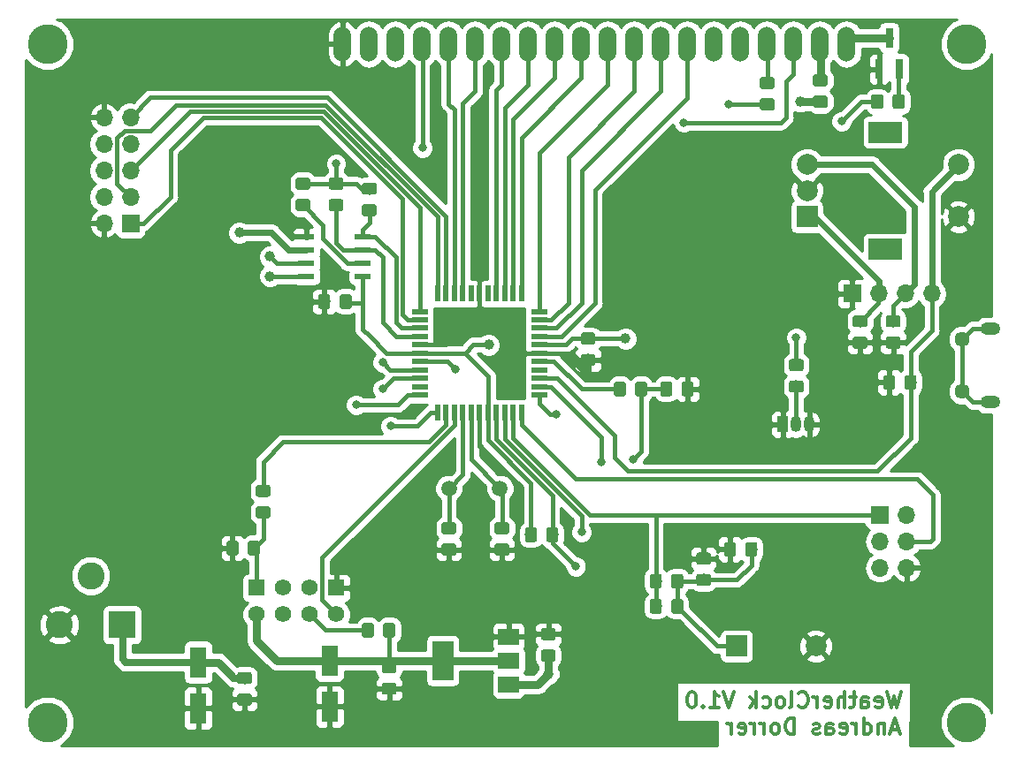
<source format=gbr>
G04 #@! TF.GenerationSoftware,KiCad,Pcbnew,(5.0.1)-3*
G04 #@! TF.CreationDate,2018-11-20T19:11:30+01:00*
G04 #@! TF.ProjectId,WeatherClock,57656174686572436C6F636B2E6B6963,rev?*
G04 #@! TF.SameCoordinates,Original*
G04 #@! TF.FileFunction,Copper,L2,Bot,Signal*
G04 #@! TF.FilePolarity,Positive*
%FSLAX46Y46*%
G04 Gerber Fmt 4.6, Leading zero omitted, Abs format (unit mm)*
G04 Created by KiCad (PCBNEW (5.0.1)-3) date 20.11.2018 19:11:30*
%MOMM*%
%LPD*%
G01*
G04 APERTURE LIST*
G04 #@! TA.AperFunction,NonConductor*
%ADD10C,0.300000*%
G04 #@! TD*
G04 #@! TA.AperFunction,Conductor*
%ADD11C,0.100000*%
G04 #@! TD*
G04 #@! TA.AperFunction,SMDPad,CuDef*
%ADD12C,1.150000*%
G04 #@! TD*
G04 #@! TA.AperFunction,ComponentPad*
%ADD13C,3.810000*%
G04 #@! TD*
G04 #@! TA.AperFunction,ComponentPad*
%ADD14O,1.676400X3.352800*%
G04 #@! TD*
G04 #@! TA.AperFunction,SMDPad,CuDef*
%ADD15R,0.800000X1.900000*%
G04 #@! TD*
G04 #@! TA.AperFunction,ComponentPad*
%ADD16O,1.700000X1.700000*%
G04 #@! TD*
G04 #@! TA.AperFunction,ComponentPad*
%ADD17R,1.700000X1.700000*%
G04 #@! TD*
G04 #@! TA.AperFunction,ComponentPad*
%ADD18R,1.050000X1.500000*%
G04 #@! TD*
G04 #@! TA.AperFunction,ComponentPad*
%ADD19O,1.050000X1.500000*%
G04 #@! TD*
G04 #@! TA.AperFunction,ComponentPad*
%ADD20C,2.000000*%
G04 #@! TD*
G04 #@! TA.AperFunction,ComponentPad*
%ADD21R,2.000000X2.000000*%
G04 #@! TD*
G04 #@! TA.AperFunction,SMDPad,CuDef*
%ADD22R,1.600000X3.000000*%
G04 #@! TD*
G04 #@! TA.AperFunction,ComponentPad*
%ADD23R,3.200000X2.000000*%
G04 #@! TD*
G04 #@! TA.AperFunction,SMDPad,CuDef*
%ADD24R,2.000000X1.500000*%
G04 #@! TD*
G04 #@! TA.AperFunction,SMDPad,CuDef*
%ADD25R,2.000000X3.800000*%
G04 #@! TD*
G04 #@! TA.AperFunction,ComponentPad*
%ADD26O,1.900000X1.200000*%
G04 #@! TD*
G04 #@! TA.AperFunction,ComponentPad*
%ADD27C,1.450000*%
G04 #@! TD*
G04 #@! TA.AperFunction,ComponentPad*
%ADD28C,2.600000*%
G04 #@! TD*
G04 #@! TA.AperFunction,ComponentPad*
%ADD29R,2.600000X2.600000*%
G04 #@! TD*
G04 #@! TA.AperFunction,ComponentPad*
%ADD30C,1.000000*%
G04 #@! TD*
G04 #@! TA.AperFunction,SMDPad,CuDef*
%ADD31R,1.550000X0.600000*%
G04 #@! TD*
G04 #@! TA.AperFunction,ComponentPad*
%ADD32C,1.500000*%
G04 #@! TD*
G04 #@! TA.AperFunction,ComponentPad*
%ADD33C,1.575000*%
G04 #@! TD*
G04 #@! TA.AperFunction,ComponentPad*
%ADD34R,1.575000X1.575000*%
G04 #@! TD*
G04 #@! TA.AperFunction,SMDPad,CuDef*
%ADD35R,1.500000X0.550000*%
G04 #@! TD*
G04 #@! TA.AperFunction,SMDPad,CuDef*
%ADD36R,0.550000X1.500000*%
G04 #@! TD*
G04 #@! TA.AperFunction,ViaPad*
%ADD37C,1.000000*%
G04 #@! TD*
G04 #@! TA.AperFunction,ViaPad*
%ADD38C,0.800000*%
G04 #@! TD*
G04 #@! TA.AperFunction,Conductor*
%ADD39C,0.400000*%
G04 #@! TD*
G04 #@! TA.AperFunction,Conductor*
%ADD40C,0.750000*%
G04 #@! TD*
G04 #@! TA.AperFunction,Conductor*
%ADD41C,0.700000*%
G04 #@! TD*
G04 #@! TA.AperFunction,Conductor*
%ADD42C,0.600000*%
G04 #@! TD*
G04 #@! TA.AperFunction,Conductor*
%ADD43C,0.254000*%
G04 #@! TD*
G04 APERTURE END LIST*
D10*
X181497857Y-132965000D02*
X180783571Y-132965000D01*
X181640714Y-133393571D02*
X181140714Y-131893571D01*
X180640714Y-133393571D01*
X180140714Y-132393571D02*
X180140714Y-133393571D01*
X180140714Y-132536428D02*
X180069285Y-132465000D01*
X179926428Y-132393571D01*
X179712142Y-132393571D01*
X179569285Y-132465000D01*
X179497857Y-132607857D01*
X179497857Y-133393571D01*
X178140714Y-133393571D02*
X178140714Y-131893571D01*
X178140714Y-133322142D02*
X178283571Y-133393571D01*
X178569285Y-133393571D01*
X178712142Y-133322142D01*
X178783571Y-133250714D01*
X178855000Y-133107857D01*
X178855000Y-132679285D01*
X178783571Y-132536428D01*
X178712142Y-132465000D01*
X178569285Y-132393571D01*
X178283571Y-132393571D01*
X178140714Y-132465000D01*
X177426428Y-133393571D02*
X177426428Y-132393571D01*
X177426428Y-132679285D02*
X177355000Y-132536428D01*
X177283571Y-132465000D01*
X177140714Y-132393571D01*
X176997857Y-132393571D01*
X175926428Y-133322142D02*
X176069285Y-133393571D01*
X176355000Y-133393571D01*
X176497857Y-133322142D01*
X176569285Y-133179285D01*
X176569285Y-132607857D01*
X176497857Y-132465000D01*
X176355000Y-132393571D01*
X176069285Y-132393571D01*
X175926428Y-132465000D01*
X175855000Y-132607857D01*
X175855000Y-132750714D01*
X176569285Y-132893571D01*
X174569285Y-133393571D02*
X174569285Y-132607857D01*
X174640714Y-132465000D01*
X174783571Y-132393571D01*
X175069285Y-132393571D01*
X175212142Y-132465000D01*
X174569285Y-133322142D02*
X174712142Y-133393571D01*
X175069285Y-133393571D01*
X175212142Y-133322142D01*
X175283571Y-133179285D01*
X175283571Y-133036428D01*
X175212142Y-132893571D01*
X175069285Y-132822142D01*
X174712142Y-132822142D01*
X174569285Y-132750714D01*
X173926428Y-133322142D02*
X173783571Y-133393571D01*
X173497857Y-133393571D01*
X173355000Y-133322142D01*
X173283571Y-133179285D01*
X173283571Y-133107857D01*
X173355000Y-132965000D01*
X173497857Y-132893571D01*
X173712142Y-132893571D01*
X173855000Y-132822142D01*
X173926428Y-132679285D01*
X173926428Y-132607857D01*
X173855000Y-132465000D01*
X173712142Y-132393571D01*
X173497857Y-132393571D01*
X173355000Y-132465000D01*
X171497857Y-133393571D02*
X171497857Y-131893571D01*
X171140714Y-131893571D01*
X170926428Y-131965000D01*
X170783571Y-132107857D01*
X170712142Y-132250714D01*
X170640714Y-132536428D01*
X170640714Y-132750714D01*
X170712142Y-133036428D01*
X170783571Y-133179285D01*
X170926428Y-133322142D01*
X171140714Y-133393571D01*
X171497857Y-133393571D01*
X169783571Y-133393571D02*
X169926428Y-133322142D01*
X169997857Y-133250714D01*
X170069285Y-133107857D01*
X170069285Y-132679285D01*
X169997857Y-132536428D01*
X169926428Y-132465000D01*
X169783571Y-132393571D01*
X169569285Y-132393571D01*
X169426428Y-132465000D01*
X169355000Y-132536428D01*
X169283571Y-132679285D01*
X169283571Y-133107857D01*
X169355000Y-133250714D01*
X169426428Y-133322142D01*
X169569285Y-133393571D01*
X169783571Y-133393571D01*
X168640714Y-133393571D02*
X168640714Y-132393571D01*
X168640714Y-132679285D02*
X168569285Y-132536428D01*
X168497857Y-132465000D01*
X168355000Y-132393571D01*
X168212142Y-132393571D01*
X167712142Y-133393571D02*
X167712142Y-132393571D01*
X167712142Y-132679285D02*
X167640714Y-132536428D01*
X167569285Y-132465000D01*
X167426428Y-132393571D01*
X167283571Y-132393571D01*
X166212142Y-133322142D02*
X166355000Y-133393571D01*
X166640714Y-133393571D01*
X166783571Y-133322142D01*
X166855000Y-133179285D01*
X166855000Y-132607857D01*
X166783571Y-132465000D01*
X166640714Y-132393571D01*
X166355000Y-132393571D01*
X166212142Y-132465000D01*
X166140714Y-132607857D01*
X166140714Y-132750714D01*
X166855000Y-132893571D01*
X165497857Y-133393571D02*
X165497857Y-132393571D01*
X165497857Y-132679285D02*
X165426428Y-132536428D01*
X165355000Y-132465000D01*
X165212142Y-132393571D01*
X165069285Y-132393571D01*
X181700000Y-129353571D02*
X181342857Y-130853571D01*
X181057142Y-129782142D01*
X180771428Y-130853571D01*
X180414285Y-129353571D01*
X179271428Y-130782142D02*
X179414285Y-130853571D01*
X179700000Y-130853571D01*
X179842857Y-130782142D01*
X179914285Y-130639285D01*
X179914285Y-130067857D01*
X179842857Y-129925000D01*
X179700000Y-129853571D01*
X179414285Y-129853571D01*
X179271428Y-129925000D01*
X179200000Y-130067857D01*
X179200000Y-130210714D01*
X179914285Y-130353571D01*
X177914285Y-130853571D02*
X177914285Y-130067857D01*
X177985714Y-129925000D01*
X178128571Y-129853571D01*
X178414285Y-129853571D01*
X178557142Y-129925000D01*
X177914285Y-130782142D02*
X178057142Y-130853571D01*
X178414285Y-130853571D01*
X178557142Y-130782142D01*
X178628571Y-130639285D01*
X178628571Y-130496428D01*
X178557142Y-130353571D01*
X178414285Y-130282142D01*
X178057142Y-130282142D01*
X177914285Y-130210714D01*
X177414285Y-129853571D02*
X176842857Y-129853571D01*
X177200000Y-129353571D02*
X177200000Y-130639285D01*
X177128571Y-130782142D01*
X176985714Y-130853571D01*
X176842857Y-130853571D01*
X176342857Y-130853571D02*
X176342857Y-129353571D01*
X175700000Y-130853571D02*
X175700000Y-130067857D01*
X175771428Y-129925000D01*
X175914285Y-129853571D01*
X176128571Y-129853571D01*
X176271428Y-129925000D01*
X176342857Y-129996428D01*
X174414285Y-130782142D02*
X174557142Y-130853571D01*
X174842857Y-130853571D01*
X174985714Y-130782142D01*
X175057142Y-130639285D01*
X175057142Y-130067857D01*
X174985714Y-129925000D01*
X174842857Y-129853571D01*
X174557142Y-129853571D01*
X174414285Y-129925000D01*
X174342857Y-130067857D01*
X174342857Y-130210714D01*
X175057142Y-130353571D01*
X173700000Y-130853571D02*
X173700000Y-129853571D01*
X173700000Y-130139285D02*
X173628571Y-129996428D01*
X173557142Y-129925000D01*
X173414285Y-129853571D01*
X173271428Y-129853571D01*
X171914285Y-130710714D02*
X171985714Y-130782142D01*
X172200000Y-130853571D01*
X172342857Y-130853571D01*
X172557142Y-130782142D01*
X172700000Y-130639285D01*
X172771428Y-130496428D01*
X172842857Y-130210714D01*
X172842857Y-129996428D01*
X172771428Y-129710714D01*
X172700000Y-129567857D01*
X172557142Y-129425000D01*
X172342857Y-129353571D01*
X172200000Y-129353571D01*
X171985714Y-129425000D01*
X171914285Y-129496428D01*
X171057142Y-130853571D02*
X171200000Y-130782142D01*
X171271428Y-130639285D01*
X171271428Y-129353571D01*
X170271428Y-130853571D02*
X170414285Y-130782142D01*
X170485714Y-130710714D01*
X170557142Y-130567857D01*
X170557142Y-130139285D01*
X170485714Y-129996428D01*
X170414285Y-129925000D01*
X170271428Y-129853571D01*
X170057142Y-129853571D01*
X169914285Y-129925000D01*
X169842857Y-129996428D01*
X169771428Y-130139285D01*
X169771428Y-130567857D01*
X169842857Y-130710714D01*
X169914285Y-130782142D01*
X170057142Y-130853571D01*
X170271428Y-130853571D01*
X168485714Y-130782142D02*
X168628571Y-130853571D01*
X168914285Y-130853571D01*
X169057142Y-130782142D01*
X169128571Y-130710714D01*
X169200000Y-130567857D01*
X169200000Y-130139285D01*
X169128571Y-129996428D01*
X169057142Y-129925000D01*
X168914285Y-129853571D01*
X168628571Y-129853571D01*
X168485714Y-129925000D01*
X167842857Y-130853571D02*
X167842857Y-129353571D01*
X167700000Y-130282142D02*
X167271428Y-130853571D01*
X167271428Y-129853571D02*
X167842857Y-130425000D01*
X165700000Y-129353571D02*
X165200000Y-130853571D01*
X164700000Y-129353571D01*
X163414285Y-130853571D02*
X164271428Y-130853571D01*
X163842857Y-130853571D02*
X163842857Y-129353571D01*
X163985714Y-129567857D01*
X164128571Y-129710714D01*
X164271428Y-129782142D01*
X162771428Y-130710714D02*
X162700000Y-130782142D01*
X162771428Y-130853571D01*
X162842857Y-130782142D01*
X162771428Y-130710714D01*
X162771428Y-130853571D01*
X161771428Y-129353571D02*
X161628571Y-129353571D01*
X161485714Y-129425000D01*
X161414285Y-129496428D01*
X161342857Y-129639285D01*
X161271428Y-129925000D01*
X161271428Y-130282142D01*
X161342857Y-130567857D01*
X161414285Y-130710714D01*
X161485714Y-130782142D01*
X161628571Y-130853571D01*
X161771428Y-130853571D01*
X161914285Y-130782142D01*
X161985714Y-130710714D01*
X162057142Y-130567857D01*
X162128571Y-130282142D01*
X162128571Y-129925000D01*
X162057142Y-129639285D01*
X161985714Y-129496428D01*
X161914285Y-129425000D01*
X161771428Y-129353571D01*
D11*
G04 #@! TO.N,GND*
G04 #@! TO.C,C14*
G36*
X165694505Y-114998204D02*
X165718773Y-115001804D01*
X165742572Y-115007765D01*
X165765671Y-115016030D01*
X165787850Y-115026520D01*
X165808893Y-115039132D01*
X165828599Y-115053747D01*
X165846777Y-115070223D01*
X165863253Y-115088401D01*
X165877868Y-115108107D01*
X165890480Y-115129150D01*
X165900970Y-115151329D01*
X165909235Y-115174428D01*
X165915196Y-115198227D01*
X165918796Y-115222495D01*
X165920000Y-115246999D01*
X165920000Y-116147001D01*
X165918796Y-116171505D01*
X165915196Y-116195773D01*
X165909235Y-116219572D01*
X165900970Y-116242671D01*
X165890480Y-116264850D01*
X165877868Y-116285893D01*
X165863253Y-116305599D01*
X165846777Y-116323777D01*
X165828599Y-116340253D01*
X165808893Y-116354868D01*
X165787850Y-116367480D01*
X165765671Y-116377970D01*
X165742572Y-116386235D01*
X165718773Y-116392196D01*
X165694505Y-116395796D01*
X165670001Y-116397000D01*
X165019999Y-116397000D01*
X164995495Y-116395796D01*
X164971227Y-116392196D01*
X164947428Y-116386235D01*
X164924329Y-116377970D01*
X164902150Y-116367480D01*
X164881107Y-116354868D01*
X164861401Y-116340253D01*
X164843223Y-116323777D01*
X164826747Y-116305599D01*
X164812132Y-116285893D01*
X164799520Y-116264850D01*
X164789030Y-116242671D01*
X164780765Y-116219572D01*
X164774804Y-116195773D01*
X164771204Y-116171505D01*
X164770000Y-116147001D01*
X164770000Y-115246999D01*
X164771204Y-115222495D01*
X164774804Y-115198227D01*
X164780765Y-115174428D01*
X164789030Y-115151329D01*
X164799520Y-115129150D01*
X164812132Y-115108107D01*
X164826747Y-115088401D01*
X164843223Y-115070223D01*
X164861401Y-115053747D01*
X164881107Y-115039132D01*
X164902150Y-115026520D01*
X164924329Y-115016030D01*
X164947428Y-115007765D01*
X164971227Y-115001804D01*
X164995495Y-114998204D01*
X165019999Y-114997000D01*
X165670001Y-114997000D01*
X165694505Y-114998204D01*
X165694505Y-114998204D01*
G37*
D12*
G04 #@! TD*
G04 #@! TO.P,C14,1*
G04 #@! TO.N,GND*
X165345000Y-115697000D03*
D11*
G04 #@! TO.N,Net-(BZ1-Pad1)*
G04 #@! TO.C,C14*
G36*
X167744505Y-114998204D02*
X167768773Y-115001804D01*
X167792572Y-115007765D01*
X167815671Y-115016030D01*
X167837850Y-115026520D01*
X167858893Y-115039132D01*
X167878599Y-115053747D01*
X167896777Y-115070223D01*
X167913253Y-115088401D01*
X167927868Y-115108107D01*
X167940480Y-115129150D01*
X167950970Y-115151329D01*
X167959235Y-115174428D01*
X167965196Y-115198227D01*
X167968796Y-115222495D01*
X167970000Y-115246999D01*
X167970000Y-116147001D01*
X167968796Y-116171505D01*
X167965196Y-116195773D01*
X167959235Y-116219572D01*
X167950970Y-116242671D01*
X167940480Y-116264850D01*
X167927868Y-116285893D01*
X167913253Y-116305599D01*
X167896777Y-116323777D01*
X167878599Y-116340253D01*
X167858893Y-116354868D01*
X167837850Y-116367480D01*
X167815671Y-116377970D01*
X167792572Y-116386235D01*
X167768773Y-116392196D01*
X167744505Y-116395796D01*
X167720001Y-116397000D01*
X167069999Y-116397000D01*
X167045495Y-116395796D01*
X167021227Y-116392196D01*
X166997428Y-116386235D01*
X166974329Y-116377970D01*
X166952150Y-116367480D01*
X166931107Y-116354868D01*
X166911401Y-116340253D01*
X166893223Y-116323777D01*
X166876747Y-116305599D01*
X166862132Y-116285893D01*
X166849520Y-116264850D01*
X166839030Y-116242671D01*
X166830765Y-116219572D01*
X166824804Y-116195773D01*
X166821204Y-116171505D01*
X166820000Y-116147001D01*
X166820000Y-115246999D01*
X166821204Y-115222495D01*
X166824804Y-115198227D01*
X166830765Y-115174428D01*
X166839030Y-115151329D01*
X166849520Y-115129150D01*
X166862132Y-115108107D01*
X166876747Y-115088401D01*
X166893223Y-115070223D01*
X166911401Y-115053747D01*
X166931107Y-115039132D01*
X166952150Y-115026520D01*
X166974329Y-115016030D01*
X166997428Y-115007765D01*
X167021227Y-115001804D01*
X167045495Y-114998204D01*
X167069999Y-114997000D01*
X167720001Y-114997000D01*
X167744505Y-114998204D01*
X167744505Y-114998204D01*
G37*
D12*
G04 #@! TD*
G04 #@! TO.P,C14,2*
G04 #@! TO.N,Net-(BZ1-Pad1)*
X167395000Y-115697000D03*
D13*
G04 #@! TO.P,GLCD1,P$24*
G04 #@! TO.N,N/C*
X188000000Y-132270000D03*
G04 #@! TO.P,GLCD1,P$23*
X100000000Y-132270000D03*
G04 #@! TO.P,GLCD1,P$22*
X100000000Y-67270000D03*
G04 #@! TO.P,GLCD1,P$21*
X188000000Y-67270000D03*
D14*
G04 #@! TO.P,GLCD1,P$1*
G04 #@! TO.N,GND*
X128240000Y-67270000D03*
G04 #@! TO.P,GLCD1,P$2*
G04 #@! TO.N,+5V*
X130780000Y-67270000D03*
G04 #@! TO.P,GLCD1,P$3*
G04 #@! TO.N,Net-(GLCD1-PadP$3)*
X133320000Y-67270000D03*
G04 #@! TO.P,GLCD1,P$4*
G04 #@! TO.N,Net-(GLCD1-PadP$4)*
X135860000Y-67270000D03*
G04 #@! TO.P,GLCD1,P$5*
G04 #@! TO.N,Net-(GLCD1-PadP$5)*
X138400000Y-67270000D03*
G04 #@! TO.P,GLCD1,P$6*
G04 #@! TO.N,Net-(GLCD1-PadP$6)*
X140940000Y-67270000D03*
G04 #@! TO.P,GLCD1,P$7*
G04 #@! TO.N,Net-(GLCD1-PadP$7)*
X143480000Y-67270000D03*
G04 #@! TO.P,GLCD1,P$8*
G04 #@! TO.N,Net-(GLCD1-PadP$8)*
X146020000Y-67270000D03*
G04 #@! TO.P,GLCD1,P$9*
G04 #@! TO.N,Net-(GLCD1-PadP$9)*
X148560000Y-67270000D03*
G04 #@! TO.P,GLCD1,P$10*
G04 #@! TO.N,Net-(GLCD1-PadP$10)*
X151100000Y-67270000D03*
G04 #@! TO.P,GLCD1,P$11*
G04 #@! TO.N,Net-(GLCD1-PadP$11)*
X153640000Y-67270000D03*
G04 #@! TO.P,GLCD1,P$12*
G04 #@! TO.N,Net-(GLCD1-PadP$12)*
X156180000Y-67270000D03*
G04 #@! TO.P,GLCD1,P$13*
G04 #@! TO.N,Net-(GLCD1-PadP$13)*
X158720000Y-67270000D03*
G04 #@! TO.P,GLCD1,P$14*
G04 #@! TO.N,Net-(GLCD1-PadP$14)*
X161260000Y-67270000D03*
G04 #@! TO.P,GLCD1,P$15*
G04 #@! TO.N,CS1*
X163800000Y-67270000D03*
G04 #@! TO.P,GLCD1,P$16*
G04 #@! TO.N,CS2*
X166340000Y-67270000D03*
G04 #@! TO.P,GLCD1,P$17*
G04 #@! TO.N,Net-(GLCD1-PadP$17)*
X168880000Y-67270000D03*
G04 #@! TO.P,GLCD1,P$18*
G04 #@! TO.N,Net-(GLCD1-PadP$18)*
X171420000Y-67270000D03*
G04 #@! TO.P,GLCD1,P$19*
G04 #@! TO.N,Net-(GLCD1-PadP$19)*
X173960000Y-67270000D03*
G04 #@! TO.P,GLCD1,P$20*
G04 #@! TO.N,Net-(GLCD1-PadP$20)*
X176500000Y-67270000D03*
G04 #@! TD*
D15*
G04 #@! TO.P,Q3,3*
G04 #@! TO.N,Net-(GLCD1-PadP$20)*
X180594000Y-66675000D03*
G04 #@! TO.P,Q3,2*
G04 #@! TO.N,GND*
X179644000Y-69675000D03*
G04 #@! TO.P,Q3,1*
G04 #@! TO.N,Net-(Q3-Pad1)*
X181544000Y-69675000D03*
G04 #@! TD*
D16*
G04 #@! TO.P,J3,6*
G04 #@! TO.N,GND*
X182245000Y-117475000D03*
G04 #@! TO.P,J3,5*
G04 #@! TO.N,Net-(J3-Pad5)*
X179705000Y-117475000D03*
G04 #@! TO.P,J3,4*
G04 #@! TO.N,Net-(J3-Pad4)*
X182245000Y-114935000D03*
G04 #@! TO.P,J3,3*
G04 #@! TO.N,Net-(J3-Pad3)*
X179705000Y-114935000D03*
G04 #@! TO.P,J3,2*
G04 #@! TO.N,+5V*
X182245000Y-112395000D03*
D17*
G04 #@! TO.P,J3,1*
G04 #@! TO.N,Net-(C8-Pad2)*
X179705000Y-112395000D03*
G04 #@! TD*
D11*
G04 #@! TO.N,+5V*
G04 #@! TO.C,R15*
G36*
X169384505Y-72469204D02*
X169408773Y-72472804D01*
X169432572Y-72478765D01*
X169455671Y-72487030D01*
X169477850Y-72497520D01*
X169498893Y-72510132D01*
X169518599Y-72524747D01*
X169536777Y-72541223D01*
X169553253Y-72559401D01*
X169567868Y-72579107D01*
X169580480Y-72600150D01*
X169590970Y-72622329D01*
X169599235Y-72645428D01*
X169605196Y-72669227D01*
X169608796Y-72693495D01*
X169610000Y-72717999D01*
X169610000Y-73368001D01*
X169608796Y-73392505D01*
X169605196Y-73416773D01*
X169599235Y-73440572D01*
X169590970Y-73463671D01*
X169580480Y-73485850D01*
X169567868Y-73506893D01*
X169553253Y-73526599D01*
X169536777Y-73544777D01*
X169518599Y-73561253D01*
X169498893Y-73575868D01*
X169477850Y-73588480D01*
X169455671Y-73598970D01*
X169432572Y-73607235D01*
X169408773Y-73613196D01*
X169384505Y-73616796D01*
X169360001Y-73618000D01*
X168459999Y-73618000D01*
X168435495Y-73616796D01*
X168411227Y-73613196D01*
X168387428Y-73607235D01*
X168364329Y-73598970D01*
X168342150Y-73588480D01*
X168321107Y-73575868D01*
X168301401Y-73561253D01*
X168283223Y-73544777D01*
X168266747Y-73526599D01*
X168252132Y-73506893D01*
X168239520Y-73485850D01*
X168229030Y-73463671D01*
X168220765Y-73440572D01*
X168214804Y-73416773D01*
X168211204Y-73392505D01*
X168210000Y-73368001D01*
X168210000Y-72717999D01*
X168211204Y-72693495D01*
X168214804Y-72669227D01*
X168220765Y-72645428D01*
X168229030Y-72622329D01*
X168239520Y-72600150D01*
X168252132Y-72579107D01*
X168266747Y-72559401D01*
X168283223Y-72541223D01*
X168301401Y-72524747D01*
X168321107Y-72510132D01*
X168342150Y-72497520D01*
X168364329Y-72487030D01*
X168387428Y-72478765D01*
X168411227Y-72472804D01*
X168435495Y-72469204D01*
X168459999Y-72468000D01*
X169360001Y-72468000D01*
X169384505Y-72469204D01*
X169384505Y-72469204D01*
G37*
D12*
G04 #@! TD*
G04 #@! TO.P,R15,2*
G04 #@! TO.N,+5V*
X168910000Y-73043000D03*
D11*
G04 #@! TO.N,Net-(GLCD1-PadP$17)*
G04 #@! TO.C,R15*
G36*
X169384505Y-70419204D02*
X169408773Y-70422804D01*
X169432572Y-70428765D01*
X169455671Y-70437030D01*
X169477850Y-70447520D01*
X169498893Y-70460132D01*
X169518599Y-70474747D01*
X169536777Y-70491223D01*
X169553253Y-70509401D01*
X169567868Y-70529107D01*
X169580480Y-70550150D01*
X169590970Y-70572329D01*
X169599235Y-70595428D01*
X169605196Y-70619227D01*
X169608796Y-70643495D01*
X169610000Y-70667999D01*
X169610000Y-71318001D01*
X169608796Y-71342505D01*
X169605196Y-71366773D01*
X169599235Y-71390572D01*
X169590970Y-71413671D01*
X169580480Y-71435850D01*
X169567868Y-71456893D01*
X169553253Y-71476599D01*
X169536777Y-71494777D01*
X169518599Y-71511253D01*
X169498893Y-71525868D01*
X169477850Y-71538480D01*
X169455671Y-71548970D01*
X169432572Y-71557235D01*
X169408773Y-71563196D01*
X169384505Y-71566796D01*
X169360001Y-71568000D01*
X168459999Y-71568000D01*
X168435495Y-71566796D01*
X168411227Y-71563196D01*
X168387428Y-71557235D01*
X168364329Y-71548970D01*
X168342150Y-71538480D01*
X168321107Y-71525868D01*
X168301401Y-71511253D01*
X168283223Y-71494777D01*
X168266747Y-71476599D01*
X168252132Y-71456893D01*
X168239520Y-71435850D01*
X168229030Y-71413671D01*
X168220765Y-71390572D01*
X168214804Y-71366773D01*
X168211204Y-71342505D01*
X168210000Y-71318001D01*
X168210000Y-70667999D01*
X168211204Y-70643495D01*
X168214804Y-70619227D01*
X168220765Y-70595428D01*
X168229030Y-70572329D01*
X168239520Y-70550150D01*
X168252132Y-70529107D01*
X168266747Y-70509401D01*
X168283223Y-70491223D01*
X168301401Y-70474747D01*
X168321107Y-70460132D01*
X168342150Y-70447520D01*
X168364329Y-70437030D01*
X168387428Y-70428765D01*
X168411227Y-70422804D01*
X168435495Y-70419204D01*
X168459999Y-70418000D01*
X169360001Y-70418000D01*
X169384505Y-70419204D01*
X169384505Y-70419204D01*
G37*
D12*
G04 #@! TD*
G04 #@! TO.P,R15,1*
G04 #@! TO.N,Net-(GLCD1-PadP$17)*
X168910000Y-70993000D03*
D18*
G04 #@! TO.P,U5,1*
G04 #@! TO.N,GND*
X170395001Y-103720001D03*
D19*
G04 #@! TO.P,U5,3*
X172935001Y-103720001D03*
G04 #@! TO.P,U5,2*
G04 #@! TO.N,Net-(R14-Pad2)*
X171665001Y-103720001D03*
G04 #@! TD*
D11*
G04 #@! TO.N,Net-(R14-Pad2)*
G04 #@! TO.C,R14*
G36*
X172169505Y-99511204D02*
X172193773Y-99514804D01*
X172217572Y-99520765D01*
X172240671Y-99529030D01*
X172262850Y-99539520D01*
X172283893Y-99552132D01*
X172303599Y-99566747D01*
X172321777Y-99583223D01*
X172338253Y-99601401D01*
X172352868Y-99621107D01*
X172365480Y-99642150D01*
X172375970Y-99664329D01*
X172384235Y-99687428D01*
X172390196Y-99711227D01*
X172393796Y-99735495D01*
X172395000Y-99759999D01*
X172395000Y-100410001D01*
X172393796Y-100434505D01*
X172390196Y-100458773D01*
X172384235Y-100482572D01*
X172375970Y-100505671D01*
X172365480Y-100527850D01*
X172352868Y-100548893D01*
X172338253Y-100568599D01*
X172321777Y-100586777D01*
X172303599Y-100603253D01*
X172283893Y-100617868D01*
X172262850Y-100630480D01*
X172240671Y-100640970D01*
X172217572Y-100649235D01*
X172193773Y-100655196D01*
X172169505Y-100658796D01*
X172145001Y-100660000D01*
X171244999Y-100660000D01*
X171220495Y-100658796D01*
X171196227Y-100655196D01*
X171172428Y-100649235D01*
X171149329Y-100640970D01*
X171127150Y-100630480D01*
X171106107Y-100617868D01*
X171086401Y-100603253D01*
X171068223Y-100586777D01*
X171051747Y-100568599D01*
X171037132Y-100548893D01*
X171024520Y-100527850D01*
X171014030Y-100505671D01*
X171005765Y-100482572D01*
X170999804Y-100458773D01*
X170996204Y-100434505D01*
X170995000Y-100410001D01*
X170995000Y-99759999D01*
X170996204Y-99735495D01*
X170999804Y-99711227D01*
X171005765Y-99687428D01*
X171014030Y-99664329D01*
X171024520Y-99642150D01*
X171037132Y-99621107D01*
X171051747Y-99601401D01*
X171068223Y-99583223D01*
X171086401Y-99566747D01*
X171106107Y-99552132D01*
X171127150Y-99539520D01*
X171149329Y-99529030D01*
X171172428Y-99520765D01*
X171196227Y-99514804D01*
X171220495Y-99511204D01*
X171244999Y-99510000D01*
X172145001Y-99510000D01*
X172169505Y-99511204D01*
X172169505Y-99511204D01*
G37*
D12*
G04 #@! TD*
G04 #@! TO.P,R14,2*
G04 #@! TO.N,Net-(R14-Pad2)*
X171695000Y-100085000D03*
D11*
G04 #@! TO.N,+5V*
G04 #@! TO.C,R14*
G36*
X172169505Y-97461204D02*
X172193773Y-97464804D01*
X172217572Y-97470765D01*
X172240671Y-97479030D01*
X172262850Y-97489520D01*
X172283893Y-97502132D01*
X172303599Y-97516747D01*
X172321777Y-97533223D01*
X172338253Y-97551401D01*
X172352868Y-97571107D01*
X172365480Y-97592150D01*
X172375970Y-97614329D01*
X172384235Y-97637428D01*
X172390196Y-97661227D01*
X172393796Y-97685495D01*
X172395000Y-97709999D01*
X172395000Y-98360001D01*
X172393796Y-98384505D01*
X172390196Y-98408773D01*
X172384235Y-98432572D01*
X172375970Y-98455671D01*
X172365480Y-98477850D01*
X172352868Y-98498893D01*
X172338253Y-98518599D01*
X172321777Y-98536777D01*
X172303599Y-98553253D01*
X172283893Y-98567868D01*
X172262850Y-98580480D01*
X172240671Y-98590970D01*
X172217572Y-98599235D01*
X172193773Y-98605196D01*
X172169505Y-98608796D01*
X172145001Y-98610000D01*
X171244999Y-98610000D01*
X171220495Y-98608796D01*
X171196227Y-98605196D01*
X171172428Y-98599235D01*
X171149329Y-98590970D01*
X171127150Y-98580480D01*
X171106107Y-98567868D01*
X171086401Y-98553253D01*
X171068223Y-98536777D01*
X171051747Y-98518599D01*
X171037132Y-98498893D01*
X171024520Y-98477850D01*
X171014030Y-98455671D01*
X171005765Y-98432572D01*
X170999804Y-98408773D01*
X170996204Y-98384505D01*
X170995000Y-98360001D01*
X170995000Y-97709999D01*
X170996204Y-97685495D01*
X170999804Y-97661227D01*
X171005765Y-97637428D01*
X171014030Y-97614329D01*
X171024520Y-97592150D01*
X171037132Y-97571107D01*
X171051747Y-97551401D01*
X171068223Y-97533223D01*
X171086401Y-97516747D01*
X171106107Y-97502132D01*
X171127150Y-97489520D01*
X171149329Y-97479030D01*
X171172428Y-97470765D01*
X171196227Y-97464804D01*
X171220495Y-97461204D01*
X171244999Y-97460000D01*
X172145001Y-97460000D01*
X172169505Y-97461204D01*
X172169505Y-97461204D01*
G37*
D12*
G04 #@! TD*
G04 #@! TO.P,R14,1*
G04 #@! TO.N,+5V*
X171695000Y-98035000D03*
D20*
G04 #@! TO.P,BZ1,2*
G04 #@! TO.N,GND*
X173564000Y-124968000D03*
D21*
G04 #@! TO.P,BZ1,1*
G04 #@! TO.N,Net-(BZ1-Pad1)*
X165964000Y-124968000D03*
G04 #@! TD*
D22*
G04 #@! TO.P,C3,2*
G04 #@! TO.N,GND*
X114425568Y-130920126D03*
G04 #@! TO.P,C3,1*
G04 #@! TO.N,+5V*
X114425568Y-126520126D03*
G04 #@! TD*
G04 #@! TO.P,C9,2*
G04 #@! TO.N,GND*
X127000000Y-130765000D03*
G04 #@! TO.P,C9,1*
G04 #@! TO.N,+3V3*
X127000000Y-126365000D03*
G04 #@! TD*
D11*
G04 #@! TO.N,Net-(C13-Pad2)*
G04 #@! TO.C,C13*
G36*
X182984505Y-98996204D02*
X183008773Y-98999804D01*
X183032572Y-99005765D01*
X183055671Y-99014030D01*
X183077850Y-99024520D01*
X183098893Y-99037132D01*
X183118599Y-99051747D01*
X183136777Y-99068223D01*
X183153253Y-99086401D01*
X183167868Y-99106107D01*
X183180480Y-99127150D01*
X183190970Y-99149329D01*
X183199235Y-99172428D01*
X183205196Y-99196227D01*
X183208796Y-99220495D01*
X183210000Y-99244999D01*
X183210000Y-100145001D01*
X183208796Y-100169505D01*
X183205196Y-100193773D01*
X183199235Y-100217572D01*
X183190970Y-100240671D01*
X183180480Y-100262850D01*
X183167868Y-100283893D01*
X183153253Y-100303599D01*
X183136777Y-100321777D01*
X183118599Y-100338253D01*
X183098893Y-100352868D01*
X183077850Y-100365480D01*
X183055671Y-100375970D01*
X183032572Y-100384235D01*
X183008773Y-100390196D01*
X182984505Y-100393796D01*
X182960001Y-100395000D01*
X182309999Y-100395000D01*
X182285495Y-100393796D01*
X182261227Y-100390196D01*
X182237428Y-100384235D01*
X182214329Y-100375970D01*
X182192150Y-100365480D01*
X182171107Y-100352868D01*
X182151401Y-100338253D01*
X182133223Y-100321777D01*
X182116747Y-100303599D01*
X182102132Y-100283893D01*
X182089520Y-100262850D01*
X182079030Y-100240671D01*
X182070765Y-100217572D01*
X182064804Y-100193773D01*
X182061204Y-100169505D01*
X182060000Y-100145001D01*
X182060000Y-99244999D01*
X182061204Y-99220495D01*
X182064804Y-99196227D01*
X182070765Y-99172428D01*
X182079030Y-99149329D01*
X182089520Y-99127150D01*
X182102132Y-99106107D01*
X182116747Y-99086401D01*
X182133223Y-99068223D01*
X182151401Y-99051747D01*
X182171107Y-99037132D01*
X182192150Y-99024520D01*
X182214329Y-99014030D01*
X182237428Y-99005765D01*
X182261227Y-98999804D01*
X182285495Y-98996204D01*
X182309999Y-98995000D01*
X182960001Y-98995000D01*
X182984505Y-98996204D01*
X182984505Y-98996204D01*
G37*
D12*
G04 #@! TD*
G04 #@! TO.P,C13,2*
G04 #@! TO.N,Net-(C13-Pad2)*
X182635000Y-99695000D03*
D11*
G04 #@! TO.N,GND*
G04 #@! TO.C,C13*
G36*
X180934505Y-98996204D02*
X180958773Y-98999804D01*
X180982572Y-99005765D01*
X181005671Y-99014030D01*
X181027850Y-99024520D01*
X181048893Y-99037132D01*
X181068599Y-99051747D01*
X181086777Y-99068223D01*
X181103253Y-99086401D01*
X181117868Y-99106107D01*
X181130480Y-99127150D01*
X181140970Y-99149329D01*
X181149235Y-99172428D01*
X181155196Y-99196227D01*
X181158796Y-99220495D01*
X181160000Y-99244999D01*
X181160000Y-100145001D01*
X181158796Y-100169505D01*
X181155196Y-100193773D01*
X181149235Y-100217572D01*
X181140970Y-100240671D01*
X181130480Y-100262850D01*
X181117868Y-100283893D01*
X181103253Y-100303599D01*
X181086777Y-100321777D01*
X181068599Y-100338253D01*
X181048893Y-100352868D01*
X181027850Y-100365480D01*
X181005671Y-100375970D01*
X180982572Y-100384235D01*
X180958773Y-100390196D01*
X180934505Y-100393796D01*
X180910001Y-100395000D01*
X180259999Y-100395000D01*
X180235495Y-100393796D01*
X180211227Y-100390196D01*
X180187428Y-100384235D01*
X180164329Y-100375970D01*
X180142150Y-100365480D01*
X180121107Y-100352868D01*
X180101401Y-100338253D01*
X180083223Y-100321777D01*
X180066747Y-100303599D01*
X180052132Y-100283893D01*
X180039520Y-100262850D01*
X180029030Y-100240671D01*
X180020765Y-100217572D01*
X180014804Y-100193773D01*
X180011204Y-100169505D01*
X180010000Y-100145001D01*
X180010000Y-99244999D01*
X180011204Y-99220495D01*
X180014804Y-99196227D01*
X180020765Y-99172428D01*
X180029030Y-99149329D01*
X180039520Y-99127150D01*
X180052132Y-99106107D01*
X180066747Y-99086401D01*
X180083223Y-99068223D01*
X180101401Y-99051747D01*
X180121107Y-99037132D01*
X180142150Y-99024520D01*
X180164329Y-99014030D01*
X180187428Y-99005765D01*
X180211227Y-98999804D01*
X180235495Y-98996204D01*
X180259999Y-98995000D01*
X180910001Y-98995000D01*
X180934505Y-98996204D01*
X180934505Y-98996204D01*
G37*
D12*
G04 #@! TD*
G04 #@! TO.P,C13,1*
G04 #@! TO.N,GND*
X180585000Y-99695000D03*
D11*
G04 #@! TO.N,Net-(C12-Pad2)*
G04 #@! TO.C,C12*
G36*
X181449505Y-93261204D02*
X181473773Y-93264804D01*
X181497572Y-93270765D01*
X181520671Y-93279030D01*
X181542850Y-93289520D01*
X181563893Y-93302132D01*
X181583599Y-93316747D01*
X181601777Y-93333223D01*
X181618253Y-93351401D01*
X181632868Y-93371107D01*
X181645480Y-93392150D01*
X181655970Y-93414329D01*
X181664235Y-93437428D01*
X181670196Y-93461227D01*
X181673796Y-93485495D01*
X181675000Y-93509999D01*
X181675000Y-94160001D01*
X181673796Y-94184505D01*
X181670196Y-94208773D01*
X181664235Y-94232572D01*
X181655970Y-94255671D01*
X181645480Y-94277850D01*
X181632868Y-94298893D01*
X181618253Y-94318599D01*
X181601777Y-94336777D01*
X181583599Y-94353253D01*
X181563893Y-94367868D01*
X181542850Y-94380480D01*
X181520671Y-94390970D01*
X181497572Y-94399235D01*
X181473773Y-94405196D01*
X181449505Y-94408796D01*
X181425001Y-94410000D01*
X180524999Y-94410000D01*
X180500495Y-94408796D01*
X180476227Y-94405196D01*
X180452428Y-94399235D01*
X180429329Y-94390970D01*
X180407150Y-94380480D01*
X180386107Y-94367868D01*
X180366401Y-94353253D01*
X180348223Y-94336777D01*
X180331747Y-94318599D01*
X180317132Y-94298893D01*
X180304520Y-94277850D01*
X180294030Y-94255671D01*
X180285765Y-94232572D01*
X180279804Y-94208773D01*
X180276204Y-94184505D01*
X180275000Y-94160001D01*
X180275000Y-93509999D01*
X180276204Y-93485495D01*
X180279804Y-93461227D01*
X180285765Y-93437428D01*
X180294030Y-93414329D01*
X180304520Y-93392150D01*
X180317132Y-93371107D01*
X180331747Y-93351401D01*
X180348223Y-93333223D01*
X180366401Y-93316747D01*
X180386107Y-93302132D01*
X180407150Y-93289520D01*
X180429329Y-93279030D01*
X180452428Y-93270765D01*
X180476227Y-93264804D01*
X180500495Y-93261204D01*
X180524999Y-93260000D01*
X181425001Y-93260000D01*
X181449505Y-93261204D01*
X181449505Y-93261204D01*
G37*
D12*
G04 #@! TD*
G04 #@! TO.P,C12,2*
G04 #@! TO.N,Net-(C12-Pad2)*
X180975000Y-93835000D03*
D11*
G04 #@! TO.N,GND*
G04 #@! TO.C,C12*
G36*
X181449505Y-95311204D02*
X181473773Y-95314804D01*
X181497572Y-95320765D01*
X181520671Y-95329030D01*
X181542850Y-95339520D01*
X181563893Y-95352132D01*
X181583599Y-95366747D01*
X181601777Y-95383223D01*
X181618253Y-95401401D01*
X181632868Y-95421107D01*
X181645480Y-95442150D01*
X181655970Y-95464329D01*
X181664235Y-95487428D01*
X181670196Y-95511227D01*
X181673796Y-95535495D01*
X181675000Y-95559999D01*
X181675000Y-96210001D01*
X181673796Y-96234505D01*
X181670196Y-96258773D01*
X181664235Y-96282572D01*
X181655970Y-96305671D01*
X181645480Y-96327850D01*
X181632868Y-96348893D01*
X181618253Y-96368599D01*
X181601777Y-96386777D01*
X181583599Y-96403253D01*
X181563893Y-96417868D01*
X181542850Y-96430480D01*
X181520671Y-96440970D01*
X181497572Y-96449235D01*
X181473773Y-96455196D01*
X181449505Y-96458796D01*
X181425001Y-96460000D01*
X180524999Y-96460000D01*
X180500495Y-96458796D01*
X180476227Y-96455196D01*
X180452428Y-96449235D01*
X180429329Y-96440970D01*
X180407150Y-96430480D01*
X180386107Y-96417868D01*
X180366401Y-96403253D01*
X180348223Y-96386777D01*
X180331747Y-96368599D01*
X180317132Y-96348893D01*
X180304520Y-96327850D01*
X180294030Y-96305671D01*
X180285765Y-96282572D01*
X180279804Y-96258773D01*
X180276204Y-96234505D01*
X180275000Y-96210001D01*
X180275000Y-95559999D01*
X180276204Y-95535495D01*
X180279804Y-95511227D01*
X180285765Y-95487428D01*
X180294030Y-95464329D01*
X180304520Y-95442150D01*
X180317132Y-95421107D01*
X180331747Y-95401401D01*
X180348223Y-95383223D01*
X180366401Y-95366747D01*
X180386107Y-95352132D01*
X180407150Y-95339520D01*
X180429329Y-95329030D01*
X180452428Y-95320765D01*
X180476227Y-95314804D01*
X180500495Y-95311204D01*
X180524999Y-95310000D01*
X181425001Y-95310000D01*
X181449505Y-95311204D01*
X181449505Y-95311204D01*
G37*
D12*
G04 #@! TD*
G04 #@! TO.P,C12,1*
G04 #@! TO.N,GND*
X180975000Y-95885000D03*
D11*
G04 #@! TO.N,Net-(C11-Pad2)*
G04 #@! TO.C,C11*
G36*
X178274505Y-93261204D02*
X178298773Y-93264804D01*
X178322572Y-93270765D01*
X178345671Y-93279030D01*
X178367850Y-93289520D01*
X178388893Y-93302132D01*
X178408599Y-93316747D01*
X178426777Y-93333223D01*
X178443253Y-93351401D01*
X178457868Y-93371107D01*
X178470480Y-93392150D01*
X178480970Y-93414329D01*
X178489235Y-93437428D01*
X178495196Y-93461227D01*
X178498796Y-93485495D01*
X178500000Y-93509999D01*
X178500000Y-94160001D01*
X178498796Y-94184505D01*
X178495196Y-94208773D01*
X178489235Y-94232572D01*
X178480970Y-94255671D01*
X178470480Y-94277850D01*
X178457868Y-94298893D01*
X178443253Y-94318599D01*
X178426777Y-94336777D01*
X178408599Y-94353253D01*
X178388893Y-94367868D01*
X178367850Y-94380480D01*
X178345671Y-94390970D01*
X178322572Y-94399235D01*
X178298773Y-94405196D01*
X178274505Y-94408796D01*
X178250001Y-94410000D01*
X177349999Y-94410000D01*
X177325495Y-94408796D01*
X177301227Y-94405196D01*
X177277428Y-94399235D01*
X177254329Y-94390970D01*
X177232150Y-94380480D01*
X177211107Y-94367868D01*
X177191401Y-94353253D01*
X177173223Y-94336777D01*
X177156747Y-94318599D01*
X177142132Y-94298893D01*
X177129520Y-94277850D01*
X177119030Y-94255671D01*
X177110765Y-94232572D01*
X177104804Y-94208773D01*
X177101204Y-94184505D01*
X177100000Y-94160001D01*
X177100000Y-93509999D01*
X177101204Y-93485495D01*
X177104804Y-93461227D01*
X177110765Y-93437428D01*
X177119030Y-93414329D01*
X177129520Y-93392150D01*
X177142132Y-93371107D01*
X177156747Y-93351401D01*
X177173223Y-93333223D01*
X177191401Y-93316747D01*
X177211107Y-93302132D01*
X177232150Y-93289520D01*
X177254329Y-93279030D01*
X177277428Y-93270765D01*
X177301227Y-93264804D01*
X177325495Y-93261204D01*
X177349999Y-93260000D01*
X178250001Y-93260000D01*
X178274505Y-93261204D01*
X178274505Y-93261204D01*
G37*
D12*
G04 #@! TD*
G04 #@! TO.P,C11,2*
G04 #@! TO.N,Net-(C11-Pad2)*
X177800000Y-93835000D03*
D11*
G04 #@! TO.N,GND*
G04 #@! TO.C,C11*
G36*
X178274505Y-95311204D02*
X178298773Y-95314804D01*
X178322572Y-95320765D01*
X178345671Y-95329030D01*
X178367850Y-95339520D01*
X178388893Y-95352132D01*
X178408599Y-95366747D01*
X178426777Y-95383223D01*
X178443253Y-95401401D01*
X178457868Y-95421107D01*
X178470480Y-95442150D01*
X178480970Y-95464329D01*
X178489235Y-95487428D01*
X178495196Y-95511227D01*
X178498796Y-95535495D01*
X178500000Y-95559999D01*
X178500000Y-96210001D01*
X178498796Y-96234505D01*
X178495196Y-96258773D01*
X178489235Y-96282572D01*
X178480970Y-96305671D01*
X178470480Y-96327850D01*
X178457868Y-96348893D01*
X178443253Y-96368599D01*
X178426777Y-96386777D01*
X178408599Y-96403253D01*
X178388893Y-96417868D01*
X178367850Y-96430480D01*
X178345671Y-96440970D01*
X178322572Y-96449235D01*
X178298773Y-96455196D01*
X178274505Y-96458796D01*
X178250001Y-96460000D01*
X177349999Y-96460000D01*
X177325495Y-96458796D01*
X177301227Y-96455196D01*
X177277428Y-96449235D01*
X177254329Y-96440970D01*
X177232150Y-96430480D01*
X177211107Y-96417868D01*
X177191401Y-96403253D01*
X177173223Y-96386777D01*
X177156747Y-96368599D01*
X177142132Y-96348893D01*
X177129520Y-96327850D01*
X177119030Y-96305671D01*
X177110765Y-96282572D01*
X177104804Y-96258773D01*
X177101204Y-96234505D01*
X177100000Y-96210001D01*
X177100000Y-95559999D01*
X177101204Y-95535495D01*
X177104804Y-95511227D01*
X177110765Y-95487428D01*
X177119030Y-95464329D01*
X177129520Y-95442150D01*
X177142132Y-95421107D01*
X177156747Y-95401401D01*
X177173223Y-95383223D01*
X177191401Y-95366747D01*
X177211107Y-95352132D01*
X177232150Y-95339520D01*
X177254329Y-95329030D01*
X177277428Y-95320765D01*
X177301227Y-95314804D01*
X177325495Y-95311204D01*
X177349999Y-95310000D01*
X178250001Y-95310000D01*
X178274505Y-95311204D01*
X178274505Y-95311204D01*
G37*
D12*
G04 #@! TD*
G04 #@! TO.P,C11,1*
G04 #@! TO.N,GND*
X177800000Y-95885000D03*
D11*
G04 #@! TO.N,Net-(R10-Pad2)*
G04 #@! TO.C,R10*
G36*
X131023505Y-122745204D02*
X131047773Y-122748804D01*
X131071572Y-122754765D01*
X131094671Y-122763030D01*
X131116850Y-122773520D01*
X131137893Y-122786132D01*
X131157599Y-122800747D01*
X131175777Y-122817223D01*
X131192253Y-122835401D01*
X131206868Y-122855107D01*
X131219480Y-122876150D01*
X131229970Y-122898329D01*
X131238235Y-122921428D01*
X131244196Y-122945227D01*
X131247796Y-122969495D01*
X131249000Y-122993999D01*
X131249000Y-123894001D01*
X131247796Y-123918505D01*
X131244196Y-123942773D01*
X131238235Y-123966572D01*
X131229970Y-123989671D01*
X131219480Y-124011850D01*
X131206868Y-124032893D01*
X131192253Y-124052599D01*
X131175777Y-124070777D01*
X131157599Y-124087253D01*
X131137893Y-124101868D01*
X131116850Y-124114480D01*
X131094671Y-124124970D01*
X131071572Y-124133235D01*
X131047773Y-124139196D01*
X131023505Y-124142796D01*
X130999001Y-124144000D01*
X130348999Y-124144000D01*
X130324495Y-124142796D01*
X130300227Y-124139196D01*
X130276428Y-124133235D01*
X130253329Y-124124970D01*
X130231150Y-124114480D01*
X130210107Y-124101868D01*
X130190401Y-124087253D01*
X130172223Y-124070777D01*
X130155747Y-124052599D01*
X130141132Y-124032893D01*
X130128520Y-124011850D01*
X130118030Y-123989671D01*
X130109765Y-123966572D01*
X130103804Y-123942773D01*
X130100204Y-123918505D01*
X130099000Y-123894001D01*
X130099000Y-122993999D01*
X130100204Y-122969495D01*
X130103804Y-122945227D01*
X130109765Y-122921428D01*
X130118030Y-122898329D01*
X130128520Y-122876150D01*
X130141132Y-122855107D01*
X130155747Y-122835401D01*
X130172223Y-122817223D01*
X130190401Y-122800747D01*
X130210107Y-122786132D01*
X130231150Y-122773520D01*
X130253329Y-122763030D01*
X130276428Y-122754765D01*
X130300227Y-122748804D01*
X130324495Y-122745204D01*
X130348999Y-122744000D01*
X130999001Y-122744000D01*
X131023505Y-122745204D01*
X131023505Y-122745204D01*
G37*
D12*
G04 #@! TD*
G04 #@! TO.P,R10,2*
G04 #@! TO.N,Net-(R10-Pad2)*
X130674000Y-123444000D03*
D11*
G04 #@! TO.N,+3V3*
G04 #@! TO.C,R10*
G36*
X133073505Y-122745204D02*
X133097773Y-122748804D01*
X133121572Y-122754765D01*
X133144671Y-122763030D01*
X133166850Y-122773520D01*
X133187893Y-122786132D01*
X133207599Y-122800747D01*
X133225777Y-122817223D01*
X133242253Y-122835401D01*
X133256868Y-122855107D01*
X133269480Y-122876150D01*
X133279970Y-122898329D01*
X133288235Y-122921428D01*
X133294196Y-122945227D01*
X133297796Y-122969495D01*
X133299000Y-122993999D01*
X133299000Y-123894001D01*
X133297796Y-123918505D01*
X133294196Y-123942773D01*
X133288235Y-123966572D01*
X133279970Y-123989671D01*
X133269480Y-124011850D01*
X133256868Y-124032893D01*
X133242253Y-124052599D01*
X133225777Y-124070777D01*
X133207599Y-124087253D01*
X133187893Y-124101868D01*
X133166850Y-124114480D01*
X133144671Y-124124970D01*
X133121572Y-124133235D01*
X133097773Y-124139196D01*
X133073505Y-124142796D01*
X133049001Y-124144000D01*
X132398999Y-124144000D01*
X132374495Y-124142796D01*
X132350227Y-124139196D01*
X132326428Y-124133235D01*
X132303329Y-124124970D01*
X132281150Y-124114480D01*
X132260107Y-124101868D01*
X132240401Y-124087253D01*
X132222223Y-124070777D01*
X132205747Y-124052599D01*
X132191132Y-124032893D01*
X132178520Y-124011850D01*
X132168030Y-123989671D01*
X132159765Y-123966572D01*
X132153804Y-123942773D01*
X132150204Y-123918505D01*
X132149000Y-123894001D01*
X132149000Y-122993999D01*
X132150204Y-122969495D01*
X132153804Y-122945227D01*
X132159765Y-122921428D01*
X132168030Y-122898329D01*
X132178520Y-122876150D01*
X132191132Y-122855107D01*
X132205747Y-122835401D01*
X132222223Y-122817223D01*
X132240401Y-122800747D01*
X132260107Y-122786132D01*
X132281150Y-122773520D01*
X132303329Y-122763030D01*
X132326428Y-122754765D01*
X132350227Y-122748804D01*
X132374495Y-122745204D01*
X132398999Y-122744000D01*
X133049001Y-122744000D01*
X133073505Y-122745204D01*
X133073505Y-122745204D01*
G37*
D12*
G04 #@! TD*
G04 #@! TO.P,R10,1*
G04 #@! TO.N,+3V3*
X132724000Y-123444000D03*
D21*
G04 #@! TO.P,SW1,A*
G04 #@! TO.N,Net-(C11-Pad2)*
X172720000Y-83820000D03*
D20*
G04 #@! TO.P,SW1,C*
G04 #@! TO.N,GND*
X172720000Y-81320000D03*
G04 #@! TO.P,SW1,B*
G04 #@! TO.N,Net-(C12-Pad2)*
X172720000Y-78820000D03*
D23*
G04 #@! TO.P,SW1,MP*
G04 #@! TO.N,N/C*
X180220000Y-86920000D03*
X180220000Y-75720000D03*
D20*
G04 #@! TO.P,SW1,S2*
G04 #@! TO.N,GND*
X187220000Y-83820000D03*
G04 #@! TO.P,SW1,S1*
G04 #@! TO.N,Net-(C13-Pad2)*
X187220000Y-78820000D03*
G04 #@! TD*
D24*
G04 #@! TO.P,U4,1*
G04 #@! TO.N,GND*
X144145000Y-124065000D03*
G04 #@! TO.P,U4,3*
G04 #@! TO.N,+5V*
X144145000Y-128665000D03*
G04 #@! TO.P,U4,2*
G04 #@! TO.N,+3V3*
X144145000Y-126365000D03*
D25*
X137845000Y-126365000D03*
G04 #@! TD*
D11*
G04 #@! TO.N,+3V3*
G04 #@! TO.C,C10*
G36*
X133189505Y-126426204D02*
X133213773Y-126429804D01*
X133237572Y-126435765D01*
X133260671Y-126444030D01*
X133282850Y-126454520D01*
X133303893Y-126467132D01*
X133323599Y-126481747D01*
X133341777Y-126498223D01*
X133358253Y-126516401D01*
X133372868Y-126536107D01*
X133385480Y-126557150D01*
X133395970Y-126579329D01*
X133404235Y-126602428D01*
X133410196Y-126626227D01*
X133413796Y-126650495D01*
X133415000Y-126674999D01*
X133415000Y-127325001D01*
X133413796Y-127349505D01*
X133410196Y-127373773D01*
X133404235Y-127397572D01*
X133395970Y-127420671D01*
X133385480Y-127442850D01*
X133372868Y-127463893D01*
X133358253Y-127483599D01*
X133341777Y-127501777D01*
X133323599Y-127518253D01*
X133303893Y-127532868D01*
X133282850Y-127545480D01*
X133260671Y-127555970D01*
X133237572Y-127564235D01*
X133213773Y-127570196D01*
X133189505Y-127573796D01*
X133165001Y-127575000D01*
X132264999Y-127575000D01*
X132240495Y-127573796D01*
X132216227Y-127570196D01*
X132192428Y-127564235D01*
X132169329Y-127555970D01*
X132147150Y-127545480D01*
X132126107Y-127532868D01*
X132106401Y-127518253D01*
X132088223Y-127501777D01*
X132071747Y-127483599D01*
X132057132Y-127463893D01*
X132044520Y-127442850D01*
X132034030Y-127420671D01*
X132025765Y-127397572D01*
X132019804Y-127373773D01*
X132016204Y-127349505D01*
X132015000Y-127325001D01*
X132015000Y-126674999D01*
X132016204Y-126650495D01*
X132019804Y-126626227D01*
X132025765Y-126602428D01*
X132034030Y-126579329D01*
X132044520Y-126557150D01*
X132057132Y-126536107D01*
X132071747Y-126516401D01*
X132088223Y-126498223D01*
X132106401Y-126481747D01*
X132126107Y-126467132D01*
X132147150Y-126454520D01*
X132169329Y-126444030D01*
X132192428Y-126435765D01*
X132216227Y-126429804D01*
X132240495Y-126426204D01*
X132264999Y-126425000D01*
X133165001Y-126425000D01*
X133189505Y-126426204D01*
X133189505Y-126426204D01*
G37*
D12*
G04 #@! TD*
G04 #@! TO.P,C10,2*
G04 #@! TO.N,+3V3*
X132715000Y-127000000D03*
D11*
G04 #@! TO.N,GND*
G04 #@! TO.C,C10*
G36*
X133189505Y-128476204D02*
X133213773Y-128479804D01*
X133237572Y-128485765D01*
X133260671Y-128494030D01*
X133282850Y-128504520D01*
X133303893Y-128517132D01*
X133323599Y-128531747D01*
X133341777Y-128548223D01*
X133358253Y-128566401D01*
X133372868Y-128586107D01*
X133385480Y-128607150D01*
X133395970Y-128629329D01*
X133404235Y-128652428D01*
X133410196Y-128676227D01*
X133413796Y-128700495D01*
X133415000Y-128724999D01*
X133415000Y-129375001D01*
X133413796Y-129399505D01*
X133410196Y-129423773D01*
X133404235Y-129447572D01*
X133395970Y-129470671D01*
X133385480Y-129492850D01*
X133372868Y-129513893D01*
X133358253Y-129533599D01*
X133341777Y-129551777D01*
X133323599Y-129568253D01*
X133303893Y-129582868D01*
X133282850Y-129595480D01*
X133260671Y-129605970D01*
X133237572Y-129614235D01*
X133213773Y-129620196D01*
X133189505Y-129623796D01*
X133165001Y-129625000D01*
X132264999Y-129625000D01*
X132240495Y-129623796D01*
X132216227Y-129620196D01*
X132192428Y-129614235D01*
X132169329Y-129605970D01*
X132147150Y-129595480D01*
X132126107Y-129582868D01*
X132106401Y-129568253D01*
X132088223Y-129551777D01*
X132071747Y-129533599D01*
X132057132Y-129513893D01*
X132044520Y-129492850D01*
X132034030Y-129470671D01*
X132025765Y-129447572D01*
X132019804Y-129423773D01*
X132016204Y-129399505D01*
X132015000Y-129375001D01*
X132015000Y-128724999D01*
X132016204Y-128700495D01*
X132019804Y-128676227D01*
X132025765Y-128652428D01*
X132034030Y-128629329D01*
X132044520Y-128607150D01*
X132057132Y-128586107D01*
X132071747Y-128566401D01*
X132088223Y-128548223D01*
X132106401Y-128531747D01*
X132126107Y-128517132D01*
X132147150Y-128504520D01*
X132169329Y-128494030D01*
X132192428Y-128485765D01*
X132216227Y-128479804D01*
X132240495Y-128476204D01*
X132264999Y-128475000D01*
X133165001Y-128475000D01*
X133189505Y-128476204D01*
X133189505Y-128476204D01*
G37*
D12*
G04 #@! TD*
G04 #@! TO.P,C10,1*
G04 #@! TO.N,GND*
X132715000Y-129050000D03*
D11*
G04 #@! TO.N,+5V*
G04 #@! TO.C,C7*
G36*
X148429505Y-125301204D02*
X148453773Y-125304804D01*
X148477572Y-125310765D01*
X148500671Y-125319030D01*
X148522850Y-125329520D01*
X148543893Y-125342132D01*
X148563599Y-125356747D01*
X148581777Y-125373223D01*
X148598253Y-125391401D01*
X148612868Y-125411107D01*
X148625480Y-125432150D01*
X148635970Y-125454329D01*
X148644235Y-125477428D01*
X148650196Y-125501227D01*
X148653796Y-125525495D01*
X148655000Y-125549999D01*
X148655000Y-126200001D01*
X148653796Y-126224505D01*
X148650196Y-126248773D01*
X148644235Y-126272572D01*
X148635970Y-126295671D01*
X148625480Y-126317850D01*
X148612868Y-126338893D01*
X148598253Y-126358599D01*
X148581777Y-126376777D01*
X148563599Y-126393253D01*
X148543893Y-126407868D01*
X148522850Y-126420480D01*
X148500671Y-126430970D01*
X148477572Y-126439235D01*
X148453773Y-126445196D01*
X148429505Y-126448796D01*
X148405001Y-126450000D01*
X147504999Y-126450000D01*
X147480495Y-126448796D01*
X147456227Y-126445196D01*
X147432428Y-126439235D01*
X147409329Y-126430970D01*
X147387150Y-126420480D01*
X147366107Y-126407868D01*
X147346401Y-126393253D01*
X147328223Y-126376777D01*
X147311747Y-126358599D01*
X147297132Y-126338893D01*
X147284520Y-126317850D01*
X147274030Y-126295671D01*
X147265765Y-126272572D01*
X147259804Y-126248773D01*
X147256204Y-126224505D01*
X147255000Y-126200001D01*
X147255000Y-125549999D01*
X147256204Y-125525495D01*
X147259804Y-125501227D01*
X147265765Y-125477428D01*
X147274030Y-125454329D01*
X147284520Y-125432150D01*
X147297132Y-125411107D01*
X147311747Y-125391401D01*
X147328223Y-125373223D01*
X147346401Y-125356747D01*
X147366107Y-125342132D01*
X147387150Y-125329520D01*
X147409329Y-125319030D01*
X147432428Y-125310765D01*
X147456227Y-125304804D01*
X147480495Y-125301204D01*
X147504999Y-125300000D01*
X148405001Y-125300000D01*
X148429505Y-125301204D01*
X148429505Y-125301204D01*
G37*
D12*
G04 #@! TD*
G04 #@! TO.P,C7,2*
G04 #@! TO.N,+5V*
X147955000Y-125875000D03*
D11*
G04 #@! TO.N,GND*
G04 #@! TO.C,C7*
G36*
X148429505Y-123251204D02*
X148453773Y-123254804D01*
X148477572Y-123260765D01*
X148500671Y-123269030D01*
X148522850Y-123279520D01*
X148543893Y-123292132D01*
X148563599Y-123306747D01*
X148581777Y-123323223D01*
X148598253Y-123341401D01*
X148612868Y-123361107D01*
X148625480Y-123382150D01*
X148635970Y-123404329D01*
X148644235Y-123427428D01*
X148650196Y-123451227D01*
X148653796Y-123475495D01*
X148655000Y-123499999D01*
X148655000Y-124150001D01*
X148653796Y-124174505D01*
X148650196Y-124198773D01*
X148644235Y-124222572D01*
X148635970Y-124245671D01*
X148625480Y-124267850D01*
X148612868Y-124288893D01*
X148598253Y-124308599D01*
X148581777Y-124326777D01*
X148563599Y-124343253D01*
X148543893Y-124357868D01*
X148522850Y-124370480D01*
X148500671Y-124380970D01*
X148477572Y-124389235D01*
X148453773Y-124395196D01*
X148429505Y-124398796D01*
X148405001Y-124400000D01*
X147504999Y-124400000D01*
X147480495Y-124398796D01*
X147456227Y-124395196D01*
X147432428Y-124389235D01*
X147409329Y-124380970D01*
X147387150Y-124370480D01*
X147366107Y-124357868D01*
X147346401Y-124343253D01*
X147328223Y-124326777D01*
X147311747Y-124308599D01*
X147297132Y-124288893D01*
X147284520Y-124267850D01*
X147274030Y-124245671D01*
X147265765Y-124222572D01*
X147259804Y-124198773D01*
X147256204Y-124174505D01*
X147255000Y-124150001D01*
X147255000Y-123499999D01*
X147256204Y-123475495D01*
X147259804Y-123451227D01*
X147265765Y-123427428D01*
X147274030Y-123404329D01*
X147284520Y-123382150D01*
X147297132Y-123361107D01*
X147311747Y-123341401D01*
X147328223Y-123323223D01*
X147346401Y-123306747D01*
X147366107Y-123292132D01*
X147387150Y-123279520D01*
X147409329Y-123269030D01*
X147432428Y-123260765D01*
X147456227Y-123254804D01*
X147480495Y-123251204D01*
X147504999Y-123250000D01*
X148405001Y-123250000D01*
X148429505Y-123251204D01*
X148429505Y-123251204D01*
G37*
D12*
G04 #@! TD*
G04 #@! TO.P,C7,1*
G04 #@! TO.N,GND*
X147955000Y-123825000D03*
D11*
G04 #@! TO.N,Net-(C8-Pad2)*
G04 #@! TO.C,C8*
G36*
X158591505Y-118046204D02*
X158615773Y-118049804D01*
X158639572Y-118055765D01*
X158662671Y-118064030D01*
X158684850Y-118074520D01*
X158705893Y-118087132D01*
X158725599Y-118101747D01*
X158743777Y-118118223D01*
X158760253Y-118136401D01*
X158774868Y-118156107D01*
X158787480Y-118177150D01*
X158797970Y-118199329D01*
X158806235Y-118222428D01*
X158812196Y-118246227D01*
X158815796Y-118270495D01*
X158817000Y-118294999D01*
X158817000Y-119195001D01*
X158815796Y-119219505D01*
X158812196Y-119243773D01*
X158806235Y-119267572D01*
X158797970Y-119290671D01*
X158787480Y-119312850D01*
X158774868Y-119333893D01*
X158760253Y-119353599D01*
X158743777Y-119371777D01*
X158725599Y-119388253D01*
X158705893Y-119402868D01*
X158684850Y-119415480D01*
X158662671Y-119425970D01*
X158639572Y-119434235D01*
X158615773Y-119440196D01*
X158591505Y-119443796D01*
X158567001Y-119445000D01*
X157916999Y-119445000D01*
X157892495Y-119443796D01*
X157868227Y-119440196D01*
X157844428Y-119434235D01*
X157821329Y-119425970D01*
X157799150Y-119415480D01*
X157778107Y-119402868D01*
X157758401Y-119388253D01*
X157740223Y-119371777D01*
X157723747Y-119353599D01*
X157709132Y-119333893D01*
X157696520Y-119312850D01*
X157686030Y-119290671D01*
X157677765Y-119267572D01*
X157671804Y-119243773D01*
X157668204Y-119219505D01*
X157667000Y-119195001D01*
X157667000Y-118294999D01*
X157668204Y-118270495D01*
X157671804Y-118246227D01*
X157677765Y-118222428D01*
X157686030Y-118199329D01*
X157696520Y-118177150D01*
X157709132Y-118156107D01*
X157723747Y-118136401D01*
X157740223Y-118118223D01*
X157758401Y-118101747D01*
X157778107Y-118087132D01*
X157799150Y-118074520D01*
X157821329Y-118064030D01*
X157844428Y-118055765D01*
X157868227Y-118049804D01*
X157892495Y-118046204D01*
X157916999Y-118045000D01*
X158567001Y-118045000D01*
X158591505Y-118046204D01*
X158591505Y-118046204D01*
G37*
D12*
G04 #@! TD*
G04 #@! TO.P,C8,2*
G04 #@! TO.N,Net-(C8-Pad2)*
X158242000Y-118745000D03*
D11*
G04 #@! TO.N,Net-(BZ1-Pad1)*
G04 #@! TO.C,C8*
G36*
X160641505Y-118046204D02*
X160665773Y-118049804D01*
X160689572Y-118055765D01*
X160712671Y-118064030D01*
X160734850Y-118074520D01*
X160755893Y-118087132D01*
X160775599Y-118101747D01*
X160793777Y-118118223D01*
X160810253Y-118136401D01*
X160824868Y-118156107D01*
X160837480Y-118177150D01*
X160847970Y-118199329D01*
X160856235Y-118222428D01*
X160862196Y-118246227D01*
X160865796Y-118270495D01*
X160867000Y-118294999D01*
X160867000Y-119195001D01*
X160865796Y-119219505D01*
X160862196Y-119243773D01*
X160856235Y-119267572D01*
X160847970Y-119290671D01*
X160837480Y-119312850D01*
X160824868Y-119333893D01*
X160810253Y-119353599D01*
X160793777Y-119371777D01*
X160775599Y-119388253D01*
X160755893Y-119402868D01*
X160734850Y-119415480D01*
X160712671Y-119425970D01*
X160689572Y-119434235D01*
X160665773Y-119440196D01*
X160641505Y-119443796D01*
X160617001Y-119445000D01*
X159966999Y-119445000D01*
X159942495Y-119443796D01*
X159918227Y-119440196D01*
X159894428Y-119434235D01*
X159871329Y-119425970D01*
X159849150Y-119415480D01*
X159828107Y-119402868D01*
X159808401Y-119388253D01*
X159790223Y-119371777D01*
X159773747Y-119353599D01*
X159759132Y-119333893D01*
X159746520Y-119312850D01*
X159736030Y-119290671D01*
X159727765Y-119267572D01*
X159721804Y-119243773D01*
X159718204Y-119219505D01*
X159717000Y-119195001D01*
X159717000Y-118294999D01*
X159718204Y-118270495D01*
X159721804Y-118246227D01*
X159727765Y-118222428D01*
X159736030Y-118199329D01*
X159746520Y-118177150D01*
X159759132Y-118156107D01*
X159773747Y-118136401D01*
X159790223Y-118118223D01*
X159808401Y-118101747D01*
X159828107Y-118087132D01*
X159849150Y-118074520D01*
X159871329Y-118064030D01*
X159894428Y-118055765D01*
X159918227Y-118049804D01*
X159942495Y-118046204D01*
X159966999Y-118045000D01*
X160617001Y-118045000D01*
X160641505Y-118046204D01*
X160641505Y-118046204D01*
G37*
D12*
G04 #@! TD*
G04 #@! TO.P,C8,1*
G04 #@! TO.N,Net-(BZ1-Pad1)*
X160292000Y-118745000D03*
D16*
G04 #@! TO.P,J5,4*
G04 #@! TO.N,Net-(C13-Pad2)*
X184658000Y-91186000D03*
G04 #@! TO.P,J5,3*
G04 #@! TO.N,Net-(C12-Pad2)*
X182118000Y-91186000D03*
G04 #@! TO.P,J5,2*
G04 #@! TO.N,Net-(C11-Pad2)*
X179578000Y-91186000D03*
D17*
G04 #@! TO.P,J5,1*
G04 #@! TO.N,GND*
X177038000Y-91186000D03*
G04 #@! TD*
D11*
G04 #@! TO.N,Net-(BZ1-Pad1)*
G04 #@! TO.C,R12*
G36*
X160641505Y-120459204D02*
X160665773Y-120462804D01*
X160689572Y-120468765D01*
X160712671Y-120477030D01*
X160734850Y-120487520D01*
X160755893Y-120500132D01*
X160775599Y-120514747D01*
X160793777Y-120531223D01*
X160810253Y-120549401D01*
X160824868Y-120569107D01*
X160837480Y-120590150D01*
X160847970Y-120612329D01*
X160856235Y-120635428D01*
X160862196Y-120659227D01*
X160865796Y-120683495D01*
X160867000Y-120707999D01*
X160867000Y-121608001D01*
X160865796Y-121632505D01*
X160862196Y-121656773D01*
X160856235Y-121680572D01*
X160847970Y-121703671D01*
X160837480Y-121725850D01*
X160824868Y-121746893D01*
X160810253Y-121766599D01*
X160793777Y-121784777D01*
X160775599Y-121801253D01*
X160755893Y-121815868D01*
X160734850Y-121828480D01*
X160712671Y-121838970D01*
X160689572Y-121847235D01*
X160665773Y-121853196D01*
X160641505Y-121856796D01*
X160617001Y-121858000D01*
X159966999Y-121858000D01*
X159942495Y-121856796D01*
X159918227Y-121853196D01*
X159894428Y-121847235D01*
X159871329Y-121838970D01*
X159849150Y-121828480D01*
X159828107Y-121815868D01*
X159808401Y-121801253D01*
X159790223Y-121784777D01*
X159773747Y-121766599D01*
X159759132Y-121746893D01*
X159746520Y-121725850D01*
X159736030Y-121703671D01*
X159727765Y-121680572D01*
X159721804Y-121656773D01*
X159718204Y-121632505D01*
X159717000Y-121608001D01*
X159717000Y-120707999D01*
X159718204Y-120683495D01*
X159721804Y-120659227D01*
X159727765Y-120635428D01*
X159736030Y-120612329D01*
X159746520Y-120590150D01*
X159759132Y-120569107D01*
X159773747Y-120549401D01*
X159790223Y-120531223D01*
X159808401Y-120514747D01*
X159828107Y-120500132D01*
X159849150Y-120487520D01*
X159871329Y-120477030D01*
X159894428Y-120468765D01*
X159918227Y-120462804D01*
X159942495Y-120459204D01*
X159966999Y-120458000D01*
X160617001Y-120458000D01*
X160641505Y-120459204D01*
X160641505Y-120459204D01*
G37*
D12*
G04 #@! TD*
G04 #@! TO.P,R12,2*
G04 #@! TO.N,Net-(BZ1-Pad1)*
X160292000Y-121158000D03*
D11*
G04 #@! TO.N,Net-(C8-Pad2)*
G04 #@! TO.C,R12*
G36*
X158591505Y-120459204D02*
X158615773Y-120462804D01*
X158639572Y-120468765D01*
X158662671Y-120477030D01*
X158684850Y-120487520D01*
X158705893Y-120500132D01*
X158725599Y-120514747D01*
X158743777Y-120531223D01*
X158760253Y-120549401D01*
X158774868Y-120569107D01*
X158787480Y-120590150D01*
X158797970Y-120612329D01*
X158806235Y-120635428D01*
X158812196Y-120659227D01*
X158815796Y-120683495D01*
X158817000Y-120707999D01*
X158817000Y-121608001D01*
X158815796Y-121632505D01*
X158812196Y-121656773D01*
X158806235Y-121680572D01*
X158797970Y-121703671D01*
X158787480Y-121725850D01*
X158774868Y-121746893D01*
X158760253Y-121766599D01*
X158743777Y-121784777D01*
X158725599Y-121801253D01*
X158705893Y-121815868D01*
X158684850Y-121828480D01*
X158662671Y-121838970D01*
X158639572Y-121847235D01*
X158615773Y-121853196D01*
X158591505Y-121856796D01*
X158567001Y-121858000D01*
X157916999Y-121858000D01*
X157892495Y-121856796D01*
X157868227Y-121853196D01*
X157844428Y-121847235D01*
X157821329Y-121838970D01*
X157799150Y-121828480D01*
X157778107Y-121815868D01*
X157758401Y-121801253D01*
X157740223Y-121784777D01*
X157723747Y-121766599D01*
X157709132Y-121746893D01*
X157696520Y-121725850D01*
X157686030Y-121703671D01*
X157677765Y-121680572D01*
X157671804Y-121656773D01*
X157668204Y-121632505D01*
X157667000Y-121608001D01*
X157667000Y-120707999D01*
X157668204Y-120683495D01*
X157671804Y-120659227D01*
X157677765Y-120635428D01*
X157686030Y-120612329D01*
X157696520Y-120590150D01*
X157709132Y-120569107D01*
X157723747Y-120549401D01*
X157740223Y-120531223D01*
X157758401Y-120514747D01*
X157778107Y-120500132D01*
X157799150Y-120487520D01*
X157821329Y-120477030D01*
X157844428Y-120468765D01*
X157868227Y-120462804D01*
X157892495Y-120459204D01*
X157916999Y-120458000D01*
X158567001Y-120458000D01*
X158591505Y-120459204D01*
X158591505Y-120459204D01*
G37*
D12*
G04 #@! TD*
G04 #@! TO.P,R12,1*
G04 #@! TO.N,Net-(C8-Pad2)*
X158242000Y-121158000D03*
D11*
G04 #@! TO.N,GND*
G04 #@! TO.C,R13*
G36*
X163288505Y-116003204D02*
X163312773Y-116006804D01*
X163336572Y-116012765D01*
X163359671Y-116021030D01*
X163381850Y-116031520D01*
X163402893Y-116044132D01*
X163422599Y-116058747D01*
X163440777Y-116075223D01*
X163457253Y-116093401D01*
X163471868Y-116113107D01*
X163484480Y-116134150D01*
X163494970Y-116156329D01*
X163503235Y-116179428D01*
X163509196Y-116203227D01*
X163512796Y-116227495D01*
X163514000Y-116251999D01*
X163514000Y-116902001D01*
X163512796Y-116926505D01*
X163509196Y-116950773D01*
X163503235Y-116974572D01*
X163494970Y-116997671D01*
X163484480Y-117019850D01*
X163471868Y-117040893D01*
X163457253Y-117060599D01*
X163440777Y-117078777D01*
X163422599Y-117095253D01*
X163402893Y-117109868D01*
X163381850Y-117122480D01*
X163359671Y-117132970D01*
X163336572Y-117141235D01*
X163312773Y-117147196D01*
X163288505Y-117150796D01*
X163264001Y-117152000D01*
X162363999Y-117152000D01*
X162339495Y-117150796D01*
X162315227Y-117147196D01*
X162291428Y-117141235D01*
X162268329Y-117132970D01*
X162246150Y-117122480D01*
X162225107Y-117109868D01*
X162205401Y-117095253D01*
X162187223Y-117078777D01*
X162170747Y-117060599D01*
X162156132Y-117040893D01*
X162143520Y-117019850D01*
X162133030Y-116997671D01*
X162124765Y-116974572D01*
X162118804Y-116950773D01*
X162115204Y-116926505D01*
X162114000Y-116902001D01*
X162114000Y-116251999D01*
X162115204Y-116227495D01*
X162118804Y-116203227D01*
X162124765Y-116179428D01*
X162133030Y-116156329D01*
X162143520Y-116134150D01*
X162156132Y-116113107D01*
X162170747Y-116093401D01*
X162187223Y-116075223D01*
X162205401Y-116058747D01*
X162225107Y-116044132D01*
X162246150Y-116031520D01*
X162268329Y-116021030D01*
X162291428Y-116012765D01*
X162315227Y-116006804D01*
X162339495Y-116003204D01*
X162363999Y-116002000D01*
X163264001Y-116002000D01*
X163288505Y-116003204D01*
X163288505Y-116003204D01*
G37*
D12*
G04 #@! TD*
G04 #@! TO.P,R13,2*
G04 #@! TO.N,GND*
X162814000Y-116577000D03*
D11*
G04 #@! TO.N,Net-(BZ1-Pad1)*
G04 #@! TO.C,R13*
G36*
X163288505Y-118053204D02*
X163312773Y-118056804D01*
X163336572Y-118062765D01*
X163359671Y-118071030D01*
X163381850Y-118081520D01*
X163402893Y-118094132D01*
X163422599Y-118108747D01*
X163440777Y-118125223D01*
X163457253Y-118143401D01*
X163471868Y-118163107D01*
X163484480Y-118184150D01*
X163494970Y-118206329D01*
X163503235Y-118229428D01*
X163509196Y-118253227D01*
X163512796Y-118277495D01*
X163514000Y-118301999D01*
X163514000Y-118952001D01*
X163512796Y-118976505D01*
X163509196Y-119000773D01*
X163503235Y-119024572D01*
X163494970Y-119047671D01*
X163484480Y-119069850D01*
X163471868Y-119090893D01*
X163457253Y-119110599D01*
X163440777Y-119128777D01*
X163422599Y-119145253D01*
X163402893Y-119159868D01*
X163381850Y-119172480D01*
X163359671Y-119182970D01*
X163336572Y-119191235D01*
X163312773Y-119197196D01*
X163288505Y-119200796D01*
X163264001Y-119202000D01*
X162363999Y-119202000D01*
X162339495Y-119200796D01*
X162315227Y-119197196D01*
X162291428Y-119191235D01*
X162268329Y-119182970D01*
X162246150Y-119172480D01*
X162225107Y-119159868D01*
X162205401Y-119145253D01*
X162187223Y-119128777D01*
X162170747Y-119110599D01*
X162156132Y-119090893D01*
X162143520Y-119069850D01*
X162133030Y-119047671D01*
X162124765Y-119024572D01*
X162118804Y-119000773D01*
X162115204Y-118976505D01*
X162114000Y-118952001D01*
X162114000Y-118301999D01*
X162115204Y-118277495D01*
X162118804Y-118253227D01*
X162124765Y-118229428D01*
X162133030Y-118206329D01*
X162143520Y-118184150D01*
X162156132Y-118163107D01*
X162170747Y-118143401D01*
X162187223Y-118125223D01*
X162205401Y-118108747D01*
X162225107Y-118094132D01*
X162246150Y-118081520D01*
X162268329Y-118071030D01*
X162291428Y-118062765D01*
X162315227Y-118056804D01*
X162339495Y-118053204D01*
X162363999Y-118052000D01*
X163264001Y-118052000D01*
X163288505Y-118053204D01*
X163288505Y-118053204D01*
G37*
D12*
G04 #@! TD*
G04 #@! TO.P,R13,1*
G04 #@! TO.N,Net-(BZ1-Pad1)*
X162814000Y-118627000D03*
D26*
G04 #@! TO.P,J4,6*
G04 #@! TO.N,Net-(J4-Pad6)*
X190269379Y-94554463D03*
X190269379Y-101554463D03*
D27*
X187569379Y-95554463D03*
X187569379Y-100554463D03*
G04 #@! TD*
D11*
G04 #@! TO.N,+5V*
G04 #@! TO.C,C5*
G36*
X152239505Y-94921204D02*
X152263773Y-94924804D01*
X152287572Y-94930765D01*
X152310671Y-94939030D01*
X152332850Y-94949520D01*
X152353893Y-94962132D01*
X152373599Y-94976747D01*
X152391777Y-94993223D01*
X152408253Y-95011401D01*
X152422868Y-95031107D01*
X152435480Y-95052150D01*
X152445970Y-95074329D01*
X152454235Y-95097428D01*
X152460196Y-95121227D01*
X152463796Y-95145495D01*
X152465000Y-95169999D01*
X152465000Y-95820001D01*
X152463796Y-95844505D01*
X152460196Y-95868773D01*
X152454235Y-95892572D01*
X152445970Y-95915671D01*
X152435480Y-95937850D01*
X152422868Y-95958893D01*
X152408253Y-95978599D01*
X152391777Y-95996777D01*
X152373599Y-96013253D01*
X152353893Y-96027868D01*
X152332850Y-96040480D01*
X152310671Y-96050970D01*
X152287572Y-96059235D01*
X152263773Y-96065196D01*
X152239505Y-96068796D01*
X152215001Y-96070000D01*
X151314999Y-96070000D01*
X151290495Y-96068796D01*
X151266227Y-96065196D01*
X151242428Y-96059235D01*
X151219329Y-96050970D01*
X151197150Y-96040480D01*
X151176107Y-96027868D01*
X151156401Y-96013253D01*
X151138223Y-95996777D01*
X151121747Y-95978599D01*
X151107132Y-95958893D01*
X151094520Y-95937850D01*
X151084030Y-95915671D01*
X151075765Y-95892572D01*
X151069804Y-95868773D01*
X151066204Y-95844505D01*
X151065000Y-95820001D01*
X151065000Y-95169999D01*
X151066204Y-95145495D01*
X151069804Y-95121227D01*
X151075765Y-95097428D01*
X151084030Y-95074329D01*
X151094520Y-95052150D01*
X151107132Y-95031107D01*
X151121747Y-95011401D01*
X151138223Y-94993223D01*
X151156401Y-94976747D01*
X151176107Y-94962132D01*
X151197150Y-94949520D01*
X151219329Y-94939030D01*
X151242428Y-94930765D01*
X151266227Y-94924804D01*
X151290495Y-94921204D01*
X151314999Y-94920000D01*
X152215001Y-94920000D01*
X152239505Y-94921204D01*
X152239505Y-94921204D01*
G37*
D12*
G04 #@! TD*
G04 #@! TO.P,C5,2*
G04 #@! TO.N,+5V*
X151765000Y-95495000D03*
D11*
G04 #@! TO.N,GND*
G04 #@! TO.C,C5*
G36*
X152239505Y-96971204D02*
X152263773Y-96974804D01*
X152287572Y-96980765D01*
X152310671Y-96989030D01*
X152332850Y-96999520D01*
X152353893Y-97012132D01*
X152373599Y-97026747D01*
X152391777Y-97043223D01*
X152408253Y-97061401D01*
X152422868Y-97081107D01*
X152435480Y-97102150D01*
X152445970Y-97124329D01*
X152454235Y-97147428D01*
X152460196Y-97171227D01*
X152463796Y-97195495D01*
X152465000Y-97219999D01*
X152465000Y-97870001D01*
X152463796Y-97894505D01*
X152460196Y-97918773D01*
X152454235Y-97942572D01*
X152445970Y-97965671D01*
X152435480Y-97987850D01*
X152422868Y-98008893D01*
X152408253Y-98028599D01*
X152391777Y-98046777D01*
X152373599Y-98063253D01*
X152353893Y-98077868D01*
X152332850Y-98090480D01*
X152310671Y-98100970D01*
X152287572Y-98109235D01*
X152263773Y-98115196D01*
X152239505Y-98118796D01*
X152215001Y-98120000D01*
X151314999Y-98120000D01*
X151290495Y-98118796D01*
X151266227Y-98115196D01*
X151242428Y-98109235D01*
X151219329Y-98100970D01*
X151197150Y-98090480D01*
X151176107Y-98077868D01*
X151156401Y-98063253D01*
X151138223Y-98046777D01*
X151121747Y-98028599D01*
X151107132Y-98008893D01*
X151094520Y-97987850D01*
X151084030Y-97965671D01*
X151075765Y-97942572D01*
X151069804Y-97918773D01*
X151066204Y-97894505D01*
X151065000Y-97870001D01*
X151065000Y-97219999D01*
X151066204Y-97195495D01*
X151069804Y-97171227D01*
X151075765Y-97147428D01*
X151084030Y-97124329D01*
X151094520Y-97102150D01*
X151107132Y-97081107D01*
X151121747Y-97061401D01*
X151138223Y-97043223D01*
X151156401Y-97026747D01*
X151176107Y-97012132D01*
X151197150Y-96999520D01*
X151219329Y-96989030D01*
X151242428Y-96980765D01*
X151266227Y-96974804D01*
X151290495Y-96971204D01*
X151314999Y-96970000D01*
X152215001Y-96970000D01*
X152239505Y-96971204D01*
X152239505Y-96971204D01*
G37*
D12*
G04 #@! TD*
G04 #@! TO.P,C5,1*
G04 #@! TO.N,GND*
X151765000Y-97545000D03*
D11*
G04 #@! TO.N,+5V*
G04 #@! TO.C,C4*
G36*
X119345073Y-127461330D02*
X119369341Y-127464930D01*
X119393140Y-127470891D01*
X119416239Y-127479156D01*
X119438418Y-127489646D01*
X119459461Y-127502258D01*
X119479167Y-127516873D01*
X119497345Y-127533349D01*
X119513821Y-127551527D01*
X119528436Y-127571233D01*
X119541048Y-127592276D01*
X119551538Y-127614455D01*
X119559803Y-127637554D01*
X119565764Y-127661353D01*
X119569364Y-127685621D01*
X119570568Y-127710125D01*
X119570568Y-128360127D01*
X119569364Y-128384631D01*
X119565764Y-128408899D01*
X119559803Y-128432698D01*
X119551538Y-128455797D01*
X119541048Y-128477976D01*
X119528436Y-128499019D01*
X119513821Y-128518725D01*
X119497345Y-128536903D01*
X119479167Y-128553379D01*
X119459461Y-128567994D01*
X119438418Y-128580606D01*
X119416239Y-128591096D01*
X119393140Y-128599361D01*
X119369341Y-128605322D01*
X119345073Y-128608922D01*
X119320569Y-128610126D01*
X118420567Y-128610126D01*
X118396063Y-128608922D01*
X118371795Y-128605322D01*
X118347996Y-128599361D01*
X118324897Y-128591096D01*
X118302718Y-128580606D01*
X118281675Y-128567994D01*
X118261969Y-128553379D01*
X118243791Y-128536903D01*
X118227315Y-128518725D01*
X118212700Y-128499019D01*
X118200088Y-128477976D01*
X118189598Y-128455797D01*
X118181333Y-128432698D01*
X118175372Y-128408899D01*
X118171772Y-128384631D01*
X118170568Y-128360127D01*
X118170568Y-127710125D01*
X118171772Y-127685621D01*
X118175372Y-127661353D01*
X118181333Y-127637554D01*
X118189598Y-127614455D01*
X118200088Y-127592276D01*
X118212700Y-127571233D01*
X118227315Y-127551527D01*
X118243791Y-127533349D01*
X118261969Y-127516873D01*
X118281675Y-127502258D01*
X118302718Y-127489646D01*
X118324897Y-127479156D01*
X118347996Y-127470891D01*
X118371795Y-127464930D01*
X118396063Y-127461330D01*
X118420567Y-127460126D01*
X119320569Y-127460126D01*
X119345073Y-127461330D01*
X119345073Y-127461330D01*
G37*
D12*
G04 #@! TD*
G04 #@! TO.P,C4,2*
G04 #@! TO.N,+5V*
X118870568Y-128035126D03*
D11*
G04 #@! TO.N,GND*
G04 #@! TO.C,C4*
G36*
X119345073Y-129511330D02*
X119369341Y-129514930D01*
X119393140Y-129520891D01*
X119416239Y-129529156D01*
X119438418Y-129539646D01*
X119459461Y-129552258D01*
X119479167Y-129566873D01*
X119497345Y-129583349D01*
X119513821Y-129601527D01*
X119528436Y-129621233D01*
X119541048Y-129642276D01*
X119551538Y-129664455D01*
X119559803Y-129687554D01*
X119565764Y-129711353D01*
X119569364Y-129735621D01*
X119570568Y-129760125D01*
X119570568Y-130410127D01*
X119569364Y-130434631D01*
X119565764Y-130458899D01*
X119559803Y-130482698D01*
X119551538Y-130505797D01*
X119541048Y-130527976D01*
X119528436Y-130549019D01*
X119513821Y-130568725D01*
X119497345Y-130586903D01*
X119479167Y-130603379D01*
X119459461Y-130617994D01*
X119438418Y-130630606D01*
X119416239Y-130641096D01*
X119393140Y-130649361D01*
X119369341Y-130655322D01*
X119345073Y-130658922D01*
X119320569Y-130660126D01*
X118420567Y-130660126D01*
X118396063Y-130658922D01*
X118371795Y-130655322D01*
X118347996Y-130649361D01*
X118324897Y-130641096D01*
X118302718Y-130630606D01*
X118281675Y-130617994D01*
X118261969Y-130603379D01*
X118243791Y-130586903D01*
X118227315Y-130568725D01*
X118212700Y-130549019D01*
X118200088Y-130527976D01*
X118189598Y-130505797D01*
X118181333Y-130482698D01*
X118175372Y-130458899D01*
X118171772Y-130434631D01*
X118170568Y-130410127D01*
X118170568Y-129760125D01*
X118171772Y-129735621D01*
X118175372Y-129711353D01*
X118181333Y-129687554D01*
X118189598Y-129664455D01*
X118200088Y-129642276D01*
X118212700Y-129621233D01*
X118227315Y-129601527D01*
X118243791Y-129583349D01*
X118261969Y-129566873D01*
X118281675Y-129552258D01*
X118302718Y-129539646D01*
X118324897Y-129529156D01*
X118347996Y-129520891D01*
X118371795Y-129514930D01*
X118396063Y-129511330D01*
X118420567Y-129510126D01*
X119320569Y-129510126D01*
X119345073Y-129511330D01*
X119345073Y-129511330D01*
G37*
D12*
G04 #@! TD*
G04 #@! TO.P,C4,1*
G04 #@! TO.N,GND*
X118870568Y-130085126D03*
D11*
G04 #@! TO.N,+5V*
G04 #@! TO.C,C6*
G36*
X128891505Y-91249204D02*
X128915773Y-91252804D01*
X128939572Y-91258765D01*
X128962671Y-91267030D01*
X128984850Y-91277520D01*
X129005893Y-91290132D01*
X129025599Y-91304747D01*
X129043777Y-91321223D01*
X129060253Y-91339401D01*
X129074868Y-91359107D01*
X129087480Y-91380150D01*
X129097970Y-91402329D01*
X129106235Y-91425428D01*
X129112196Y-91449227D01*
X129115796Y-91473495D01*
X129117000Y-91497999D01*
X129117000Y-92398001D01*
X129115796Y-92422505D01*
X129112196Y-92446773D01*
X129106235Y-92470572D01*
X129097970Y-92493671D01*
X129087480Y-92515850D01*
X129074868Y-92536893D01*
X129060253Y-92556599D01*
X129043777Y-92574777D01*
X129025599Y-92591253D01*
X129005893Y-92605868D01*
X128984850Y-92618480D01*
X128962671Y-92628970D01*
X128939572Y-92637235D01*
X128915773Y-92643196D01*
X128891505Y-92646796D01*
X128867001Y-92648000D01*
X128216999Y-92648000D01*
X128192495Y-92646796D01*
X128168227Y-92643196D01*
X128144428Y-92637235D01*
X128121329Y-92628970D01*
X128099150Y-92618480D01*
X128078107Y-92605868D01*
X128058401Y-92591253D01*
X128040223Y-92574777D01*
X128023747Y-92556599D01*
X128009132Y-92536893D01*
X127996520Y-92515850D01*
X127986030Y-92493671D01*
X127977765Y-92470572D01*
X127971804Y-92446773D01*
X127968204Y-92422505D01*
X127967000Y-92398001D01*
X127967000Y-91497999D01*
X127968204Y-91473495D01*
X127971804Y-91449227D01*
X127977765Y-91425428D01*
X127986030Y-91402329D01*
X127996520Y-91380150D01*
X128009132Y-91359107D01*
X128023747Y-91339401D01*
X128040223Y-91321223D01*
X128058401Y-91304747D01*
X128078107Y-91290132D01*
X128099150Y-91277520D01*
X128121329Y-91267030D01*
X128144428Y-91258765D01*
X128168227Y-91252804D01*
X128192495Y-91249204D01*
X128216999Y-91248000D01*
X128867001Y-91248000D01*
X128891505Y-91249204D01*
X128891505Y-91249204D01*
G37*
D12*
G04 #@! TD*
G04 #@! TO.P,C6,2*
G04 #@! TO.N,+5V*
X128542000Y-91948000D03*
D11*
G04 #@! TO.N,GND*
G04 #@! TO.C,C6*
G36*
X126841505Y-91249204D02*
X126865773Y-91252804D01*
X126889572Y-91258765D01*
X126912671Y-91267030D01*
X126934850Y-91277520D01*
X126955893Y-91290132D01*
X126975599Y-91304747D01*
X126993777Y-91321223D01*
X127010253Y-91339401D01*
X127024868Y-91359107D01*
X127037480Y-91380150D01*
X127047970Y-91402329D01*
X127056235Y-91425428D01*
X127062196Y-91449227D01*
X127065796Y-91473495D01*
X127067000Y-91497999D01*
X127067000Y-92398001D01*
X127065796Y-92422505D01*
X127062196Y-92446773D01*
X127056235Y-92470572D01*
X127047970Y-92493671D01*
X127037480Y-92515850D01*
X127024868Y-92536893D01*
X127010253Y-92556599D01*
X126993777Y-92574777D01*
X126975599Y-92591253D01*
X126955893Y-92605868D01*
X126934850Y-92618480D01*
X126912671Y-92628970D01*
X126889572Y-92637235D01*
X126865773Y-92643196D01*
X126841505Y-92646796D01*
X126817001Y-92648000D01*
X126166999Y-92648000D01*
X126142495Y-92646796D01*
X126118227Y-92643196D01*
X126094428Y-92637235D01*
X126071329Y-92628970D01*
X126049150Y-92618480D01*
X126028107Y-92605868D01*
X126008401Y-92591253D01*
X125990223Y-92574777D01*
X125973747Y-92556599D01*
X125959132Y-92536893D01*
X125946520Y-92515850D01*
X125936030Y-92493671D01*
X125927765Y-92470572D01*
X125921804Y-92446773D01*
X125918204Y-92422505D01*
X125917000Y-92398001D01*
X125917000Y-91497999D01*
X125918204Y-91473495D01*
X125921804Y-91449227D01*
X125927765Y-91425428D01*
X125936030Y-91402329D01*
X125946520Y-91380150D01*
X125959132Y-91359107D01*
X125973747Y-91339401D01*
X125990223Y-91321223D01*
X126008401Y-91304747D01*
X126028107Y-91290132D01*
X126049150Y-91277520D01*
X126071329Y-91267030D01*
X126094428Y-91258765D01*
X126118227Y-91252804D01*
X126142495Y-91249204D01*
X126166999Y-91248000D01*
X126817001Y-91248000D01*
X126841505Y-91249204D01*
X126841505Y-91249204D01*
G37*
D12*
G04 #@! TD*
G04 #@! TO.P,C6,1*
G04 #@! TO.N,GND*
X126492000Y-91948000D03*
D28*
G04 #@! TO.P,J1,3*
G04 #@! TO.N,N/C*
X104140000Y-118237000D03*
G04 #@! TO.P,J1,2*
G04 #@! TO.N,GND*
X101140000Y-122937000D03*
D29*
G04 #@! TO.P,J1,1*
G04 #@! TO.N,+5V*
X107140000Y-122937000D03*
G04 #@! TD*
D16*
G04 #@! TO.P,J2,10*
G04 #@! TO.N,GND*
X105410000Y-74295000D03*
G04 #@! TO.P,J2,9*
G04 #@! TO.N,Net-(J2-Pad9)*
X107950000Y-74295000D03*
G04 #@! TO.P,J2,8*
G04 #@! TO.N,Net-(J2-Pad8)*
X105410000Y-76835000D03*
G04 #@! TO.P,J2,7*
G04 #@! TO.N,+5V*
X107950000Y-76835000D03*
G04 #@! TO.P,J2,6*
G04 #@! TO.N,Net-(J2-Pad6)*
X105410000Y-79375000D03*
G04 #@! TO.P,J2,5*
G04 #@! TO.N,Net-(J2-Pad5)*
X107950000Y-79375000D03*
G04 #@! TO.P,J2,4*
G04 #@! TO.N,Net-(J2-Pad4)*
X105410000Y-81915000D03*
G04 #@! TO.P,J2,3*
G04 #@! TO.N,Net-(J2-Pad3)*
X107950000Y-81915000D03*
G04 #@! TO.P,J2,2*
G04 #@! TO.N,GND*
X105410000Y-84455000D03*
D17*
G04 #@! TO.P,J2,1*
G04 #@! TO.N,Net-(J2-Pad1)*
X107950000Y-84455000D03*
G04 #@! TD*
D30*
G04 #@! TO.P,Q2,2*
G04 #@! TO.N,Net-(Q2-Pad2)*
X121285000Y-87630000D03*
G04 #@! TO.P,Q2,1*
G04 #@! TO.N,Net-(Q2-Pad1)*
X121285000Y-89530000D03*
G04 #@! TD*
D31*
G04 #@! TO.P,U3,8*
G04 #@! TO.N,+5V*
X130175000Y-89535000D03*
G04 #@! TO.P,U3,7*
G04 #@! TO.N,Net-(R11-Pad2)*
X130175000Y-88265000D03*
G04 #@! TO.P,U3,6*
G04 #@! TO.N,Net-(R6-Pad2)*
X130175000Y-86995000D03*
G04 #@! TO.P,U3,5*
G04 #@! TO.N,Net-(R5-Pad2)*
X130175000Y-85725000D03*
G04 #@! TO.P,U3,4*
G04 #@! TO.N,GND*
X124775000Y-85725000D03*
G04 #@! TO.P,U3,3*
G04 #@! TO.N,+BATT*
X124775000Y-86995000D03*
G04 #@! TO.P,U3,2*
G04 #@! TO.N,Net-(Q2-Pad2)*
X124775000Y-88265000D03*
G04 #@! TO.P,U3,1*
G04 #@! TO.N,Net-(Q2-Pad1)*
X124775000Y-89535000D03*
G04 #@! TD*
D11*
G04 #@! TO.N,Net-(R11-Pad2)*
G04 #@! TO.C,R11*
G36*
X124934505Y-82121204D02*
X124958773Y-82124804D01*
X124982572Y-82130765D01*
X125005671Y-82139030D01*
X125027850Y-82149520D01*
X125048893Y-82162132D01*
X125068599Y-82176747D01*
X125086777Y-82193223D01*
X125103253Y-82211401D01*
X125117868Y-82231107D01*
X125130480Y-82252150D01*
X125140970Y-82274329D01*
X125149235Y-82297428D01*
X125155196Y-82321227D01*
X125158796Y-82345495D01*
X125160000Y-82369999D01*
X125160000Y-83020001D01*
X125158796Y-83044505D01*
X125155196Y-83068773D01*
X125149235Y-83092572D01*
X125140970Y-83115671D01*
X125130480Y-83137850D01*
X125117868Y-83158893D01*
X125103253Y-83178599D01*
X125086777Y-83196777D01*
X125068599Y-83213253D01*
X125048893Y-83227868D01*
X125027850Y-83240480D01*
X125005671Y-83250970D01*
X124982572Y-83259235D01*
X124958773Y-83265196D01*
X124934505Y-83268796D01*
X124910001Y-83270000D01*
X124009999Y-83270000D01*
X123985495Y-83268796D01*
X123961227Y-83265196D01*
X123937428Y-83259235D01*
X123914329Y-83250970D01*
X123892150Y-83240480D01*
X123871107Y-83227868D01*
X123851401Y-83213253D01*
X123833223Y-83196777D01*
X123816747Y-83178599D01*
X123802132Y-83158893D01*
X123789520Y-83137850D01*
X123779030Y-83115671D01*
X123770765Y-83092572D01*
X123764804Y-83068773D01*
X123761204Y-83044505D01*
X123760000Y-83020001D01*
X123760000Y-82369999D01*
X123761204Y-82345495D01*
X123764804Y-82321227D01*
X123770765Y-82297428D01*
X123779030Y-82274329D01*
X123789520Y-82252150D01*
X123802132Y-82231107D01*
X123816747Y-82211401D01*
X123833223Y-82193223D01*
X123851401Y-82176747D01*
X123871107Y-82162132D01*
X123892150Y-82149520D01*
X123914329Y-82139030D01*
X123937428Y-82130765D01*
X123961227Y-82124804D01*
X123985495Y-82121204D01*
X124009999Y-82120000D01*
X124910001Y-82120000D01*
X124934505Y-82121204D01*
X124934505Y-82121204D01*
G37*
D12*
G04 #@! TD*
G04 #@! TO.P,R11,2*
G04 #@! TO.N,Net-(R11-Pad2)*
X124460000Y-82695000D03*
D11*
G04 #@! TO.N,+5V*
G04 #@! TO.C,R11*
G36*
X124934505Y-80071204D02*
X124958773Y-80074804D01*
X124982572Y-80080765D01*
X125005671Y-80089030D01*
X125027850Y-80099520D01*
X125048893Y-80112132D01*
X125068599Y-80126747D01*
X125086777Y-80143223D01*
X125103253Y-80161401D01*
X125117868Y-80181107D01*
X125130480Y-80202150D01*
X125140970Y-80224329D01*
X125149235Y-80247428D01*
X125155196Y-80271227D01*
X125158796Y-80295495D01*
X125160000Y-80319999D01*
X125160000Y-80970001D01*
X125158796Y-80994505D01*
X125155196Y-81018773D01*
X125149235Y-81042572D01*
X125140970Y-81065671D01*
X125130480Y-81087850D01*
X125117868Y-81108893D01*
X125103253Y-81128599D01*
X125086777Y-81146777D01*
X125068599Y-81163253D01*
X125048893Y-81177868D01*
X125027850Y-81190480D01*
X125005671Y-81200970D01*
X124982572Y-81209235D01*
X124958773Y-81215196D01*
X124934505Y-81218796D01*
X124910001Y-81220000D01*
X124009999Y-81220000D01*
X123985495Y-81218796D01*
X123961227Y-81215196D01*
X123937428Y-81209235D01*
X123914329Y-81200970D01*
X123892150Y-81190480D01*
X123871107Y-81177868D01*
X123851401Y-81163253D01*
X123833223Y-81146777D01*
X123816747Y-81128599D01*
X123802132Y-81108893D01*
X123789520Y-81087850D01*
X123779030Y-81065671D01*
X123770765Y-81042572D01*
X123764804Y-81018773D01*
X123761204Y-80994505D01*
X123760000Y-80970001D01*
X123760000Y-80319999D01*
X123761204Y-80295495D01*
X123764804Y-80271227D01*
X123770765Y-80247428D01*
X123779030Y-80224329D01*
X123789520Y-80202150D01*
X123802132Y-80181107D01*
X123816747Y-80161401D01*
X123833223Y-80143223D01*
X123851401Y-80126747D01*
X123871107Y-80112132D01*
X123892150Y-80099520D01*
X123914329Y-80089030D01*
X123937428Y-80080765D01*
X123961227Y-80074804D01*
X123985495Y-80071204D01*
X124009999Y-80070000D01*
X124910001Y-80070000D01*
X124934505Y-80071204D01*
X124934505Y-80071204D01*
G37*
D12*
G04 #@! TD*
G04 #@! TO.P,R11,1*
G04 #@! TO.N,+5V*
X124460000Y-80645000D03*
D11*
G04 #@! TO.N,Net-(R5-Pad2)*
G04 #@! TO.C,R5*
G36*
X131284505Y-82611204D02*
X131308773Y-82614804D01*
X131332572Y-82620765D01*
X131355671Y-82629030D01*
X131377850Y-82639520D01*
X131398893Y-82652132D01*
X131418599Y-82666747D01*
X131436777Y-82683223D01*
X131453253Y-82701401D01*
X131467868Y-82721107D01*
X131480480Y-82742150D01*
X131490970Y-82764329D01*
X131499235Y-82787428D01*
X131505196Y-82811227D01*
X131508796Y-82835495D01*
X131510000Y-82859999D01*
X131510000Y-83510001D01*
X131508796Y-83534505D01*
X131505196Y-83558773D01*
X131499235Y-83582572D01*
X131490970Y-83605671D01*
X131480480Y-83627850D01*
X131467868Y-83648893D01*
X131453253Y-83668599D01*
X131436777Y-83686777D01*
X131418599Y-83703253D01*
X131398893Y-83717868D01*
X131377850Y-83730480D01*
X131355671Y-83740970D01*
X131332572Y-83749235D01*
X131308773Y-83755196D01*
X131284505Y-83758796D01*
X131260001Y-83760000D01*
X130359999Y-83760000D01*
X130335495Y-83758796D01*
X130311227Y-83755196D01*
X130287428Y-83749235D01*
X130264329Y-83740970D01*
X130242150Y-83730480D01*
X130221107Y-83717868D01*
X130201401Y-83703253D01*
X130183223Y-83686777D01*
X130166747Y-83668599D01*
X130152132Y-83648893D01*
X130139520Y-83627850D01*
X130129030Y-83605671D01*
X130120765Y-83582572D01*
X130114804Y-83558773D01*
X130111204Y-83534505D01*
X130110000Y-83510001D01*
X130110000Y-82859999D01*
X130111204Y-82835495D01*
X130114804Y-82811227D01*
X130120765Y-82787428D01*
X130129030Y-82764329D01*
X130139520Y-82742150D01*
X130152132Y-82721107D01*
X130166747Y-82701401D01*
X130183223Y-82683223D01*
X130201401Y-82666747D01*
X130221107Y-82652132D01*
X130242150Y-82639520D01*
X130264329Y-82629030D01*
X130287428Y-82620765D01*
X130311227Y-82614804D01*
X130335495Y-82611204D01*
X130359999Y-82610000D01*
X131260001Y-82610000D01*
X131284505Y-82611204D01*
X131284505Y-82611204D01*
G37*
D12*
G04 #@! TD*
G04 #@! TO.P,R5,2*
G04 #@! TO.N,Net-(R5-Pad2)*
X130810000Y-83185000D03*
D11*
G04 #@! TO.N,+5V*
G04 #@! TO.C,R5*
G36*
X131284505Y-80561204D02*
X131308773Y-80564804D01*
X131332572Y-80570765D01*
X131355671Y-80579030D01*
X131377850Y-80589520D01*
X131398893Y-80602132D01*
X131418599Y-80616747D01*
X131436777Y-80633223D01*
X131453253Y-80651401D01*
X131467868Y-80671107D01*
X131480480Y-80692150D01*
X131490970Y-80714329D01*
X131499235Y-80737428D01*
X131505196Y-80761227D01*
X131508796Y-80785495D01*
X131510000Y-80809999D01*
X131510000Y-81460001D01*
X131508796Y-81484505D01*
X131505196Y-81508773D01*
X131499235Y-81532572D01*
X131490970Y-81555671D01*
X131480480Y-81577850D01*
X131467868Y-81598893D01*
X131453253Y-81618599D01*
X131436777Y-81636777D01*
X131418599Y-81653253D01*
X131398893Y-81667868D01*
X131377850Y-81680480D01*
X131355671Y-81690970D01*
X131332572Y-81699235D01*
X131308773Y-81705196D01*
X131284505Y-81708796D01*
X131260001Y-81710000D01*
X130359999Y-81710000D01*
X130335495Y-81708796D01*
X130311227Y-81705196D01*
X130287428Y-81699235D01*
X130264329Y-81690970D01*
X130242150Y-81680480D01*
X130221107Y-81667868D01*
X130201401Y-81653253D01*
X130183223Y-81636777D01*
X130166747Y-81618599D01*
X130152132Y-81598893D01*
X130139520Y-81577850D01*
X130129030Y-81555671D01*
X130120765Y-81532572D01*
X130114804Y-81508773D01*
X130111204Y-81484505D01*
X130110000Y-81460001D01*
X130110000Y-80809999D01*
X130111204Y-80785495D01*
X130114804Y-80761227D01*
X130120765Y-80737428D01*
X130129030Y-80714329D01*
X130139520Y-80692150D01*
X130152132Y-80671107D01*
X130166747Y-80651401D01*
X130183223Y-80633223D01*
X130201401Y-80616747D01*
X130221107Y-80602132D01*
X130242150Y-80589520D01*
X130264329Y-80579030D01*
X130287428Y-80570765D01*
X130311227Y-80564804D01*
X130335495Y-80561204D01*
X130359999Y-80560000D01*
X131260001Y-80560000D01*
X131284505Y-80561204D01*
X131284505Y-80561204D01*
G37*
D12*
G04 #@! TD*
G04 #@! TO.P,R5,1*
G04 #@! TO.N,+5V*
X130810000Y-81135000D03*
D11*
G04 #@! TO.N,Net-(R6-Pad2)*
G04 #@! TO.C,R6*
G36*
X128109505Y-82121204D02*
X128133773Y-82124804D01*
X128157572Y-82130765D01*
X128180671Y-82139030D01*
X128202850Y-82149520D01*
X128223893Y-82162132D01*
X128243599Y-82176747D01*
X128261777Y-82193223D01*
X128278253Y-82211401D01*
X128292868Y-82231107D01*
X128305480Y-82252150D01*
X128315970Y-82274329D01*
X128324235Y-82297428D01*
X128330196Y-82321227D01*
X128333796Y-82345495D01*
X128335000Y-82369999D01*
X128335000Y-83020001D01*
X128333796Y-83044505D01*
X128330196Y-83068773D01*
X128324235Y-83092572D01*
X128315970Y-83115671D01*
X128305480Y-83137850D01*
X128292868Y-83158893D01*
X128278253Y-83178599D01*
X128261777Y-83196777D01*
X128243599Y-83213253D01*
X128223893Y-83227868D01*
X128202850Y-83240480D01*
X128180671Y-83250970D01*
X128157572Y-83259235D01*
X128133773Y-83265196D01*
X128109505Y-83268796D01*
X128085001Y-83270000D01*
X127184999Y-83270000D01*
X127160495Y-83268796D01*
X127136227Y-83265196D01*
X127112428Y-83259235D01*
X127089329Y-83250970D01*
X127067150Y-83240480D01*
X127046107Y-83227868D01*
X127026401Y-83213253D01*
X127008223Y-83196777D01*
X126991747Y-83178599D01*
X126977132Y-83158893D01*
X126964520Y-83137850D01*
X126954030Y-83115671D01*
X126945765Y-83092572D01*
X126939804Y-83068773D01*
X126936204Y-83044505D01*
X126935000Y-83020001D01*
X126935000Y-82369999D01*
X126936204Y-82345495D01*
X126939804Y-82321227D01*
X126945765Y-82297428D01*
X126954030Y-82274329D01*
X126964520Y-82252150D01*
X126977132Y-82231107D01*
X126991747Y-82211401D01*
X127008223Y-82193223D01*
X127026401Y-82176747D01*
X127046107Y-82162132D01*
X127067150Y-82149520D01*
X127089329Y-82139030D01*
X127112428Y-82130765D01*
X127136227Y-82124804D01*
X127160495Y-82121204D01*
X127184999Y-82120000D01*
X128085001Y-82120000D01*
X128109505Y-82121204D01*
X128109505Y-82121204D01*
G37*
D12*
G04 #@! TD*
G04 #@! TO.P,R6,2*
G04 #@! TO.N,Net-(R6-Pad2)*
X127635000Y-82695000D03*
D11*
G04 #@! TO.N,+5V*
G04 #@! TO.C,R6*
G36*
X128109505Y-80071204D02*
X128133773Y-80074804D01*
X128157572Y-80080765D01*
X128180671Y-80089030D01*
X128202850Y-80099520D01*
X128223893Y-80112132D01*
X128243599Y-80126747D01*
X128261777Y-80143223D01*
X128278253Y-80161401D01*
X128292868Y-80181107D01*
X128305480Y-80202150D01*
X128315970Y-80224329D01*
X128324235Y-80247428D01*
X128330196Y-80271227D01*
X128333796Y-80295495D01*
X128335000Y-80319999D01*
X128335000Y-80970001D01*
X128333796Y-80994505D01*
X128330196Y-81018773D01*
X128324235Y-81042572D01*
X128315970Y-81065671D01*
X128305480Y-81087850D01*
X128292868Y-81108893D01*
X128278253Y-81128599D01*
X128261777Y-81146777D01*
X128243599Y-81163253D01*
X128223893Y-81177868D01*
X128202850Y-81190480D01*
X128180671Y-81200970D01*
X128157572Y-81209235D01*
X128133773Y-81215196D01*
X128109505Y-81218796D01*
X128085001Y-81220000D01*
X127184999Y-81220000D01*
X127160495Y-81218796D01*
X127136227Y-81215196D01*
X127112428Y-81209235D01*
X127089329Y-81200970D01*
X127067150Y-81190480D01*
X127046107Y-81177868D01*
X127026401Y-81163253D01*
X127008223Y-81146777D01*
X126991747Y-81128599D01*
X126977132Y-81108893D01*
X126964520Y-81087850D01*
X126954030Y-81065671D01*
X126945765Y-81042572D01*
X126939804Y-81018773D01*
X126936204Y-80994505D01*
X126935000Y-80970001D01*
X126935000Y-80319999D01*
X126936204Y-80295495D01*
X126939804Y-80271227D01*
X126945765Y-80247428D01*
X126954030Y-80224329D01*
X126964520Y-80202150D01*
X126977132Y-80181107D01*
X126991747Y-80161401D01*
X127008223Y-80143223D01*
X127026401Y-80126747D01*
X127046107Y-80112132D01*
X127067150Y-80099520D01*
X127089329Y-80089030D01*
X127112428Y-80080765D01*
X127136227Y-80074804D01*
X127160495Y-80071204D01*
X127184999Y-80070000D01*
X128085001Y-80070000D01*
X128109505Y-80071204D01*
X128109505Y-80071204D01*
G37*
D12*
G04 #@! TD*
G04 #@! TO.P,R6,1*
G04 #@! TO.N,+5V*
X127635000Y-80645000D03*
D11*
G04 #@! TO.N,Net-(J3-Pad5)*
G04 #@! TO.C,R7*
G36*
X148685505Y-113601204D02*
X148709773Y-113604804D01*
X148733572Y-113610765D01*
X148756671Y-113619030D01*
X148778850Y-113629520D01*
X148799893Y-113642132D01*
X148819599Y-113656747D01*
X148837777Y-113673223D01*
X148854253Y-113691401D01*
X148868868Y-113711107D01*
X148881480Y-113732150D01*
X148891970Y-113754329D01*
X148900235Y-113777428D01*
X148906196Y-113801227D01*
X148909796Y-113825495D01*
X148911000Y-113849999D01*
X148911000Y-114750001D01*
X148909796Y-114774505D01*
X148906196Y-114798773D01*
X148900235Y-114822572D01*
X148891970Y-114845671D01*
X148881480Y-114867850D01*
X148868868Y-114888893D01*
X148854253Y-114908599D01*
X148837777Y-114926777D01*
X148819599Y-114943253D01*
X148799893Y-114957868D01*
X148778850Y-114970480D01*
X148756671Y-114980970D01*
X148733572Y-114989235D01*
X148709773Y-114995196D01*
X148685505Y-114998796D01*
X148661001Y-115000000D01*
X148010999Y-115000000D01*
X147986495Y-114998796D01*
X147962227Y-114995196D01*
X147938428Y-114989235D01*
X147915329Y-114980970D01*
X147893150Y-114970480D01*
X147872107Y-114957868D01*
X147852401Y-114943253D01*
X147834223Y-114926777D01*
X147817747Y-114908599D01*
X147803132Y-114888893D01*
X147790520Y-114867850D01*
X147780030Y-114845671D01*
X147771765Y-114822572D01*
X147765804Y-114798773D01*
X147762204Y-114774505D01*
X147761000Y-114750001D01*
X147761000Y-113849999D01*
X147762204Y-113825495D01*
X147765804Y-113801227D01*
X147771765Y-113777428D01*
X147780030Y-113754329D01*
X147790520Y-113732150D01*
X147803132Y-113711107D01*
X147817747Y-113691401D01*
X147834223Y-113673223D01*
X147852401Y-113656747D01*
X147872107Y-113642132D01*
X147893150Y-113629520D01*
X147915329Y-113619030D01*
X147938428Y-113610765D01*
X147962227Y-113604804D01*
X147986495Y-113601204D01*
X148010999Y-113600000D01*
X148661001Y-113600000D01*
X148685505Y-113601204D01*
X148685505Y-113601204D01*
G37*
D12*
G04 #@! TD*
G04 #@! TO.P,R7,2*
G04 #@! TO.N,Net-(J3-Pad5)*
X148336000Y-114300000D03*
D11*
G04 #@! TO.N,+5V*
G04 #@! TO.C,R7*
G36*
X146635505Y-113601204D02*
X146659773Y-113604804D01*
X146683572Y-113610765D01*
X146706671Y-113619030D01*
X146728850Y-113629520D01*
X146749893Y-113642132D01*
X146769599Y-113656747D01*
X146787777Y-113673223D01*
X146804253Y-113691401D01*
X146818868Y-113711107D01*
X146831480Y-113732150D01*
X146841970Y-113754329D01*
X146850235Y-113777428D01*
X146856196Y-113801227D01*
X146859796Y-113825495D01*
X146861000Y-113849999D01*
X146861000Y-114750001D01*
X146859796Y-114774505D01*
X146856196Y-114798773D01*
X146850235Y-114822572D01*
X146841970Y-114845671D01*
X146831480Y-114867850D01*
X146818868Y-114888893D01*
X146804253Y-114908599D01*
X146787777Y-114926777D01*
X146769599Y-114943253D01*
X146749893Y-114957868D01*
X146728850Y-114970480D01*
X146706671Y-114980970D01*
X146683572Y-114989235D01*
X146659773Y-114995196D01*
X146635505Y-114998796D01*
X146611001Y-115000000D01*
X145960999Y-115000000D01*
X145936495Y-114998796D01*
X145912227Y-114995196D01*
X145888428Y-114989235D01*
X145865329Y-114980970D01*
X145843150Y-114970480D01*
X145822107Y-114957868D01*
X145802401Y-114943253D01*
X145784223Y-114926777D01*
X145767747Y-114908599D01*
X145753132Y-114888893D01*
X145740520Y-114867850D01*
X145730030Y-114845671D01*
X145721765Y-114822572D01*
X145715804Y-114798773D01*
X145712204Y-114774505D01*
X145711000Y-114750001D01*
X145711000Y-113849999D01*
X145712204Y-113825495D01*
X145715804Y-113801227D01*
X145721765Y-113777428D01*
X145730030Y-113754329D01*
X145740520Y-113732150D01*
X145753132Y-113711107D01*
X145767747Y-113691401D01*
X145784223Y-113673223D01*
X145802401Y-113656747D01*
X145822107Y-113642132D01*
X145843150Y-113629520D01*
X145865329Y-113619030D01*
X145888428Y-113610765D01*
X145912227Y-113604804D01*
X145936495Y-113601204D01*
X145960999Y-113600000D01*
X146611001Y-113600000D01*
X146635505Y-113601204D01*
X146635505Y-113601204D01*
G37*
D12*
G04 #@! TD*
G04 #@! TO.P,R7,1*
G04 #@! TO.N,+5V*
X146286000Y-114300000D03*
D11*
G04 #@! TO.N,Net-(GLCD1-PadP$19)*
G04 #@! TO.C,R8*
G36*
X174464505Y-70165204D02*
X174488773Y-70168804D01*
X174512572Y-70174765D01*
X174535671Y-70183030D01*
X174557850Y-70193520D01*
X174578893Y-70206132D01*
X174598599Y-70220747D01*
X174616777Y-70237223D01*
X174633253Y-70255401D01*
X174647868Y-70275107D01*
X174660480Y-70296150D01*
X174670970Y-70318329D01*
X174679235Y-70341428D01*
X174685196Y-70365227D01*
X174688796Y-70389495D01*
X174690000Y-70413999D01*
X174690000Y-71064001D01*
X174688796Y-71088505D01*
X174685196Y-71112773D01*
X174679235Y-71136572D01*
X174670970Y-71159671D01*
X174660480Y-71181850D01*
X174647868Y-71202893D01*
X174633253Y-71222599D01*
X174616777Y-71240777D01*
X174598599Y-71257253D01*
X174578893Y-71271868D01*
X174557850Y-71284480D01*
X174535671Y-71294970D01*
X174512572Y-71303235D01*
X174488773Y-71309196D01*
X174464505Y-71312796D01*
X174440001Y-71314000D01*
X173539999Y-71314000D01*
X173515495Y-71312796D01*
X173491227Y-71309196D01*
X173467428Y-71303235D01*
X173444329Y-71294970D01*
X173422150Y-71284480D01*
X173401107Y-71271868D01*
X173381401Y-71257253D01*
X173363223Y-71240777D01*
X173346747Y-71222599D01*
X173332132Y-71202893D01*
X173319520Y-71181850D01*
X173309030Y-71159671D01*
X173300765Y-71136572D01*
X173294804Y-71112773D01*
X173291204Y-71088505D01*
X173290000Y-71064001D01*
X173290000Y-70413999D01*
X173291204Y-70389495D01*
X173294804Y-70365227D01*
X173300765Y-70341428D01*
X173309030Y-70318329D01*
X173319520Y-70296150D01*
X173332132Y-70275107D01*
X173346747Y-70255401D01*
X173363223Y-70237223D01*
X173381401Y-70220747D01*
X173401107Y-70206132D01*
X173422150Y-70193520D01*
X173444329Y-70183030D01*
X173467428Y-70174765D01*
X173491227Y-70168804D01*
X173515495Y-70165204D01*
X173539999Y-70164000D01*
X174440001Y-70164000D01*
X174464505Y-70165204D01*
X174464505Y-70165204D01*
G37*
D12*
G04 #@! TD*
G04 #@! TO.P,R8,2*
G04 #@! TO.N,Net-(GLCD1-PadP$19)*
X173990000Y-70739000D03*
D11*
G04 #@! TO.N,+5V*
G04 #@! TO.C,R8*
G36*
X174464505Y-72215204D02*
X174488773Y-72218804D01*
X174512572Y-72224765D01*
X174535671Y-72233030D01*
X174557850Y-72243520D01*
X174578893Y-72256132D01*
X174598599Y-72270747D01*
X174616777Y-72287223D01*
X174633253Y-72305401D01*
X174647868Y-72325107D01*
X174660480Y-72346150D01*
X174670970Y-72368329D01*
X174679235Y-72391428D01*
X174685196Y-72415227D01*
X174688796Y-72439495D01*
X174690000Y-72463999D01*
X174690000Y-73114001D01*
X174688796Y-73138505D01*
X174685196Y-73162773D01*
X174679235Y-73186572D01*
X174670970Y-73209671D01*
X174660480Y-73231850D01*
X174647868Y-73252893D01*
X174633253Y-73272599D01*
X174616777Y-73290777D01*
X174598599Y-73307253D01*
X174578893Y-73321868D01*
X174557850Y-73334480D01*
X174535671Y-73344970D01*
X174512572Y-73353235D01*
X174488773Y-73359196D01*
X174464505Y-73362796D01*
X174440001Y-73364000D01*
X173539999Y-73364000D01*
X173515495Y-73362796D01*
X173491227Y-73359196D01*
X173467428Y-73353235D01*
X173444329Y-73344970D01*
X173422150Y-73334480D01*
X173401107Y-73321868D01*
X173381401Y-73307253D01*
X173363223Y-73290777D01*
X173346747Y-73272599D01*
X173332132Y-73252893D01*
X173319520Y-73231850D01*
X173309030Y-73209671D01*
X173300765Y-73186572D01*
X173294804Y-73162773D01*
X173291204Y-73138505D01*
X173290000Y-73114001D01*
X173290000Y-72463999D01*
X173291204Y-72439495D01*
X173294804Y-72415227D01*
X173300765Y-72391428D01*
X173309030Y-72368329D01*
X173319520Y-72346150D01*
X173332132Y-72325107D01*
X173346747Y-72305401D01*
X173363223Y-72287223D01*
X173381401Y-72270747D01*
X173401107Y-72256132D01*
X173422150Y-72243520D01*
X173444329Y-72233030D01*
X173467428Y-72224765D01*
X173491227Y-72218804D01*
X173515495Y-72215204D01*
X173539999Y-72214000D01*
X174440001Y-72214000D01*
X174464505Y-72215204D01*
X174464505Y-72215204D01*
G37*
D12*
G04 #@! TD*
G04 #@! TO.P,R8,1*
G04 #@! TO.N,+5V*
X173990000Y-72789000D03*
D11*
G04 #@! TO.N,Net-(R9-Pad2)*
G04 #@! TO.C,R9*
G36*
X179791505Y-72072204D02*
X179815773Y-72075804D01*
X179839572Y-72081765D01*
X179862671Y-72090030D01*
X179884850Y-72100520D01*
X179905893Y-72113132D01*
X179925599Y-72127747D01*
X179943777Y-72144223D01*
X179960253Y-72162401D01*
X179974868Y-72182107D01*
X179987480Y-72203150D01*
X179997970Y-72225329D01*
X180006235Y-72248428D01*
X180012196Y-72272227D01*
X180015796Y-72296495D01*
X180017000Y-72320999D01*
X180017000Y-73221001D01*
X180015796Y-73245505D01*
X180012196Y-73269773D01*
X180006235Y-73293572D01*
X179997970Y-73316671D01*
X179987480Y-73338850D01*
X179974868Y-73359893D01*
X179960253Y-73379599D01*
X179943777Y-73397777D01*
X179925599Y-73414253D01*
X179905893Y-73428868D01*
X179884850Y-73441480D01*
X179862671Y-73451970D01*
X179839572Y-73460235D01*
X179815773Y-73466196D01*
X179791505Y-73469796D01*
X179767001Y-73471000D01*
X179116999Y-73471000D01*
X179092495Y-73469796D01*
X179068227Y-73466196D01*
X179044428Y-73460235D01*
X179021329Y-73451970D01*
X178999150Y-73441480D01*
X178978107Y-73428868D01*
X178958401Y-73414253D01*
X178940223Y-73397777D01*
X178923747Y-73379599D01*
X178909132Y-73359893D01*
X178896520Y-73338850D01*
X178886030Y-73316671D01*
X178877765Y-73293572D01*
X178871804Y-73269773D01*
X178868204Y-73245505D01*
X178867000Y-73221001D01*
X178867000Y-72320999D01*
X178868204Y-72296495D01*
X178871804Y-72272227D01*
X178877765Y-72248428D01*
X178886030Y-72225329D01*
X178896520Y-72203150D01*
X178909132Y-72182107D01*
X178923747Y-72162401D01*
X178940223Y-72144223D01*
X178958401Y-72127747D01*
X178978107Y-72113132D01*
X178999150Y-72100520D01*
X179021329Y-72090030D01*
X179044428Y-72081765D01*
X179068227Y-72075804D01*
X179092495Y-72072204D01*
X179116999Y-72071000D01*
X179767001Y-72071000D01*
X179791505Y-72072204D01*
X179791505Y-72072204D01*
G37*
D12*
G04 #@! TD*
G04 #@! TO.P,R9,2*
G04 #@! TO.N,Net-(R9-Pad2)*
X179442000Y-72771000D03*
D11*
G04 #@! TO.N,Net-(Q3-Pad1)*
G04 #@! TO.C,R9*
G36*
X181841505Y-72072204D02*
X181865773Y-72075804D01*
X181889572Y-72081765D01*
X181912671Y-72090030D01*
X181934850Y-72100520D01*
X181955893Y-72113132D01*
X181975599Y-72127747D01*
X181993777Y-72144223D01*
X182010253Y-72162401D01*
X182024868Y-72182107D01*
X182037480Y-72203150D01*
X182047970Y-72225329D01*
X182056235Y-72248428D01*
X182062196Y-72272227D01*
X182065796Y-72296495D01*
X182067000Y-72320999D01*
X182067000Y-73221001D01*
X182065796Y-73245505D01*
X182062196Y-73269773D01*
X182056235Y-73293572D01*
X182047970Y-73316671D01*
X182037480Y-73338850D01*
X182024868Y-73359893D01*
X182010253Y-73379599D01*
X181993777Y-73397777D01*
X181975599Y-73414253D01*
X181955893Y-73428868D01*
X181934850Y-73441480D01*
X181912671Y-73451970D01*
X181889572Y-73460235D01*
X181865773Y-73466196D01*
X181841505Y-73469796D01*
X181817001Y-73471000D01*
X181166999Y-73471000D01*
X181142495Y-73469796D01*
X181118227Y-73466196D01*
X181094428Y-73460235D01*
X181071329Y-73451970D01*
X181049150Y-73441480D01*
X181028107Y-73428868D01*
X181008401Y-73414253D01*
X180990223Y-73397777D01*
X180973747Y-73379599D01*
X180959132Y-73359893D01*
X180946520Y-73338850D01*
X180936030Y-73316671D01*
X180927765Y-73293572D01*
X180921804Y-73269773D01*
X180918204Y-73245505D01*
X180917000Y-73221001D01*
X180917000Y-72320999D01*
X180918204Y-72296495D01*
X180921804Y-72272227D01*
X180927765Y-72248428D01*
X180936030Y-72225329D01*
X180946520Y-72203150D01*
X180959132Y-72182107D01*
X180973747Y-72162401D01*
X180990223Y-72144223D01*
X181008401Y-72127747D01*
X181028107Y-72113132D01*
X181049150Y-72100520D01*
X181071329Y-72090030D01*
X181094428Y-72081765D01*
X181118227Y-72075804D01*
X181142495Y-72072204D01*
X181166999Y-72071000D01*
X181817001Y-72071000D01*
X181841505Y-72072204D01*
X181841505Y-72072204D01*
G37*
D12*
G04 #@! TD*
G04 #@! TO.P,R9,1*
G04 #@! TO.N,Net-(Q3-Pad1)*
X181492000Y-72771000D03*
D11*
G04 #@! TO.N,GND*
G04 #@! TO.C,R4*
G36*
X161639505Y-99631204D02*
X161663773Y-99634804D01*
X161687572Y-99640765D01*
X161710671Y-99649030D01*
X161732850Y-99659520D01*
X161753893Y-99672132D01*
X161773599Y-99686747D01*
X161791777Y-99703223D01*
X161808253Y-99721401D01*
X161822868Y-99741107D01*
X161835480Y-99762150D01*
X161845970Y-99784329D01*
X161854235Y-99807428D01*
X161860196Y-99831227D01*
X161863796Y-99855495D01*
X161865000Y-99879999D01*
X161865000Y-100780001D01*
X161863796Y-100804505D01*
X161860196Y-100828773D01*
X161854235Y-100852572D01*
X161845970Y-100875671D01*
X161835480Y-100897850D01*
X161822868Y-100918893D01*
X161808253Y-100938599D01*
X161791777Y-100956777D01*
X161773599Y-100973253D01*
X161753893Y-100987868D01*
X161732850Y-101000480D01*
X161710671Y-101010970D01*
X161687572Y-101019235D01*
X161663773Y-101025196D01*
X161639505Y-101028796D01*
X161615001Y-101030000D01*
X160964999Y-101030000D01*
X160940495Y-101028796D01*
X160916227Y-101025196D01*
X160892428Y-101019235D01*
X160869329Y-101010970D01*
X160847150Y-101000480D01*
X160826107Y-100987868D01*
X160806401Y-100973253D01*
X160788223Y-100956777D01*
X160771747Y-100938599D01*
X160757132Y-100918893D01*
X160744520Y-100897850D01*
X160734030Y-100875671D01*
X160725765Y-100852572D01*
X160719804Y-100828773D01*
X160716204Y-100804505D01*
X160715000Y-100780001D01*
X160715000Y-99879999D01*
X160716204Y-99855495D01*
X160719804Y-99831227D01*
X160725765Y-99807428D01*
X160734030Y-99784329D01*
X160744520Y-99762150D01*
X160757132Y-99741107D01*
X160771747Y-99721401D01*
X160788223Y-99703223D01*
X160806401Y-99686747D01*
X160826107Y-99672132D01*
X160847150Y-99659520D01*
X160869329Y-99649030D01*
X160892428Y-99640765D01*
X160916227Y-99634804D01*
X160940495Y-99631204D01*
X160964999Y-99630000D01*
X161615001Y-99630000D01*
X161639505Y-99631204D01*
X161639505Y-99631204D01*
G37*
D12*
G04 #@! TD*
G04 #@! TO.P,R4,2*
G04 #@! TO.N,GND*
X161290000Y-100330000D03*
D11*
G04 #@! TO.N,Net-(R3-Pad2)*
G04 #@! TO.C,R4*
G36*
X159589505Y-99631204D02*
X159613773Y-99634804D01*
X159637572Y-99640765D01*
X159660671Y-99649030D01*
X159682850Y-99659520D01*
X159703893Y-99672132D01*
X159723599Y-99686747D01*
X159741777Y-99703223D01*
X159758253Y-99721401D01*
X159772868Y-99741107D01*
X159785480Y-99762150D01*
X159795970Y-99784329D01*
X159804235Y-99807428D01*
X159810196Y-99831227D01*
X159813796Y-99855495D01*
X159815000Y-99879999D01*
X159815000Y-100780001D01*
X159813796Y-100804505D01*
X159810196Y-100828773D01*
X159804235Y-100852572D01*
X159795970Y-100875671D01*
X159785480Y-100897850D01*
X159772868Y-100918893D01*
X159758253Y-100938599D01*
X159741777Y-100956777D01*
X159723599Y-100973253D01*
X159703893Y-100987868D01*
X159682850Y-101000480D01*
X159660671Y-101010970D01*
X159637572Y-101019235D01*
X159613773Y-101025196D01*
X159589505Y-101028796D01*
X159565001Y-101030000D01*
X158914999Y-101030000D01*
X158890495Y-101028796D01*
X158866227Y-101025196D01*
X158842428Y-101019235D01*
X158819329Y-101010970D01*
X158797150Y-101000480D01*
X158776107Y-100987868D01*
X158756401Y-100973253D01*
X158738223Y-100956777D01*
X158721747Y-100938599D01*
X158707132Y-100918893D01*
X158694520Y-100897850D01*
X158684030Y-100875671D01*
X158675765Y-100852572D01*
X158669804Y-100828773D01*
X158666204Y-100804505D01*
X158665000Y-100780001D01*
X158665000Y-99879999D01*
X158666204Y-99855495D01*
X158669804Y-99831227D01*
X158675765Y-99807428D01*
X158684030Y-99784329D01*
X158694520Y-99762150D01*
X158707132Y-99741107D01*
X158721747Y-99721401D01*
X158738223Y-99703223D01*
X158756401Y-99686747D01*
X158776107Y-99672132D01*
X158797150Y-99659520D01*
X158819329Y-99649030D01*
X158842428Y-99640765D01*
X158866227Y-99634804D01*
X158890495Y-99631204D01*
X158914999Y-99630000D01*
X159565001Y-99630000D01*
X159589505Y-99631204D01*
X159589505Y-99631204D01*
G37*
D12*
G04 #@! TD*
G04 #@! TO.P,R4,1*
G04 #@! TO.N,Net-(R3-Pad2)*
X159240000Y-100330000D03*
D11*
G04 #@! TO.N,Net-(R3-Pad2)*
G04 #@! TO.C,R3*
G36*
X157194505Y-99631204D02*
X157218773Y-99634804D01*
X157242572Y-99640765D01*
X157265671Y-99649030D01*
X157287850Y-99659520D01*
X157308893Y-99672132D01*
X157328599Y-99686747D01*
X157346777Y-99703223D01*
X157363253Y-99721401D01*
X157377868Y-99741107D01*
X157390480Y-99762150D01*
X157400970Y-99784329D01*
X157409235Y-99807428D01*
X157415196Y-99831227D01*
X157418796Y-99855495D01*
X157420000Y-99879999D01*
X157420000Y-100780001D01*
X157418796Y-100804505D01*
X157415196Y-100828773D01*
X157409235Y-100852572D01*
X157400970Y-100875671D01*
X157390480Y-100897850D01*
X157377868Y-100918893D01*
X157363253Y-100938599D01*
X157346777Y-100956777D01*
X157328599Y-100973253D01*
X157308893Y-100987868D01*
X157287850Y-101000480D01*
X157265671Y-101010970D01*
X157242572Y-101019235D01*
X157218773Y-101025196D01*
X157194505Y-101028796D01*
X157170001Y-101030000D01*
X156519999Y-101030000D01*
X156495495Y-101028796D01*
X156471227Y-101025196D01*
X156447428Y-101019235D01*
X156424329Y-101010970D01*
X156402150Y-101000480D01*
X156381107Y-100987868D01*
X156361401Y-100973253D01*
X156343223Y-100956777D01*
X156326747Y-100938599D01*
X156312132Y-100918893D01*
X156299520Y-100897850D01*
X156289030Y-100875671D01*
X156280765Y-100852572D01*
X156274804Y-100828773D01*
X156271204Y-100804505D01*
X156270000Y-100780001D01*
X156270000Y-99879999D01*
X156271204Y-99855495D01*
X156274804Y-99831227D01*
X156280765Y-99807428D01*
X156289030Y-99784329D01*
X156299520Y-99762150D01*
X156312132Y-99741107D01*
X156326747Y-99721401D01*
X156343223Y-99703223D01*
X156361401Y-99686747D01*
X156381107Y-99672132D01*
X156402150Y-99659520D01*
X156424329Y-99649030D01*
X156447428Y-99640765D01*
X156471227Y-99634804D01*
X156495495Y-99631204D01*
X156519999Y-99630000D01*
X157170001Y-99630000D01*
X157194505Y-99631204D01*
X157194505Y-99631204D01*
G37*
D12*
G04 #@! TD*
G04 #@! TO.P,R3,2*
G04 #@! TO.N,Net-(R3-Pad2)*
X156845000Y-100330000D03*
D11*
G04 #@! TO.N,Net-(R3-Pad1)*
G04 #@! TO.C,R3*
G36*
X155144505Y-99631204D02*
X155168773Y-99634804D01*
X155192572Y-99640765D01*
X155215671Y-99649030D01*
X155237850Y-99659520D01*
X155258893Y-99672132D01*
X155278599Y-99686747D01*
X155296777Y-99703223D01*
X155313253Y-99721401D01*
X155327868Y-99741107D01*
X155340480Y-99762150D01*
X155350970Y-99784329D01*
X155359235Y-99807428D01*
X155365196Y-99831227D01*
X155368796Y-99855495D01*
X155370000Y-99879999D01*
X155370000Y-100780001D01*
X155368796Y-100804505D01*
X155365196Y-100828773D01*
X155359235Y-100852572D01*
X155350970Y-100875671D01*
X155340480Y-100897850D01*
X155327868Y-100918893D01*
X155313253Y-100938599D01*
X155296777Y-100956777D01*
X155278599Y-100973253D01*
X155258893Y-100987868D01*
X155237850Y-101000480D01*
X155215671Y-101010970D01*
X155192572Y-101019235D01*
X155168773Y-101025196D01*
X155144505Y-101028796D01*
X155120001Y-101030000D01*
X154469999Y-101030000D01*
X154445495Y-101028796D01*
X154421227Y-101025196D01*
X154397428Y-101019235D01*
X154374329Y-101010970D01*
X154352150Y-101000480D01*
X154331107Y-100987868D01*
X154311401Y-100973253D01*
X154293223Y-100956777D01*
X154276747Y-100938599D01*
X154262132Y-100918893D01*
X154249520Y-100897850D01*
X154239030Y-100875671D01*
X154230765Y-100852572D01*
X154224804Y-100828773D01*
X154221204Y-100804505D01*
X154220000Y-100780001D01*
X154220000Y-99879999D01*
X154221204Y-99855495D01*
X154224804Y-99831227D01*
X154230765Y-99807428D01*
X154239030Y-99784329D01*
X154249520Y-99762150D01*
X154262132Y-99741107D01*
X154276747Y-99721401D01*
X154293223Y-99703223D01*
X154311401Y-99686747D01*
X154331107Y-99672132D01*
X154352150Y-99659520D01*
X154374329Y-99649030D01*
X154397428Y-99640765D01*
X154421227Y-99634804D01*
X154445495Y-99631204D01*
X154469999Y-99630000D01*
X155120001Y-99630000D01*
X155144505Y-99631204D01*
X155144505Y-99631204D01*
G37*
D12*
G04 #@! TD*
G04 #@! TO.P,R3,1*
G04 #@! TO.N,Net-(R3-Pad1)*
X154795000Y-100330000D03*
D11*
G04 #@! TO.N,GND*
G04 #@! TO.C,R2*
G36*
X118069505Y-114871204D02*
X118093773Y-114874804D01*
X118117572Y-114880765D01*
X118140671Y-114889030D01*
X118162850Y-114899520D01*
X118183893Y-114912132D01*
X118203599Y-114926747D01*
X118221777Y-114943223D01*
X118238253Y-114961401D01*
X118252868Y-114981107D01*
X118265480Y-115002150D01*
X118275970Y-115024329D01*
X118284235Y-115047428D01*
X118290196Y-115071227D01*
X118293796Y-115095495D01*
X118295000Y-115119999D01*
X118295000Y-116020001D01*
X118293796Y-116044505D01*
X118290196Y-116068773D01*
X118284235Y-116092572D01*
X118275970Y-116115671D01*
X118265480Y-116137850D01*
X118252868Y-116158893D01*
X118238253Y-116178599D01*
X118221777Y-116196777D01*
X118203599Y-116213253D01*
X118183893Y-116227868D01*
X118162850Y-116240480D01*
X118140671Y-116250970D01*
X118117572Y-116259235D01*
X118093773Y-116265196D01*
X118069505Y-116268796D01*
X118045001Y-116270000D01*
X117394999Y-116270000D01*
X117370495Y-116268796D01*
X117346227Y-116265196D01*
X117322428Y-116259235D01*
X117299329Y-116250970D01*
X117277150Y-116240480D01*
X117256107Y-116227868D01*
X117236401Y-116213253D01*
X117218223Y-116196777D01*
X117201747Y-116178599D01*
X117187132Y-116158893D01*
X117174520Y-116137850D01*
X117164030Y-116115671D01*
X117155765Y-116092572D01*
X117149804Y-116068773D01*
X117146204Y-116044505D01*
X117145000Y-116020001D01*
X117145000Y-115119999D01*
X117146204Y-115095495D01*
X117149804Y-115071227D01*
X117155765Y-115047428D01*
X117164030Y-115024329D01*
X117174520Y-115002150D01*
X117187132Y-114981107D01*
X117201747Y-114961401D01*
X117218223Y-114943223D01*
X117236401Y-114926747D01*
X117256107Y-114912132D01*
X117277150Y-114899520D01*
X117299329Y-114889030D01*
X117322428Y-114880765D01*
X117346227Y-114874804D01*
X117370495Y-114871204D01*
X117394999Y-114870000D01*
X118045001Y-114870000D01*
X118069505Y-114871204D01*
X118069505Y-114871204D01*
G37*
D12*
G04 #@! TD*
G04 #@! TO.P,R2,2*
G04 #@! TO.N,GND*
X117720000Y-115570000D03*
D11*
G04 #@! TO.N,Net-(R1-Pad2)*
G04 #@! TO.C,R2*
G36*
X120119505Y-114871204D02*
X120143773Y-114874804D01*
X120167572Y-114880765D01*
X120190671Y-114889030D01*
X120212850Y-114899520D01*
X120233893Y-114912132D01*
X120253599Y-114926747D01*
X120271777Y-114943223D01*
X120288253Y-114961401D01*
X120302868Y-114981107D01*
X120315480Y-115002150D01*
X120325970Y-115024329D01*
X120334235Y-115047428D01*
X120340196Y-115071227D01*
X120343796Y-115095495D01*
X120345000Y-115119999D01*
X120345000Y-116020001D01*
X120343796Y-116044505D01*
X120340196Y-116068773D01*
X120334235Y-116092572D01*
X120325970Y-116115671D01*
X120315480Y-116137850D01*
X120302868Y-116158893D01*
X120288253Y-116178599D01*
X120271777Y-116196777D01*
X120253599Y-116213253D01*
X120233893Y-116227868D01*
X120212850Y-116240480D01*
X120190671Y-116250970D01*
X120167572Y-116259235D01*
X120143773Y-116265196D01*
X120119505Y-116268796D01*
X120095001Y-116270000D01*
X119444999Y-116270000D01*
X119420495Y-116268796D01*
X119396227Y-116265196D01*
X119372428Y-116259235D01*
X119349329Y-116250970D01*
X119327150Y-116240480D01*
X119306107Y-116227868D01*
X119286401Y-116213253D01*
X119268223Y-116196777D01*
X119251747Y-116178599D01*
X119237132Y-116158893D01*
X119224520Y-116137850D01*
X119214030Y-116115671D01*
X119205765Y-116092572D01*
X119199804Y-116068773D01*
X119196204Y-116044505D01*
X119195000Y-116020001D01*
X119195000Y-115119999D01*
X119196204Y-115095495D01*
X119199804Y-115071227D01*
X119205765Y-115047428D01*
X119214030Y-115024329D01*
X119224520Y-115002150D01*
X119237132Y-114981107D01*
X119251747Y-114961401D01*
X119268223Y-114943223D01*
X119286401Y-114926747D01*
X119306107Y-114912132D01*
X119327150Y-114899520D01*
X119349329Y-114889030D01*
X119372428Y-114880765D01*
X119396227Y-114874804D01*
X119420495Y-114871204D01*
X119444999Y-114870000D01*
X120095001Y-114870000D01*
X120119505Y-114871204D01*
X120119505Y-114871204D01*
G37*
D12*
G04 #@! TD*
G04 #@! TO.P,R2,1*
G04 #@! TO.N,Net-(R1-Pad2)*
X119770000Y-115570000D03*
D11*
G04 #@! TO.N,Net-(R1-Pad2)*
G04 #@! TO.C,R1*
G36*
X121124505Y-111576204D02*
X121148773Y-111579804D01*
X121172572Y-111585765D01*
X121195671Y-111594030D01*
X121217850Y-111604520D01*
X121238893Y-111617132D01*
X121258599Y-111631747D01*
X121276777Y-111648223D01*
X121293253Y-111666401D01*
X121307868Y-111686107D01*
X121320480Y-111707150D01*
X121330970Y-111729329D01*
X121339235Y-111752428D01*
X121345196Y-111776227D01*
X121348796Y-111800495D01*
X121350000Y-111824999D01*
X121350000Y-112475001D01*
X121348796Y-112499505D01*
X121345196Y-112523773D01*
X121339235Y-112547572D01*
X121330970Y-112570671D01*
X121320480Y-112592850D01*
X121307868Y-112613893D01*
X121293253Y-112633599D01*
X121276777Y-112651777D01*
X121258599Y-112668253D01*
X121238893Y-112682868D01*
X121217850Y-112695480D01*
X121195671Y-112705970D01*
X121172572Y-112714235D01*
X121148773Y-112720196D01*
X121124505Y-112723796D01*
X121100001Y-112725000D01*
X120199999Y-112725000D01*
X120175495Y-112723796D01*
X120151227Y-112720196D01*
X120127428Y-112714235D01*
X120104329Y-112705970D01*
X120082150Y-112695480D01*
X120061107Y-112682868D01*
X120041401Y-112668253D01*
X120023223Y-112651777D01*
X120006747Y-112633599D01*
X119992132Y-112613893D01*
X119979520Y-112592850D01*
X119969030Y-112570671D01*
X119960765Y-112547572D01*
X119954804Y-112523773D01*
X119951204Y-112499505D01*
X119950000Y-112475001D01*
X119950000Y-111824999D01*
X119951204Y-111800495D01*
X119954804Y-111776227D01*
X119960765Y-111752428D01*
X119969030Y-111729329D01*
X119979520Y-111707150D01*
X119992132Y-111686107D01*
X120006747Y-111666401D01*
X120023223Y-111648223D01*
X120041401Y-111631747D01*
X120061107Y-111617132D01*
X120082150Y-111604520D01*
X120104329Y-111594030D01*
X120127428Y-111585765D01*
X120151227Y-111579804D01*
X120175495Y-111576204D01*
X120199999Y-111575000D01*
X121100001Y-111575000D01*
X121124505Y-111576204D01*
X121124505Y-111576204D01*
G37*
D12*
G04 #@! TD*
G04 #@! TO.P,R1,2*
G04 #@! TO.N,Net-(R1-Pad2)*
X120650000Y-112150000D03*
D11*
G04 #@! TO.N,Net-(R1-Pad1)*
G04 #@! TO.C,R1*
G36*
X121124505Y-109526204D02*
X121148773Y-109529804D01*
X121172572Y-109535765D01*
X121195671Y-109544030D01*
X121217850Y-109554520D01*
X121238893Y-109567132D01*
X121258599Y-109581747D01*
X121276777Y-109598223D01*
X121293253Y-109616401D01*
X121307868Y-109636107D01*
X121320480Y-109657150D01*
X121330970Y-109679329D01*
X121339235Y-109702428D01*
X121345196Y-109726227D01*
X121348796Y-109750495D01*
X121350000Y-109774999D01*
X121350000Y-110425001D01*
X121348796Y-110449505D01*
X121345196Y-110473773D01*
X121339235Y-110497572D01*
X121330970Y-110520671D01*
X121320480Y-110542850D01*
X121307868Y-110563893D01*
X121293253Y-110583599D01*
X121276777Y-110601777D01*
X121258599Y-110618253D01*
X121238893Y-110632868D01*
X121217850Y-110645480D01*
X121195671Y-110655970D01*
X121172572Y-110664235D01*
X121148773Y-110670196D01*
X121124505Y-110673796D01*
X121100001Y-110675000D01*
X120199999Y-110675000D01*
X120175495Y-110673796D01*
X120151227Y-110670196D01*
X120127428Y-110664235D01*
X120104329Y-110655970D01*
X120082150Y-110645480D01*
X120061107Y-110632868D01*
X120041401Y-110618253D01*
X120023223Y-110601777D01*
X120006747Y-110583599D01*
X119992132Y-110563893D01*
X119979520Y-110542850D01*
X119969030Y-110520671D01*
X119960765Y-110497572D01*
X119954804Y-110473773D01*
X119951204Y-110449505D01*
X119950000Y-110425001D01*
X119950000Y-109774999D01*
X119951204Y-109750495D01*
X119954804Y-109726227D01*
X119960765Y-109702428D01*
X119969030Y-109679329D01*
X119979520Y-109657150D01*
X119992132Y-109636107D01*
X120006747Y-109616401D01*
X120023223Y-109598223D01*
X120041401Y-109581747D01*
X120061107Y-109567132D01*
X120082150Y-109554520D01*
X120104329Y-109544030D01*
X120127428Y-109535765D01*
X120151227Y-109529804D01*
X120175495Y-109526204D01*
X120199999Y-109525000D01*
X121100001Y-109525000D01*
X121124505Y-109526204D01*
X121124505Y-109526204D01*
G37*
D12*
G04 #@! TD*
G04 #@! TO.P,R1,1*
G04 #@! TO.N,Net-(R1-Pad1)*
X120650000Y-110100000D03*
D32*
G04 #@! TO.P,Q1,2*
G04 #@! TO.N,Net-(C2-Pad1)*
X143330000Y-109855000D03*
G04 #@! TO.P,Q1,1*
G04 #@! TO.N,Net-(C1-Pad1)*
X138430000Y-109855000D03*
G04 #@! TD*
D11*
G04 #@! TO.N,GND*
G04 #@! TO.C,C2*
G36*
X143984505Y-115141204D02*
X144008773Y-115144804D01*
X144032572Y-115150765D01*
X144055671Y-115159030D01*
X144077850Y-115169520D01*
X144098893Y-115182132D01*
X144118599Y-115196747D01*
X144136777Y-115213223D01*
X144153253Y-115231401D01*
X144167868Y-115251107D01*
X144180480Y-115272150D01*
X144190970Y-115294329D01*
X144199235Y-115317428D01*
X144205196Y-115341227D01*
X144208796Y-115365495D01*
X144210000Y-115389999D01*
X144210000Y-116040001D01*
X144208796Y-116064505D01*
X144205196Y-116088773D01*
X144199235Y-116112572D01*
X144190970Y-116135671D01*
X144180480Y-116157850D01*
X144167868Y-116178893D01*
X144153253Y-116198599D01*
X144136777Y-116216777D01*
X144118599Y-116233253D01*
X144098893Y-116247868D01*
X144077850Y-116260480D01*
X144055671Y-116270970D01*
X144032572Y-116279235D01*
X144008773Y-116285196D01*
X143984505Y-116288796D01*
X143960001Y-116290000D01*
X143059999Y-116290000D01*
X143035495Y-116288796D01*
X143011227Y-116285196D01*
X142987428Y-116279235D01*
X142964329Y-116270970D01*
X142942150Y-116260480D01*
X142921107Y-116247868D01*
X142901401Y-116233253D01*
X142883223Y-116216777D01*
X142866747Y-116198599D01*
X142852132Y-116178893D01*
X142839520Y-116157850D01*
X142829030Y-116135671D01*
X142820765Y-116112572D01*
X142814804Y-116088773D01*
X142811204Y-116064505D01*
X142810000Y-116040001D01*
X142810000Y-115389999D01*
X142811204Y-115365495D01*
X142814804Y-115341227D01*
X142820765Y-115317428D01*
X142829030Y-115294329D01*
X142839520Y-115272150D01*
X142852132Y-115251107D01*
X142866747Y-115231401D01*
X142883223Y-115213223D01*
X142901401Y-115196747D01*
X142921107Y-115182132D01*
X142942150Y-115169520D01*
X142964329Y-115159030D01*
X142987428Y-115150765D01*
X143011227Y-115144804D01*
X143035495Y-115141204D01*
X143059999Y-115140000D01*
X143960001Y-115140000D01*
X143984505Y-115141204D01*
X143984505Y-115141204D01*
G37*
D12*
G04 #@! TD*
G04 #@! TO.P,C2,2*
G04 #@! TO.N,GND*
X143510000Y-115715000D03*
D11*
G04 #@! TO.N,Net-(C2-Pad1)*
G04 #@! TO.C,C2*
G36*
X143984505Y-113091204D02*
X144008773Y-113094804D01*
X144032572Y-113100765D01*
X144055671Y-113109030D01*
X144077850Y-113119520D01*
X144098893Y-113132132D01*
X144118599Y-113146747D01*
X144136777Y-113163223D01*
X144153253Y-113181401D01*
X144167868Y-113201107D01*
X144180480Y-113222150D01*
X144190970Y-113244329D01*
X144199235Y-113267428D01*
X144205196Y-113291227D01*
X144208796Y-113315495D01*
X144210000Y-113339999D01*
X144210000Y-113990001D01*
X144208796Y-114014505D01*
X144205196Y-114038773D01*
X144199235Y-114062572D01*
X144190970Y-114085671D01*
X144180480Y-114107850D01*
X144167868Y-114128893D01*
X144153253Y-114148599D01*
X144136777Y-114166777D01*
X144118599Y-114183253D01*
X144098893Y-114197868D01*
X144077850Y-114210480D01*
X144055671Y-114220970D01*
X144032572Y-114229235D01*
X144008773Y-114235196D01*
X143984505Y-114238796D01*
X143960001Y-114240000D01*
X143059999Y-114240000D01*
X143035495Y-114238796D01*
X143011227Y-114235196D01*
X142987428Y-114229235D01*
X142964329Y-114220970D01*
X142942150Y-114210480D01*
X142921107Y-114197868D01*
X142901401Y-114183253D01*
X142883223Y-114166777D01*
X142866747Y-114148599D01*
X142852132Y-114128893D01*
X142839520Y-114107850D01*
X142829030Y-114085671D01*
X142820765Y-114062572D01*
X142814804Y-114038773D01*
X142811204Y-114014505D01*
X142810000Y-113990001D01*
X142810000Y-113339999D01*
X142811204Y-113315495D01*
X142814804Y-113291227D01*
X142820765Y-113267428D01*
X142829030Y-113244329D01*
X142839520Y-113222150D01*
X142852132Y-113201107D01*
X142866747Y-113181401D01*
X142883223Y-113163223D01*
X142901401Y-113146747D01*
X142921107Y-113132132D01*
X142942150Y-113119520D01*
X142964329Y-113109030D01*
X142987428Y-113100765D01*
X143011227Y-113094804D01*
X143035495Y-113091204D01*
X143059999Y-113090000D01*
X143960001Y-113090000D01*
X143984505Y-113091204D01*
X143984505Y-113091204D01*
G37*
D12*
G04 #@! TD*
G04 #@! TO.P,C2,1*
G04 #@! TO.N,Net-(C2-Pad1)*
X143510000Y-113665000D03*
D11*
G04 #@! TO.N,GND*
G04 #@! TO.C,C1*
G36*
X138904505Y-115141204D02*
X138928773Y-115144804D01*
X138952572Y-115150765D01*
X138975671Y-115159030D01*
X138997850Y-115169520D01*
X139018893Y-115182132D01*
X139038599Y-115196747D01*
X139056777Y-115213223D01*
X139073253Y-115231401D01*
X139087868Y-115251107D01*
X139100480Y-115272150D01*
X139110970Y-115294329D01*
X139119235Y-115317428D01*
X139125196Y-115341227D01*
X139128796Y-115365495D01*
X139130000Y-115389999D01*
X139130000Y-116040001D01*
X139128796Y-116064505D01*
X139125196Y-116088773D01*
X139119235Y-116112572D01*
X139110970Y-116135671D01*
X139100480Y-116157850D01*
X139087868Y-116178893D01*
X139073253Y-116198599D01*
X139056777Y-116216777D01*
X139038599Y-116233253D01*
X139018893Y-116247868D01*
X138997850Y-116260480D01*
X138975671Y-116270970D01*
X138952572Y-116279235D01*
X138928773Y-116285196D01*
X138904505Y-116288796D01*
X138880001Y-116290000D01*
X137979999Y-116290000D01*
X137955495Y-116288796D01*
X137931227Y-116285196D01*
X137907428Y-116279235D01*
X137884329Y-116270970D01*
X137862150Y-116260480D01*
X137841107Y-116247868D01*
X137821401Y-116233253D01*
X137803223Y-116216777D01*
X137786747Y-116198599D01*
X137772132Y-116178893D01*
X137759520Y-116157850D01*
X137749030Y-116135671D01*
X137740765Y-116112572D01*
X137734804Y-116088773D01*
X137731204Y-116064505D01*
X137730000Y-116040001D01*
X137730000Y-115389999D01*
X137731204Y-115365495D01*
X137734804Y-115341227D01*
X137740765Y-115317428D01*
X137749030Y-115294329D01*
X137759520Y-115272150D01*
X137772132Y-115251107D01*
X137786747Y-115231401D01*
X137803223Y-115213223D01*
X137821401Y-115196747D01*
X137841107Y-115182132D01*
X137862150Y-115169520D01*
X137884329Y-115159030D01*
X137907428Y-115150765D01*
X137931227Y-115144804D01*
X137955495Y-115141204D01*
X137979999Y-115140000D01*
X138880001Y-115140000D01*
X138904505Y-115141204D01*
X138904505Y-115141204D01*
G37*
D12*
G04 #@! TD*
G04 #@! TO.P,C1,2*
G04 #@! TO.N,GND*
X138430000Y-115715000D03*
D11*
G04 #@! TO.N,Net-(C1-Pad1)*
G04 #@! TO.C,C1*
G36*
X138904505Y-113091204D02*
X138928773Y-113094804D01*
X138952572Y-113100765D01*
X138975671Y-113109030D01*
X138997850Y-113119520D01*
X139018893Y-113132132D01*
X139038599Y-113146747D01*
X139056777Y-113163223D01*
X139073253Y-113181401D01*
X139087868Y-113201107D01*
X139100480Y-113222150D01*
X139110970Y-113244329D01*
X139119235Y-113267428D01*
X139125196Y-113291227D01*
X139128796Y-113315495D01*
X139130000Y-113339999D01*
X139130000Y-113990001D01*
X139128796Y-114014505D01*
X139125196Y-114038773D01*
X139119235Y-114062572D01*
X139110970Y-114085671D01*
X139100480Y-114107850D01*
X139087868Y-114128893D01*
X139073253Y-114148599D01*
X139056777Y-114166777D01*
X139038599Y-114183253D01*
X139018893Y-114197868D01*
X138997850Y-114210480D01*
X138975671Y-114220970D01*
X138952572Y-114229235D01*
X138928773Y-114235196D01*
X138904505Y-114238796D01*
X138880001Y-114240000D01*
X137979999Y-114240000D01*
X137955495Y-114238796D01*
X137931227Y-114235196D01*
X137907428Y-114229235D01*
X137884329Y-114220970D01*
X137862150Y-114210480D01*
X137841107Y-114197868D01*
X137821401Y-114183253D01*
X137803223Y-114166777D01*
X137786747Y-114148599D01*
X137772132Y-114128893D01*
X137759520Y-114107850D01*
X137749030Y-114085671D01*
X137740765Y-114062572D01*
X137734804Y-114038773D01*
X137731204Y-114014505D01*
X137730000Y-113990001D01*
X137730000Y-113339999D01*
X137731204Y-113315495D01*
X137734804Y-113291227D01*
X137740765Y-113267428D01*
X137749030Y-113244329D01*
X137759520Y-113222150D01*
X137772132Y-113201107D01*
X137786747Y-113181401D01*
X137803223Y-113163223D01*
X137821401Y-113146747D01*
X137841107Y-113132132D01*
X137862150Y-113119520D01*
X137884329Y-113109030D01*
X137907428Y-113100765D01*
X137931227Y-113094804D01*
X137955495Y-113091204D01*
X137979999Y-113090000D01*
X138880001Y-113090000D01*
X138904505Y-113091204D01*
X138904505Y-113091204D01*
G37*
D12*
G04 #@! TD*
G04 #@! TO.P,C1,1*
G04 #@! TO.N,Net-(C1-Pad1)*
X138430000Y-113665000D03*
D33*
G04 #@! TO.P,U2,8*
G04 #@! TO.N,+3V3*
X120015000Y-121920000D03*
G04 #@! TO.P,U2,7*
G04 #@! TO.N,Net-(R3-Pad2)*
X122555000Y-121920000D03*
G04 #@! TO.P,U2,6*
G04 #@! TO.N,Net-(R10-Pad2)*
X125095000Y-121920000D03*
G04 #@! TO.P,U2,5*
G04 #@! TO.N,Net-(U1-Pad9)*
X127635000Y-121920000D03*
D34*
G04 #@! TO.P,U2,4*
G04 #@! TO.N,GND*
X127635000Y-119380000D03*
D33*
G04 #@! TO.P,U2,3*
G04 #@! TO.N,Net-(U2-Pad3)*
X125095000Y-119380000D03*
G04 #@! TO.P,U2,2*
G04 #@! TO.N,Net-(U2-Pad2)*
X122555000Y-119380000D03*
D34*
G04 #@! TO.P,U2,1*
G04 #@! TO.N,Net-(R1-Pad2)*
X120015000Y-119380000D03*
G04 #@! TD*
D35*
G04 #@! TO.P,U1,44*
G04 #@! TO.N,Net-(R9-Pad2)*
X147065001Y-100895001D03*
G04 #@! TO.P,U1,43*
G04 #@! TO.N,Net-(R14-Pad2)*
X147065001Y-100095001D03*
G04 #@! TO.P,U1,42*
G04 #@! TO.N,Net-(C13-Pad2)*
X147065001Y-99295001D03*
G04 #@! TO.P,U1,41*
G04 #@! TO.N,Net-(U1-Pad41)*
X147065001Y-98495001D03*
G04 #@! TO.P,U1,40*
G04 #@! TO.N,Net-(R3-Pad1)*
X147065001Y-97695001D03*
G04 #@! TO.P,U1,39*
G04 #@! TO.N,GND*
X147065001Y-96895001D03*
G04 #@! TO.P,U1,38*
G04 #@! TO.N,+5V*
X147065001Y-96095001D03*
G04 #@! TO.P,U1,37*
G04 #@! TO.N,Net-(GLCD1-PadP$14)*
X147065001Y-95295001D03*
G04 #@! TO.P,U1,36*
G04 #@! TO.N,Net-(GLCD1-PadP$13)*
X147065001Y-94495001D03*
G04 #@! TO.P,U1,35*
G04 #@! TO.N,Net-(GLCD1-PadP$12)*
X147065001Y-93695001D03*
G04 #@! TO.P,U1,34*
G04 #@! TO.N,Net-(GLCD1-PadP$11)*
X147065001Y-92895001D03*
D36*
G04 #@! TO.P,U1,33*
G04 #@! TO.N,Net-(GLCD1-PadP$10)*
X145365001Y-91195001D03*
G04 #@! TO.P,U1,32*
G04 #@! TO.N,Net-(GLCD1-PadP$9)*
X144565001Y-91195001D03*
G04 #@! TO.P,U1,31*
G04 #@! TO.N,Net-(GLCD1-PadP$8)*
X143765001Y-91195001D03*
G04 #@! TO.P,U1,30*
G04 #@! TO.N,Net-(GLCD1-PadP$7)*
X142965001Y-91195001D03*
G04 #@! TO.P,U1,29*
G04 #@! TO.N,Net-(U1-Pad29)*
X142165001Y-91195001D03*
G04 #@! TO.P,U1,28*
G04 #@! TO.N,GND*
X141365001Y-91195001D03*
G04 #@! TO.P,U1,27*
G04 #@! TO.N,Net-(U1-Pad27)*
X140565001Y-91195001D03*
G04 #@! TO.P,U1,26*
G04 #@! TO.N,Net-(GLCD1-PadP$6)*
X139765001Y-91195001D03*
G04 #@! TO.P,U1,25*
G04 #@! TO.N,Net-(GLCD1-PadP$5)*
X138965001Y-91195001D03*
G04 #@! TO.P,U1,24*
G04 #@! TO.N,Net-(J2-Pad9)*
X138165001Y-91195001D03*
G04 #@! TO.P,U1,23*
G04 #@! TO.N,Net-(J2-Pad3)*
X137365001Y-91195001D03*
D35*
G04 #@! TO.P,U1,22*
G04 #@! TO.N,Net-(J2-Pad5)*
X135665001Y-92895001D03*
G04 #@! TO.P,U1,21*
G04 #@! TO.N,Net-(J2-Pad1)*
X135665001Y-93695001D03*
G04 #@! TO.P,U1,20*
G04 #@! TO.N,Net-(R5-Pad2)*
X135665001Y-94495001D03*
G04 #@! TO.P,U1,19*
G04 #@! TO.N,Net-(R6-Pad2)*
X135665001Y-95295001D03*
G04 #@! TO.P,U1,18*
G04 #@! TO.N,GND*
X135665001Y-96095001D03*
G04 #@! TO.P,U1,17*
G04 #@! TO.N,+5V*
X135665001Y-96895001D03*
G04 #@! TO.P,U1,16*
G04 #@! TO.N,CS2*
X135665001Y-97695001D03*
G04 #@! TO.P,U1,15*
G04 #@! TO.N,CS1*
X135665001Y-98495001D03*
G04 #@! TO.P,U1,14*
G04 #@! TO.N,Net-(GLCD1-PadP$4)*
X135665001Y-99295001D03*
G04 #@! TO.P,U1,13*
G04 #@! TO.N,Net-(U1-Pad13)*
X135665001Y-100095001D03*
G04 #@! TO.P,U1,12*
G04 #@! TO.N,Net-(C11-Pad2)*
X135665001Y-100895001D03*
D36*
G04 #@! TO.P,U1,11*
G04 #@! TO.N,Net-(C12-Pad2)*
X137365001Y-102595001D03*
G04 #@! TO.P,U1,10*
G04 #@! TO.N,Net-(R1-Pad1)*
X138165001Y-102595001D03*
G04 #@! TO.P,U1,9*
G04 #@! TO.N,Net-(U1-Pad9)*
X138965001Y-102595001D03*
G04 #@! TO.P,U1,8*
G04 #@! TO.N,Net-(C1-Pad1)*
X139765001Y-102595001D03*
G04 #@! TO.P,U1,7*
G04 #@! TO.N,Net-(C2-Pad1)*
X140565001Y-102595001D03*
G04 #@! TO.P,U1,6*
G04 #@! TO.N,GND*
X141365001Y-102595001D03*
G04 #@! TO.P,U1,5*
G04 #@! TO.N,+5V*
X142165001Y-102595001D03*
G04 #@! TO.P,U1,4*
G04 #@! TO.N,Net-(J3-Pad5)*
X142965001Y-102595001D03*
G04 #@! TO.P,U1,3*
G04 #@! TO.N,Net-(J3-Pad3)*
X143765001Y-102595001D03*
G04 #@! TO.P,U1,2*
G04 #@! TO.N,Net-(C8-Pad2)*
X144565001Y-102595001D03*
G04 #@! TO.P,U1,1*
G04 #@! TO.N,Net-(J3-Pad4)*
X145365001Y-102595001D03*
G04 #@! TD*
D37*
G04 #@! TO.N,GND*
X185377339Y-96751563D03*
X111760000Y-122936000D03*
D38*
X141365001Y-84440999D03*
D37*
G04 #@! TO.N,+5V*
X142240000Y-96095001D03*
D38*
X127635000Y-78740000D03*
D37*
X147955000Y-127635000D03*
X155330000Y-95495000D03*
D38*
X171695000Y-95386000D03*
D37*
X172085000Y-72771000D03*
D38*
G04 #@! TO.N,Net-(R3-Pad2)*
X156083000Y-107061000D03*
G04 #@! TO.N,Net-(J3-Pad5)*
X150584000Y-117348000D03*
D37*
G04 #@! TO.N,+BATT*
X118364000Y-85344000D03*
D38*
G04 #@! TO.N,Net-(J3-Pad3)*
X151130000Y-114046000D03*
G04 #@! TO.N,Net-(GLCD1-PadP$4)*
X132080000Y-100330000D03*
G04 #@! TO.N,CS1*
X132080000Y-97790000D03*
G04 #@! TO.N,CS2*
X139065000Y-98425000D03*
G04 #@! TO.N,+5V*
X165245000Y-73043000D03*
G04 #@! TO.N,Net-(R9-Pad2)*
X148717000Y-102743000D03*
X176022000Y-74676000D03*
G04 #@! TO.N,Net-(GLCD1-PadP$4)*
X135890000Y-77216000D03*
G04 #@! TO.N,Net-(GLCD1-PadP$18)*
X160909000Y-74803000D03*
G04 #@! TO.N,Net-(C12-Pad2)*
X132842000Y-103886000D03*
G04 #@! TO.N,Net-(C11-Pad2)*
X129540000Y-101854000D03*
G04 #@! TO.N,Net-(R14-Pad2)*
X153035000Y-107315000D03*
G04 #@! TD*
D39*
G04 #@! TO.N,Net-(U1-Pad9)*
X126847501Y-121132501D02*
X127635000Y-121920000D01*
X126282501Y-120567501D02*
X126847501Y-121132501D01*
X126282501Y-116476043D02*
X126282501Y-120567501D01*
X138965001Y-103793543D02*
X126282501Y-116476043D01*
X138965001Y-102595001D02*
X138965001Y-103793543D01*
G04 #@! TO.N,GND*
X147065001Y-96895001D02*
X149600001Y-96895001D01*
X141365001Y-102595001D02*
X141365001Y-105776999D01*
X141365001Y-105776999D02*
X141732000Y-106143998D01*
X135665001Y-96095001D02*
X138092999Y-96095001D01*
X141365001Y-92822999D02*
X141365001Y-91195001D01*
X138092999Y-96095001D02*
X141365001Y-92822999D01*
X147065001Y-96895001D02*
X145039999Y-96895001D01*
X150495000Y-97790000D02*
X149860000Y-97155000D01*
X151130000Y-98425000D02*
X150495000Y-97790000D01*
X151130000Y-98180000D02*
X151130000Y-98425000D01*
X151141628Y-98168372D02*
X151141628Y-98563628D01*
X151765000Y-97545000D02*
X151141628Y-98168372D01*
X151141628Y-98563628D02*
X151384000Y-98806000D01*
X151384000Y-98806000D02*
X151638000Y-98552000D01*
X151502000Y-98552000D02*
X151130000Y-98180000D01*
X151638000Y-98552000D02*
X151502000Y-98552000D01*
X149473001Y-96895001D02*
X151384000Y-98806000D01*
X147065001Y-96895001D02*
X149473001Y-96895001D01*
X149473001Y-96895001D02*
X150235001Y-96895001D01*
X150235001Y-97285001D02*
X151502000Y-98552000D01*
X150235001Y-96895001D02*
X150235001Y-97285001D01*
X150235001Y-96895001D02*
X151003000Y-97663000D01*
X151003000Y-97663000D02*
X151511000Y-98171000D01*
X151511000Y-98171000D02*
X151638000Y-98171000D01*
X151638000Y-98171000D02*
X151765000Y-98298000D01*
X141365001Y-91195001D02*
X141365001Y-84440999D01*
X141365001Y-84440999D02*
X141365001Y-84440999D01*
G04 #@! TO.N,Net-(C2-Pad1)*
X143510000Y-110035000D02*
X143330000Y-109855000D01*
X143510000Y-113665000D02*
X143510000Y-110035000D01*
X140565001Y-107090001D02*
X140565001Y-102595001D01*
X143330000Y-109855000D02*
X140565001Y-107090001D01*
G04 #@! TO.N,Net-(C1-Pad1)*
X138430000Y-113665000D02*
X138430000Y-109855000D01*
X139765001Y-108519999D02*
X139765001Y-102595001D01*
X138430000Y-109855000D02*
X139765001Y-108519999D01*
G04 #@! TO.N,+5V*
X124460000Y-80645000D02*
X127635000Y-80645000D01*
X135665001Y-96895001D02*
X139959999Y-96895001D01*
X140759999Y-96095001D02*
X142240000Y-96095001D01*
X139959999Y-96895001D02*
X140759999Y-96095001D01*
X142165001Y-99100003D02*
X139959999Y-96895001D01*
X142165001Y-102595001D02*
X142165001Y-99100003D01*
X127635000Y-80645000D02*
X127635000Y-79375000D01*
X127635000Y-79375000D02*
X127635000Y-78740000D01*
X127635000Y-78740000D02*
X127635000Y-78740000D01*
D40*
X147955000Y-125875000D02*
X147955000Y-127635000D01*
X146925000Y-128665000D02*
X144145000Y-128665000D01*
X147955000Y-127635000D02*
X146925000Y-128665000D01*
D39*
X128415000Y-92075000D02*
X129540000Y-92075000D01*
X130175000Y-91440000D02*
X130175000Y-89535000D01*
X135665001Y-96895001D02*
X132455001Y-96895001D01*
X129540000Y-92075000D02*
X130175000Y-92075000D01*
X130175000Y-94615000D02*
X130175000Y-92075000D01*
X130175000Y-92075000D02*
X130175000Y-91440000D01*
X151765000Y-95495000D02*
X150885000Y-95495000D01*
X147065001Y-96095001D02*
X149649999Y-96095001D01*
X150250000Y-95495000D02*
X150885000Y-95495000D01*
X149649999Y-96095001D02*
X150250000Y-95495000D01*
D40*
X116330568Y-126520126D02*
X114425568Y-126520126D01*
X117600568Y-127790126D02*
X116330568Y-126520126D01*
D39*
X131064000Y-95504000D02*
X130810000Y-95250000D01*
X132455001Y-96895001D02*
X130810000Y-95250000D01*
X130810000Y-95250000D02*
X130175000Y-94615000D01*
X142165001Y-103745001D02*
X142165001Y-102595001D01*
X142165001Y-105213627D02*
X142165001Y-103745001D01*
X146286000Y-109334626D02*
X142165001Y-105213627D01*
X146286000Y-114300000D02*
X146286000Y-109334626D01*
D41*
X117845568Y-128035126D02*
X118870568Y-128035126D01*
X117600568Y-127790126D02*
X117845568Y-128035126D01*
X107188000Y-126206000D02*
X107188000Y-124206000D01*
X107502126Y-126520126D02*
X107188000Y-126206000D01*
X114425568Y-126520126D02*
X107502126Y-126520126D01*
D40*
X147955000Y-127635000D02*
X147955000Y-127635000D01*
D39*
X151765000Y-95495000D02*
X155330000Y-95495000D01*
X155330000Y-95495000D02*
X155330000Y-95495000D01*
X127635000Y-80645000D02*
X129540000Y-80645000D01*
X129540000Y-80645000D02*
X130175000Y-81280000D01*
X130320000Y-81135000D02*
X130810000Y-81135000D01*
X130175000Y-81280000D02*
X130320000Y-81135000D01*
X171695000Y-98035000D02*
X171695000Y-95386000D01*
X171695000Y-95386000D02*
X171695000Y-95386000D01*
G04 #@! TO.N,Net-(R1-Pad1)*
X138165001Y-103745001D02*
X136500002Y-105410000D01*
X138165001Y-102595001D02*
X138165001Y-103745001D01*
X136500002Y-105410000D02*
X122555000Y-105410000D01*
X120650000Y-107315000D02*
X120650000Y-110100000D01*
X122555000Y-105410000D02*
X120650000Y-107315000D01*
G04 #@! TO.N,Net-(R3-Pad1)*
X147065001Y-97695001D02*
X148495001Y-97695001D01*
X151130000Y-100330000D02*
X154795000Y-100330000D01*
X148495001Y-97695001D02*
X151130000Y-100330000D01*
G04 #@! TO.N,Net-(R1-Pad2)*
X120015000Y-119380000D02*
X120015000Y-115815000D01*
X120650000Y-114690000D02*
X119770000Y-115570000D01*
X120650000Y-112150000D02*
X120650000Y-114690000D01*
G04 #@! TO.N,Net-(R3-Pad2)*
X156845000Y-100330000D02*
X159240000Y-100330000D01*
X156845000Y-100330000D02*
X156845000Y-106299000D01*
X156845000Y-106299000D02*
X156210000Y-106934000D01*
X156210000Y-106934000D02*
X156210000Y-106934000D01*
D40*
G04 #@! TO.N,+3V3*
X133985000Y-126365000D02*
X137845000Y-126365000D01*
X120015000Y-121920000D02*
X120015000Y-124460000D01*
D39*
X132715000Y-127000000D02*
X132715000Y-126365000D01*
D40*
X127000000Y-126365000D02*
X132715000Y-126365000D01*
X132715000Y-126365000D02*
X133985000Y-126365000D01*
X144145000Y-126365000D02*
X137845000Y-126365000D01*
X121920000Y-126365000D02*
X127000000Y-126365000D01*
X120015000Y-124460000D02*
X121920000Y-126365000D01*
D39*
X132724000Y-126991000D02*
X132715000Y-127000000D01*
X132724000Y-123444000D02*
X132724000Y-126991000D01*
G04 #@! TO.N,Net-(R9-Pad2)*
X147065001Y-100895001D02*
X147065001Y-101570001D01*
G04 #@! TO.N,Net-(J3-Pad5)*
X148336000Y-113500000D02*
X148336000Y-114300000D01*
X148336000Y-110536084D02*
X148336000Y-113500000D01*
X142965001Y-105165085D02*
X148336000Y-110536084D01*
X142965001Y-102595001D02*
X142965001Y-105165085D01*
X148336000Y-115100000D02*
X150584000Y-117348000D01*
X148336000Y-114300000D02*
X148336000Y-115100000D01*
X150584000Y-117348000D02*
X150584000Y-117348000D01*
G04 #@! TO.N,Net-(R6-Pad2)*
X131350000Y-86995000D02*
X132080000Y-87725000D01*
X130175000Y-86995000D02*
X131350000Y-86995000D01*
X132080000Y-87725000D02*
X132080000Y-93980000D01*
X133395001Y-95295001D02*
X135665001Y-95295001D01*
X132080000Y-93980000D02*
X133395001Y-95295001D01*
X130175000Y-86995000D02*
X128270000Y-86995000D01*
X127635000Y-86360000D02*
X127635000Y-83575000D01*
X128270000Y-86995000D02*
X127635000Y-86360000D01*
X127635000Y-83575000D02*
X127635000Y-82695000D01*
G04 #@! TO.N,Net-(R5-Pad2)*
X131350000Y-85725000D02*
X133350000Y-87725000D01*
X130175000Y-85725000D02*
X131350000Y-85725000D01*
X133350000Y-87725000D02*
X133350000Y-93980000D01*
X133865001Y-94495001D02*
X135665001Y-94495001D01*
X133350000Y-93980000D02*
X133865001Y-94495001D01*
X130810000Y-84390000D02*
X130810000Y-83185000D01*
X130175000Y-85725000D02*
X130175000Y-85025000D01*
X130175000Y-85025000D02*
X130810000Y-84390000D01*
G04 #@! TO.N,Net-(R11-Pad2)*
X128691458Y-88265000D02*
X126365000Y-85938542D01*
X130175000Y-88265000D02*
X128691458Y-88265000D01*
X126365000Y-84600000D02*
X124460000Y-82695000D01*
X126365000Y-85938542D02*
X126365000Y-84600000D01*
G04 #@! TO.N,Net-(Q2-Pad1)*
X121290000Y-89535000D02*
X121285000Y-89530000D01*
X124775000Y-89535000D02*
X121290000Y-89535000D01*
G04 #@! TO.N,Net-(Q2-Pad2)*
X121920000Y-88265000D02*
X121285000Y-87630000D01*
X124775000Y-88265000D02*
X121920000Y-88265000D01*
D42*
G04 #@! TO.N,+BATT*
X124775000Y-86995000D02*
X123063000Y-86995000D01*
X121412000Y-85344000D02*
X118364000Y-85344000D01*
X123063000Y-86995000D02*
X121412000Y-85344000D01*
D39*
G04 #@! TO.N,Net-(J3-Pad4)*
X145365001Y-103745001D02*
X150586000Y-108966000D01*
X145365001Y-102595001D02*
X145365001Y-103745001D01*
X184531000Y-114935000D02*
X182245000Y-114935000D01*
X150586000Y-108966000D02*
X183261000Y-108966000D01*
X183261000Y-108966000D02*
X184785000Y-110490000D01*
X184785000Y-114681000D02*
X184531000Y-114935000D01*
X184785000Y-110490000D02*
X184785000Y-114681000D01*
G04 #@! TO.N,Net-(J3-Pad3)*
X143765001Y-102595001D02*
X143765001Y-105116543D01*
X151130000Y-114046000D02*
X151130000Y-114046000D01*
X151130000Y-112481542D02*
X151130000Y-114046000D01*
X143765001Y-105116543D02*
X151130000Y-112481542D01*
G04 #@! TO.N,Net-(J2-Pad1)*
X111760000Y-81895000D02*
X109200000Y-84455000D01*
X111760000Y-77470000D02*
X111760000Y-81895000D01*
X135665001Y-93695001D02*
X134515000Y-93695000D01*
X134515000Y-93695000D02*
X133985000Y-93165000D01*
X109200000Y-84455000D02*
X107950000Y-84455000D01*
X133985000Y-93165000D02*
X133985000Y-82125744D01*
X133985000Y-82125744D02*
X126154256Y-74295000D01*
X126154256Y-74295000D02*
X114935000Y-74295000D01*
X114935000Y-74295000D02*
X111760000Y-77470000D01*
G04 #@! TO.N,Net-(J2-Pad5)*
X135665001Y-84044999D02*
X135665001Y-84044999D01*
X108799999Y-78525001D02*
X107950000Y-79375000D01*
X113630010Y-73694990D02*
X108799999Y-78525001D01*
X126402788Y-73694990D02*
X113630010Y-73694990D01*
X135665001Y-82957203D02*
X126402788Y-73694990D01*
X135665001Y-92895001D02*
X135665001Y-82957203D01*
G04 #@! TO.N,Net-(J2-Pad3)*
X137365001Y-83808661D02*
X137365001Y-91195001D01*
X126651320Y-73094980D02*
X137365001Y-83808661D01*
X106660001Y-80625001D02*
X106660001Y-76274997D01*
X107950000Y-81915000D02*
X106660001Y-80625001D01*
X106660001Y-76274997D02*
X107349999Y-75584999D01*
X107349999Y-75584999D02*
X109850001Y-75584999D01*
X109850001Y-75584999D02*
X112340020Y-73094980D01*
X112340020Y-73094980D02*
X126651320Y-73094980D01*
G04 #@! TO.N,Net-(J2-Pad9)*
X109855000Y-72390000D02*
X107950000Y-74295000D01*
X138165001Y-83760119D02*
X126794882Y-72390000D01*
X138165001Y-91195001D02*
X138165001Y-83760119D01*
X126794882Y-72390000D02*
X109855000Y-72390000D01*
G04 #@! TO.N,Net-(J4-Pad6)*
X187569379Y-100554463D02*
X187569379Y-99529159D01*
X187569379Y-99529159D02*
X187569379Y-95554463D01*
X190269379Y-94554463D02*
X188569379Y-94554463D01*
X188569379Y-94554463D02*
X187569379Y-95554463D01*
X190269379Y-101554463D02*
X188569379Y-101554463D01*
X188569379Y-101554463D02*
X187569379Y-100554463D01*
G04 #@! TO.N,Net-(BZ1-Pad1)*
X160292000Y-121158000D02*
X160292000Y-118745000D01*
X160292000Y-118745000D02*
X162796000Y-118745000D01*
X160915372Y-121781372D02*
X160915372Y-121799372D01*
X160292000Y-121158000D02*
X160915372Y-121781372D01*
X164084000Y-124968000D02*
X165964000Y-124968000D01*
X160915372Y-121799372D02*
X164084000Y-124968000D01*
G04 #@! TO.N,Net-(C8-Pad2)*
X158242000Y-121158000D02*
X158242000Y-118745000D01*
X164592000Y-112395000D02*
X179705000Y-112395000D01*
X144565001Y-102595001D02*
X144565001Y-105068001D01*
X144565001Y-105068001D02*
X151892000Y-112395000D01*
X158242000Y-117945000D02*
X158242000Y-112395000D01*
X158242000Y-118745000D02*
X158242000Y-117945000D01*
X151892000Y-112395000D02*
X158242000Y-112395000D01*
X158242000Y-112395000D02*
X164592000Y-112395000D01*
G04 #@! TO.N,Net-(GLCD1-PadP$4)*
X135665001Y-99295001D02*
X133114999Y-99295001D01*
X133114999Y-99295001D02*
X132080000Y-100330000D01*
X132080000Y-100330000D02*
X132080000Y-100330000D01*
G04 #@! TO.N,CS1*
X135665001Y-98495001D02*
X132785001Y-98495001D01*
X132785001Y-98495001D02*
X132080000Y-97790000D01*
X132080000Y-97790000D02*
X132080000Y-97790000D01*
G04 #@! TO.N,CS2*
X135665001Y-97695001D02*
X138335001Y-97695001D01*
X138335001Y-97695001D02*
X139065000Y-98425000D01*
X139065000Y-98425000D02*
X139065000Y-98425000D01*
G04 #@! TO.N,Net-(GLCD1-PadP$14)*
X161260000Y-72420000D02*
X161260000Y-67270000D01*
X152400000Y-92075000D02*
X152400000Y-81280000D01*
X147065001Y-95295001D02*
X149179999Y-95295001D01*
X149179999Y-95295001D02*
X152400000Y-92075000D01*
X152400000Y-81280000D02*
X161260000Y-72420000D01*
G04 #@! TO.N,Net-(GLCD1-PadP$13)*
X151130000Y-92075000D02*
X151130000Y-79375000D01*
X147065001Y-94495001D02*
X148709999Y-94495001D01*
X148709999Y-94495001D02*
X151130000Y-92075000D01*
X151130000Y-79375000D02*
X158720000Y-71785000D01*
G04 #@! TO.N,Net-(GLCD1-PadP$12)*
X148239999Y-93695001D02*
X147065001Y-93695001D01*
X149860000Y-92075000D02*
X148239999Y-93695001D01*
X149860000Y-83820000D02*
X149860000Y-78105000D01*
X149860000Y-83820000D02*
X149860000Y-92075000D01*
X149860000Y-83565000D02*
X149860000Y-83820000D01*
X156180000Y-71785000D02*
X156180000Y-67270000D01*
X149860000Y-78105000D02*
X156180000Y-71785000D01*
G04 #@! TO.N,Net-(GLCD1-PadP$11)*
X153640000Y-71150000D02*
X153640000Y-67270000D01*
X147065001Y-92895001D02*
X147065001Y-77724999D01*
X147065001Y-77724999D02*
X153640000Y-71150000D01*
G04 #@! TO.N,Net-(GLCD1-PadP$10)*
X151100000Y-70515000D02*
X151100000Y-67270000D01*
X145365001Y-91195001D02*
X145365001Y-76249999D01*
X145365001Y-76249999D02*
X151100000Y-70515000D01*
G04 #@! TO.N,Net-(GLCD1-PadP$9)*
X148560000Y-70515000D02*
X148560000Y-67270000D01*
X144565001Y-91195001D02*
X144565001Y-74509999D01*
X144565001Y-74509999D02*
X148560000Y-70515000D01*
G04 #@! TO.N,Net-(GLCD1-PadP$8)*
X146020000Y-71150000D02*
X146020000Y-67270000D01*
X143765001Y-91195001D02*
X143765001Y-73404999D01*
X143765001Y-73404999D02*
X146020000Y-71150000D01*
G04 #@! TO.N,Net-(GLCD1-PadP$7)*
X143480000Y-71150000D02*
X143480000Y-67270000D01*
X142965001Y-91195001D02*
X142965001Y-71664999D01*
X142965001Y-71664999D02*
X143480000Y-71150000D01*
G04 #@! TO.N,Net-(GLCD1-PadP$13)*
X158720000Y-71785000D02*
X158720000Y-67270000D01*
G04 #@! TO.N,Net-(GLCD1-PadP$6)*
X139765001Y-91195001D02*
X139765001Y-72959999D01*
X139765001Y-72959999D02*
X140940000Y-71785000D01*
G04 #@! TO.N,Net-(GLCD1-PadP$5)*
X138965001Y-91195001D02*
X138965001Y-73560001D01*
X138965001Y-73560001D02*
X138400000Y-72995000D01*
G04 #@! TO.N,+5V*
X173881000Y-72898000D02*
X173990000Y-72789000D01*
X168910000Y-73043000D02*
X165245000Y-73043000D01*
X165245000Y-73043000D02*
X165245000Y-73043000D01*
X172194000Y-72789000D02*
X172085000Y-72898000D01*
D40*
X173990000Y-72789000D02*
X172194000Y-72789000D01*
D39*
G04 #@! TO.N,Net-(Q3-Pad1)*
X181492000Y-69727000D02*
X181544000Y-69675000D01*
X181492000Y-72771000D02*
X181492000Y-69727000D01*
G04 #@! TO.N,Net-(R9-Pad2)*
X147065001Y-101570001D02*
X147065001Y-101726001D01*
X147065001Y-101726001D02*
X148082000Y-102743000D01*
X148082000Y-102743000D02*
X148717000Y-102743000D01*
X148717000Y-102743000D02*
X148717000Y-102743000D01*
X177927000Y-72771000D02*
X176022000Y-74676000D01*
X179442000Y-72771000D02*
X177927000Y-72771000D01*
G04 #@! TO.N,Net-(BZ1-Pad1)*
X164465000Y-118627000D02*
X164474000Y-118618000D01*
X162814000Y-118627000D02*
X164465000Y-118627000D01*
X164474000Y-118618000D02*
X165989000Y-118618000D01*
X167395000Y-117212000D02*
X167395000Y-115697000D01*
X165989000Y-118618000D02*
X167395000Y-117212000D01*
G04 #@! TO.N,Net-(GLCD1-PadP$4)*
X135890000Y-67300000D02*
X135860000Y-67270000D01*
X135890000Y-77216000D02*
X135890000Y-67300000D01*
G04 #@! TO.N,Net-(GLCD1-PadP$5)*
X138400000Y-72995000D02*
X138400000Y-67270000D01*
G04 #@! TO.N,Net-(GLCD1-PadP$6)*
X140940000Y-71785000D02*
X140940000Y-67270000D01*
G04 #@! TO.N,Net-(GLCD1-PadP$17)*
X168910000Y-67300000D02*
X168880000Y-67270000D01*
X168910000Y-70993000D02*
X168910000Y-67300000D01*
G04 #@! TO.N,Net-(GLCD1-PadP$18)*
X171420000Y-67270000D02*
X171420000Y-68108200D01*
X171420000Y-70134000D02*
X171420000Y-67270000D01*
X170688000Y-70866000D02*
X171420000Y-70134000D01*
X170688000Y-74295000D02*
X170688000Y-70866000D01*
X160909000Y-74803000D02*
X170180000Y-74803000D01*
X170180000Y-74803000D02*
X170688000Y-74295000D01*
G04 #@! TO.N,Net-(GLCD1-PadP$19)*
X173990000Y-67300000D02*
X173960000Y-67270000D01*
D40*
X173990000Y-70739000D02*
X173990000Y-67300000D01*
D39*
G04 #@! TO.N,Net-(GLCD1-PadP$20)*
X177095000Y-66675000D02*
X176500000Y-67270000D01*
D40*
X180594000Y-66675000D02*
X177095000Y-66675000D01*
D39*
G04 #@! TO.N,Net-(R10-Pad2)*
X126619000Y-123444000D02*
X125095000Y-121920000D01*
X130674000Y-123444000D02*
X126619000Y-123444000D01*
D42*
G04 #@! TO.N,Net-(C13-Pad2)*
X184658000Y-81382000D02*
X187220000Y-78820000D01*
X184658000Y-91186000D02*
X184658000Y-81382000D01*
D39*
X182880000Y-96520000D02*
X184658000Y-94742000D01*
X184658000Y-92075000D02*
X184658000Y-91186000D01*
X184658000Y-92456000D02*
X184658000Y-92075000D01*
X184658000Y-94742000D02*
X184658000Y-92075000D01*
X182635000Y-96765000D02*
X182635000Y-99695000D01*
X182880000Y-96520000D02*
X182635000Y-96765000D01*
X182635000Y-105020000D02*
X179451000Y-108204000D01*
X182635000Y-99695000D02*
X182635000Y-105020000D01*
X154305000Y-106934000D02*
X155575000Y-108204000D01*
X154305000Y-104775000D02*
X154305000Y-106934000D01*
X148825001Y-99295001D02*
X154305000Y-104775000D01*
X147065001Y-99295001D02*
X148825001Y-99295001D01*
X155575000Y-108204000D02*
X179451000Y-108204000D01*
D42*
G04 #@! TO.N,Net-(C12-Pad2)*
X182967999Y-90336001D02*
X182967999Y-82891999D01*
X182118000Y-91186000D02*
X182967999Y-90336001D01*
X178896000Y-78820000D02*
X172720000Y-78820000D01*
X182967999Y-82891999D02*
X178896000Y-78820000D01*
D39*
X136690001Y-102595001D02*
X135399002Y-103886000D01*
X137365001Y-102595001D02*
X136690001Y-102595001D01*
X135399002Y-103886000D02*
X132842000Y-103886000D01*
X132842000Y-103886000D02*
X132842000Y-103886000D01*
X180975000Y-92329000D02*
X182118000Y-91186000D01*
X180975000Y-93835000D02*
X180975000Y-92329000D01*
D42*
G04 #@! TO.N,Net-(C11-Pad2)*
X173414081Y-83820000D02*
X172720000Y-83820000D01*
X179578000Y-89983919D02*
X173414081Y-83820000D01*
X179578000Y-91186000D02*
X179578000Y-89983919D01*
D39*
X134515001Y-100895001D02*
X133556002Y-101854000D01*
X135665001Y-100895001D02*
X134515001Y-100895001D01*
X133556002Y-101854000D02*
X129540000Y-101854000D01*
X129540000Y-101854000D02*
X129540000Y-101854000D01*
X177800000Y-93835000D02*
X179560000Y-92075000D01*
X179560000Y-91204000D02*
X179578000Y-91186000D01*
X179560000Y-92075000D02*
X179560000Y-91204000D01*
G04 #@! TO.N,Net-(R14-Pad2)*
X171665001Y-100114999D02*
X171695000Y-100085000D01*
X171665001Y-103720001D02*
X171665001Y-100114999D01*
X148215001Y-100095001D02*
X153035000Y-104915000D01*
X147065001Y-100095001D02*
X148215001Y-100095001D01*
X153035000Y-104915000D02*
X153035000Y-107315000D01*
X153035000Y-107315000D02*
X153035000Y-107315000D01*
G04 #@! TD*
D43*
G04 #@! TO.N,GND*
G36*
X186561205Y-65116692D02*
X185846692Y-65831205D01*
X185460000Y-66764762D01*
X185460000Y-67775238D01*
X185846692Y-68708795D01*
X186561205Y-69423308D01*
X187494762Y-69810000D01*
X188505238Y-69810000D01*
X189438795Y-69423308D01*
X190153308Y-68708795D01*
X190373000Y-68178412D01*
X190373000Y-93319463D01*
X189797743Y-93319463D01*
X189437506Y-93391119D01*
X189028994Y-93664078D01*
X188991987Y-93719463D01*
X188651616Y-93719463D01*
X188569379Y-93703105D01*
X188487142Y-93719463D01*
X188243578Y-93767911D01*
X187967378Y-93952462D01*
X187920794Y-94022181D01*
X187748511Y-94194463D01*
X187298858Y-94194463D01*
X186799001Y-94401511D01*
X186416427Y-94784085D01*
X186209379Y-95283942D01*
X186209379Y-95824984D01*
X186416427Y-96324841D01*
X186734380Y-96642794D01*
X186734379Y-99466133D01*
X186416427Y-99784085D01*
X186209379Y-100283942D01*
X186209379Y-100824984D01*
X186416427Y-101324841D01*
X186799001Y-101707415D01*
X187298858Y-101914463D01*
X187748511Y-101914463D01*
X187920794Y-102086745D01*
X187967378Y-102156464D01*
X188243578Y-102341015D01*
X188487142Y-102389463D01*
X188569379Y-102405821D01*
X188651616Y-102389463D01*
X188991987Y-102389463D01*
X189028994Y-102444848D01*
X189437506Y-102717807D01*
X189797743Y-102789463D01*
X190373000Y-102789463D01*
X190373000Y-131361588D01*
X190153308Y-130831205D01*
X189438795Y-130116692D01*
X188505238Y-129730000D01*
X187494762Y-129730000D01*
X186561205Y-130116692D01*
X185846692Y-130831205D01*
X185460000Y-131764762D01*
X185460000Y-132775238D01*
X185846692Y-133708795D01*
X186561205Y-134423308D01*
X186729456Y-134493000D01*
X182568572Y-134493000D01*
X182568572Y-132205000D01*
X182699286Y-132205000D01*
X182699286Y-128385000D01*
X160200715Y-128385000D01*
X160200715Y-132205000D01*
X164141429Y-132205000D01*
X164141429Y-134493000D01*
X101270544Y-134493000D01*
X101438795Y-134423308D01*
X102153308Y-133708795D01*
X102540000Y-132775238D01*
X102540000Y-131764762D01*
X102308502Y-131205876D01*
X112990568Y-131205876D01*
X112990568Y-132546435D01*
X113087241Y-132779824D01*
X113265869Y-132958453D01*
X113499258Y-133055126D01*
X114139818Y-133055126D01*
X114298568Y-132896376D01*
X114298568Y-131047126D01*
X114552568Y-131047126D01*
X114552568Y-132896376D01*
X114711318Y-133055126D01*
X115351878Y-133055126D01*
X115585267Y-132958453D01*
X115763895Y-132779824D01*
X115860568Y-132546435D01*
X115860568Y-131205876D01*
X115701818Y-131047126D01*
X114552568Y-131047126D01*
X114298568Y-131047126D01*
X113149318Y-131047126D01*
X112990568Y-131205876D01*
X102308502Y-131205876D01*
X102153308Y-130831205D01*
X101438795Y-130116692D01*
X100505238Y-129730000D01*
X99494762Y-129730000D01*
X98561205Y-130116692D01*
X97917000Y-130760897D01*
X97917000Y-129293817D01*
X112990568Y-129293817D01*
X112990568Y-130634376D01*
X113149318Y-130793126D01*
X114298568Y-130793126D01*
X114298568Y-128943876D01*
X114552568Y-128943876D01*
X114552568Y-130793126D01*
X115701818Y-130793126D01*
X115860568Y-130634376D01*
X115860568Y-130370876D01*
X117535568Y-130370876D01*
X117535568Y-130786435D01*
X117632241Y-131019824D01*
X117810869Y-131198453D01*
X118044258Y-131295126D01*
X118584818Y-131295126D01*
X118743568Y-131136376D01*
X118743568Y-130212126D01*
X118997568Y-130212126D01*
X118997568Y-131136376D01*
X119156318Y-131295126D01*
X119696878Y-131295126D01*
X119930267Y-131198453D01*
X120077969Y-131050750D01*
X125565000Y-131050750D01*
X125565000Y-132391309D01*
X125661673Y-132624698D01*
X125840301Y-132803327D01*
X126073690Y-132900000D01*
X126714250Y-132900000D01*
X126873000Y-132741250D01*
X126873000Y-130892000D01*
X127127000Y-130892000D01*
X127127000Y-132741250D01*
X127285750Y-132900000D01*
X127926310Y-132900000D01*
X128159699Y-132803327D01*
X128338327Y-132624698D01*
X128435000Y-132391309D01*
X128435000Y-131050750D01*
X128276250Y-130892000D01*
X127127000Y-130892000D01*
X126873000Y-130892000D01*
X125723750Y-130892000D01*
X125565000Y-131050750D01*
X120077969Y-131050750D01*
X120108895Y-131019824D01*
X120205568Y-130786435D01*
X120205568Y-130370876D01*
X120046818Y-130212126D01*
X118997568Y-130212126D01*
X118743568Y-130212126D01*
X117694318Y-130212126D01*
X117535568Y-130370876D01*
X115860568Y-130370876D01*
X115860568Y-129293817D01*
X115763895Y-129060428D01*
X115585267Y-128881799D01*
X115351878Y-128785126D01*
X114711318Y-128785126D01*
X114552568Y-128943876D01*
X114298568Y-128943876D01*
X114139818Y-128785126D01*
X113499258Y-128785126D01*
X113265869Y-128881799D01*
X113087241Y-129060428D01*
X112990568Y-129293817D01*
X97917000Y-129293817D01*
X97917000Y-124306459D01*
X99950146Y-124306459D01*
X100085504Y-124604455D01*
X100803880Y-124881066D01*
X101573427Y-124861710D01*
X102194496Y-124604455D01*
X102329854Y-124306459D01*
X101140000Y-123116605D01*
X99950146Y-124306459D01*
X97917000Y-124306459D01*
X97917000Y-122600880D01*
X99195934Y-122600880D01*
X99215290Y-123370427D01*
X99472545Y-123991496D01*
X99770541Y-124126854D01*
X100960395Y-122937000D01*
X101319605Y-122937000D01*
X102509459Y-124126854D01*
X102807455Y-123991496D01*
X103084066Y-123273120D01*
X103064710Y-122503573D01*
X102807455Y-121882504D01*
X102509459Y-121747146D01*
X101319605Y-122937000D01*
X100960395Y-122937000D01*
X99770541Y-121747146D01*
X99472545Y-121882504D01*
X99195934Y-122600880D01*
X97917000Y-122600880D01*
X97917000Y-121567541D01*
X99950146Y-121567541D01*
X101140000Y-122757395D01*
X102260395Y-121637000D01*
X105192560Y-121637000D01*
X105192560Y-124237000D01*
X105241843Y-124484765D01*
X105382191Y-124694809D01*
X105592235Y-124835157D01*
X105840000Y-124884440D01*
X106203001Y-124884440D01*
X106203000Y-126108992D01*
X106183704Y-126206000D01*
X106203000Y-126303008D01*
X106203000Y-126303011D01*
X106235762Y-126467717D01*
X106260151Y-126590327D01*
X106390782Y-126785830D01*
X106477855Y-126916145D01*
X106560099Y-126971099D01*
X106737027Y-127148026D01*
X106791981Y-127230271D01*
X107117798Y-127447975D01*
X107405114Y-127505126D01*
X107405117Y-127505126D01*
X107502125Y-127524422D01*
X107599133Y-127505126D01*
X112978128Y-127505126D01*
X112978128Y-128020126D01*
X113027411Y-128267891D01*
X113167759Y-128477935D01*
X113377803Y-128618283D01*
X113625568Y-128667566D01*
X115225568Y-128667566D01*
X115473333Y-128618283D01*
X115683377Y-128477935D01*
X115823725Y-128267891D01*
X115873008Y-128020126D01*
X115873008Y-127530126D01*
X115912213Y-127530126D01*
X116956730Y-128574643D01*
X117063280Y-128645838D01*
X117080469Y-128663026D01*
X117135423Y-128745271D01*
X117461240Y-128962975D01*
X117748556Y-129020126D01*
X117748559Y-129020126D01*
X117760222Y-129022446D01*
X117632241Y-129150428D01*
X117535568Y-129383817D01*
X117535568Y-129799376D01*
X117694318Y-129958126D01*
X118743568Y-129958126D01*
X118743568Y-129938126D01*
X118997568Y-129938126D01*
X118997568Y-129958126D01*
X120046818Y-129958126D01*
X120205568Y-129799376D01*
X120205568Y-129383817D01*
X120108895Y-129150428D01*
X120097159Y-129138691D01*
X125565000Y-129138691D01*
X125565000Y-130479250D01*
X125723750Y-130638000D01*
X126873000Y-130638000D01*
X126873000Y-128788750D01*
X127127000Y-128788750D01*
X127127000Y-130638000D01*
X128276250Y-130638000D01*
X128435000Y-130479250D01*
X128435000Y-129335750D01*
X131380000Y-129335750D01*
X131380000Y-129751309D01*
X131476673Y-129984698D01*
X131655301Y-130163327D01*
X131888690Y-130260000D01*
X132429250Y-130260000D01*
X132588000Y-130101250D01*
X132588000Y-129177000D01*
X132842000Y-129177000D01*
X132842000Y-130101250D01*
X133000750Y-130260000D01*
X133541310Y-130260000D01*
X133774699Y-130163327D01*
X133953327Y-129984698D01*
X134050000Y-129751309D01*
X134050000Y-129335750D01*
X133891250Y-129177000D01*
X132842000Y-129177000D01*
X132588000Y-129177000D01*
X131538750Y-129177000D01*
X131380000Y-129335750D01*
X128435000Y-129335750D01*
X128435000Y-129138691D01*
X128338327Y-128905302D01*
X128159699Y-128726673D01*
X127926310Y-128630000D01*
X127285750Y-128630000D01*
X127127000Y-128788750D01*
X126873000Y-128788750D01*
X126714250Y-128630000D01*
X126073690Y-128630000D01*
X125840301Y-128726673D01*
X125661673Y-128905302D01*
X125565000Y-129138691D01*
X120097159Y-129138691D01*
X119953971Y-128995503D01*
X119955154Y-128994712D01*
X120149695Y-128703562D01*
X120218008Y-128360127D01*
X120218008Y-127710125D01*
X120149695Y-127366690D01*
X119955154Y-127075540D01*
X119664004Y-126880999D01*
X119320569Y-126812686D01*
X118420567Y-126812686D01*
X118112718Y-126873921D01*
X117115086Y-125876289D01*
X117058737Y-125791957D01*
X116724650Y-125568727D01*
X116430044Y-125510126D01*
X116430039Y-125510126D01*
X116330568Y-125490340D01*
X116231097Y-125510126D01*
X115873008Y-125510126D01*
X115873008Y-125020126D01*
X115823725Y-124772361D01*
X115683377Y-124562317D01*
X115473333Y-124421969D01*
X115225568Y-124372686D01*
X113625568Y-124372686D01*
X113377803Y-124421969D01*
X113167759Y-124562317D01*
X113027411Y-124772361D01*
X112978128Y-125020126D01*
X112978128Y-125535126D01*
X108173000Y-125535126D01*
X108173000Y-124884440D01*
X108440000Y-124884440D01*
X108687765Y-124835157D01*
X108897809Y-124694809D01*
X109038157Y-124484765D01*
X109087440Y-124237000D01*
X109087440Y-121637000D01*
X109038157Y-121389235D01*
X108897809Y-121179191D01*
X108687765Y-121038843D01*
X108440000Y-120989560D01*
X105840000Y-120989560D01*
X105592235Y-121038843D01*
X105382191Y-121179191D01*
X105241843Y-121389235D01*
X105192560Y-121637000D01*
X102260395Y-121637000D01*
X102329854Y-121567541D01*
X102194496Y-121269545D01*
X101476120Y-120992934D01*
X100706573Y-121012290D01*
X100085504Y-121269545D01*
X99950146Y-121567541D01*
X97917000Y-121567541D01*
X97917000Y-117852105D01*
X102205000Y-117852105D01*
X102205000Y-118621895D01*
X102499586Y-119333090D01*
X103043910Y-119877414D01*
X103755105Y-120172000D01*
X104524895Y-120172000D01*
X105236090Y-119877414D01*
X105780414Y-119333090D01*
X106075000Y-118621895D01*
X106075000Y-117852105D01*
X105780414Y-117140910D01*
X105236090Y-116596586D01*
X104524895Y-116302000D01*
X103755105Y-116302000D01*
X103043910Y-116596586D01*
X102499586Y-117140910D01*
X102205000Y-117852105D01*
X97917000Y-117852105D01*
X97917000Y-115855750D01*
X116510000Y-115855750D01*
X116510000Y-116396310D01*
X116606673Y-116629699D01*
X116785302Y-116808327D01*
X117018691Y-116905000D01*
X117434250Y-116905000D01*
X117593000Y-116746250D01*
X117593000Y-115697000D01*
X116668750Y-115697000D01*
X116510000Y-115855750D01*
X97917000Y-115855750D01*
X97917000Y-114743690D01*
X116510000Y-114743690D01*
X116510000Y-115284250D01*
X116668750Y-115443000D01*
X117593000Y-115443000D01*
X117593000Y-114393750D01*
X117434250Y-114235000D01*
X117018691Y-114235000D01*
X116785302Y-114331673D01*
X116606673Y-114510301D01*
X116510000Y-114743690D01*
X97917000Y-114743690D01*
X97917000Y-92233750D01*
X125282000Y-92233750D01*
X125282000Y-92774310D01*
X125378673Y-93007699D01*
X125557302Y-93186327D01*
X125790691Y-93283000D01*
X126206250Y-93283000D01*
X126365000Y-93124250D01*
X126365000Y-92075000D01*
X125440750Y-92075000D01*
X125282000Y-92233750D01*
X97917000Y-92233750D01*
X97917000Y-91121690D01*
X125282000Y-91121690D01*
X125282000Y-91662250D01*
X125440750Y-91821000D01*
X126365000Y-91821000D01*
X126365000Y-90771750D01*
X126206250Y-90613000D01*
X125790691Y-90613000D01*
X125557302Y-90709673D01*
X125378673Y-90888301D01*
X125282000Y-91121690D01*
X97917000Y-91121690D01*
X97917000Y-84811890D01*
X103968524Y-84811890D01*
X104138355Y-85221924D01*
X104528642Y-85650183D01*
X105053108Y-85896486D01*
X105283000Y-85775819D01*
X105283000Y-84582000D01*
X104089845Y-84582000D01*
X103968524Y-84811890D01*
X97917000Y-84811890D01*
X97917000Y-76835000D01*
X103895908Y-76835000D01*
X104011161Y-77414418D01*
X104339375Y-77905625D01*
X104637761Y-78105000D01*
X104339375Y-78304375D01*
X104011161Y-78795582D01*
X103895908Y-79375000D01*
X104011161Y-79954418D01*
X104339375Y-80445625D01*
X104637761Y-80645000D01*
X104339375Y-80844375D01*
X104011161Y-81335582D01*
X103895908Y-81915000D01*
X104011161Y-82494418D01*
X104339375Y-82985625D01*
X104658478Y-83198843D01*
X104528642Y-83259817D01*
X104138355Y-83688076D01*
X103968524Y-84098110D01*
X104089845Y-84328000D01*
X105283000Y-84328000D01*
X105283000Y-84308000D01*
X105537000Y-84308000D01*
X105537000Y-84328000D01*
X105557000Y-84328000D01*
X105557000Y-84582000D01*
X105537000Y-84582000D01*
X105537000Y-85775819D01*
X105766892Y-85896486D01*
X106291358Y-85650183D01*
X106480039Y-85443145D01*
X106501843Y-85552765D01*
X106642191Y-85762809D01*
X106852235Y-85903157D01*
X107100000Y-85952440D01*
X108800000Y-85952440D01*
X109047765Y-85903157D01*
X109257809Y-85762809D01*
X109398157Y-85552765D01*
X109447440Y-85305000D01*
X109447440Y-85257139D01*
X109525801Y-85241552D01*
X109802001Y-85057001D01*
X109848587Y-84987280D01*
X112292283Y-82543585D01*
X112362001Y-82497001D01*
X112546552Y-82220801D01*
X112595000Y-81977237D01*
X112611358Y-81895000D01*
X112595000Y-81812763D01*
X112595000Y-77815867D01*
X115280868Y-75130000D01*
X125808389Y-75130000D01*
X130590948Y-79912560D01*
X130359999Y-79912560D01*
X130041577Y-79975898D01*
X129865801Y-79858448D01*
X129622237Y-79810000D01*
X129622233Y-79810000D01*
X129540000Y-79793643D01*
X129457767Y-79810000D01*
X128802832Y-79810000D01*
X128719586Y-79685414D01*
X128470000Y-79518645D01*
X128470000Y-79368711D01*
X128512431Y-79326280D01*
X128670000Y-78945874D01*
X128670000Y-78534126D01*
X128512431Y-78153720D01*
X128221280Y-77862569D01*
X127840874Y-77705000D01*
X127429126Y-77705000D01*
X127048720Y-77862569D01*
X126757569Y-78153720D01*
X126600000Y-78534126D01*
X126600000Y-78945874D01*
X126757569Y-79326280D01*
X126800000Y-79368711D01*
X126800000Y-79457236D01*
X126800001Y-79457240D01*
X126800001Y-79518645D01*
X126550414Y-79685414D01*
X126467168Y-79810000D01*
X125627832Y-79810000D01*
X125544586Y-79685414D01*
X125253436Y-79490873D01*
X124910001Y-79422560D01*
X124009999Y-79422560D01*
X123666564Y-79490873D01*
X123375414Y-79685414D01*
X123180873Y-79976564D01*
X123112560Y-80319999D01*
X123112560Y-80970001D01*
X123180873Y-81313436D01*
X123375414Y-81604586D01*
X123473313Y-81670000D01*
X123375414Y-81735414D01*
X123180873Y-82026564D01*
X123112560Y-82369999D01*
X123112560Y-83020001D01*
X123180873Y-83363436D01*
X123375414Y-83654586D01*
X123666564Y-83849127D01*
X124009999Y-83917440D01*
X124501573Y-83917440D01*
X125374132Y-84790000D01*
X125060750Y-84790000D01*
X124902000Y-84948750D01*
X124902000Y-85598000D01*
X124922000Y-85598000D01*
X124922000Y-85852000D01*
X124902000Y-85852000D01*
X124902000Y-85872000D01*
X124648000Y-85872000D01*
X124648000Y-85852000D01*
X123523750Y-85852000D01*
X123383020Y-85992731D01*
X122688979Y-85298690D01*
X123365000Y-85298690D01*
X123365000Y-85439250D01*
X123523750Y-85598000D01*
X124648000Y-85598000D01*
X124648000Y-84948750D01*
X124489250Y-84790000D01*
X123873691Y-84790000D01*
X123640302Y-84886673D01*
X123461673Y-85065301D01*
X123365000Y-85298690D01*
X122688979Y-85298690D01*
X122138261Y-84747972D01*
X122086097Y-84669903D01*
X121776819Y-84463250D01*
X121504086Y-84409000D01*
X121412000Y-84390683D01*
X121319914Y-84409000D01*
X119034133Y-84409000D01*
X119006926Y-84381793D01*
X118589766Y-84209000D01*
X118138234Y-84209000D01*
X117721074Y-84381793D01*
X117401793Y-84701074D01*
X117229000Y-85118234D01*
X117229000Y-85569766D01*
X117401793Y-85986926D01*
X117721074Y-86306207D01*
X118138234Y-86479000D01*
X118589766Y-86479000D01*
X119006926Y-86306207D01*
X119034133Y-86279000D01*
X121024711Y-86279000D01*
X121240711Y-86495000D01*
X121059234Y-86495000D01*
X120642074Y-86667793D01*
X120322793Y-86987074D01*
X120150000Y-87404234D01*
X120150000Y-87855766D01*
X120322793Y-88272926D01*
X120629867Y-88580000D01*
X120322793Y-88887074D01*
X120150000Y-89304234D01*
X120150000Y-89755766D01*
X120322793Y-90172926D01*
X120642074Y-90492207D01*
X121059234Y-90665000D01*
X121510766Y-90665000D01*
X121927926Y-90492207D01*
X122050133Y-90370000D01*
X123657715Y-90370000D01*
X123752235Y-90433157D01*
X124000000Y-90482440D01*
X125550000Y-90482440D01*
X125797765Y-90433157D01*
X126007809Y-90292809D01*
X126148157Y-90082765D01*
X126197440Y-89835000D01*
X126197440Y-89235000D01*
X126148157Y-88987235D01*
X126089868Y-88900000D01*
X126148157Y-88812765D01*
X126197440Y-88565000D01*
X126197440Y-87965000D01*
X126148157Y-87717235D01*
X126089868Y-87630000D01*
X126148157Y-87542765D01*
X126197440Y-87295000D01*
X126197440Y-86951849D01*
X128042875Y-88797285D01*
X128089457Y-88867001D01*
X128365657Y-89051552D01*
X128609221Y-89100000D01*
X128609224Y-89100000D01*
X128691457Y-89116357D01*
X128773690Y-89100000D01*
X128779413Y-89100000D01*
X128752560Y-89235000D01*
X128752560Y-89835000D01*
X128801843Y-90082765D01*
X128942191Y-90292809D01*
X129152235Y-90433157D01*
X129340001Y-90470505D01*
X129340000Y-90755445D01*
X129210436Y-90668873D01*
X128867001Y-90600560D01*
X128216999Y-90600560D01*
X127873564Y-90668873D01*
X127582414Y-90863414D01*
X127581623Y-90864597D01*
X127426698Y-90709673D01*
X127193309Y-90613000D01*
X126777750Y-90613000D01*
X126619000Y-90771750D01*
X126619000Y-91821000D01*
X126639000Y-91821000D01*
X126639000Y-92075000D01*
X126619000Y-92075000D01*
X126619000Y-93124250D01*
X126777750Y-93283000D01*
X127193309Y-93283000D01*
X127426698Y-93186327D01*
X127581623Y-93031403D01*
X127582414Y-93032586D01*
X127873564Y-93227127D01*
X128216999Y-93295440D01*
X128867001Y-93295440D01*
X129210436Y-93227127D01*
X129340001Y-93140554D01*
X129340000Y-94532767D01*
X129323643Y-94615000D01*
X129340000Y-94697233D01*
X129340000Y-94697236D01*
X129388448Y-94940800D01*
X129572999Y-95217001D01*
X129642720Y-95263587D01*
X130277716Y-95898584D01*
X130277719Y-95898586D01*
X131392711Y-97013578D01*
X131202569Y-97203720D01*
X131045000Y-97584126D01*
X131045000Y-97995874D01*
X131202569Y-98376280D01*
X131493720Y-98667431D01*
X131874126Y-98825000D01*
X131934132Y-98825000D01*
X132136415Y-99027283D01*
X132162624Y-99066508D01*
X131934133Y-99295000D01*
X131874126Y-99295000D01*
X131493720Y-99452569D01*
X131202569Y-99743720D01*
X131045000Y-100124126D01*
X131045000Y-100535874D01*
X131202569Y-100916280D01*
X131305289Y-101019000D01*
X130168711Y-101019000D01*
X130126280Y-100976569D01*
X129745874Y-100819000D01*
X129334126Y-100819000D01*
X128953720Y-100976569D01*
X128662569Y-101267720D01*
X128505000Y-101648126D01*
X128505000Y-102059874D01*
X128662569Y-102440280D01*
X128953720Y-102731431D01*
X129334126Y-102889000D01*
X129745874Y-102889000D01*
X130126280Y-102731431D01*
X130168711Y-102689000D01*
X133473769Y-102689000D01*
X133556002Y-102705357D01*
X133638235Y-102689000D01*
X133638239Y-102689000D01*
X133881803Y-102640552D01*
X134158003Y-102456001D01*
X134204589Y-102386280D01*
X134796917Y-101793953D01*
X134915001Y-101817441D01*
X136350743Y-101817441D01*
X136088000Y-101993000D01*
X136041417Y-102062716D01*
X135053135Y-103051000D01*
X133470711Y-103051000D01*
X133428280Y-103008569D01*
X133047874Y-102851000D01*
X132636126Y-102851000D01*
X132255720Y-103008569D01*
X131964569Y-103299720D01*
X131807000Y-103680126D01*
X131807000Y-104091874D01*
X131964569Y-104472280D01*
X132067289Y-104575000D01*
X122637237Y-104575000D01*
X122555000Y-104558642D01*
X122472763Y-104575000D01*
X122229199Y-104623448D01*
X121952999Y-104807999D01*
X121906415Y-104877717D01*
X120117720Y-106666413D01*
X120047999Y-106712999D01*
X119863448Y-106989200D01*
X119815000Y-107232764D01*
X119815000Y-107232767D01*
X119798643Y-107315000D01*
X119815000Y-107397233D01*
X119815001Y-108973645D01*
X119565414Y-109140414D01*
X119370873Y-109431564D01*
X119302560Y-109774999D01*
X119302560Y-110425001D01*
X119370873Y-110768436D01*
X119565414Y-111059586D01*
X119663313Y-111125000D01*
X119565414Y-111190414D01*
X119370873Y-111481564D01*
X119302560Y-111824999D01*
X119302560Y-112475001D01*
X119370873Y-112818436D01*
X119565414Y-113109586D01*
X119815000Y-113276355D01*
X119815001Y-114222560D01*
X119444999Y-114222560D01*
X119101564Y-114290873D01*
X118810414Y-114485414D01*
X118809623Y-114486597D01*
X118654698Y-114331673D01*
X118421309Y-114235000D01*
X118005750Y-114235000D01*
X117847000Y-114393750D01*
X117847000Y-115443000D01*
X117867000Y-115443000D01*
X117867000Y-115697000D01*
X117847000Y-115697000D01*
X117847000Y-116746250D01*
X118005750Y-116905000D01*
X118421309Y-116905000D01*
X118654698Y-116808327D01*
X118809623Y-116653403D01*
X118810414Y-116654586D01*
X119101564Y-116849127D01*
X119180001Y-116864729D01*
X119180000Y-117954508D01*
X118979735Y-117994343D01*
X118769691Y-118134691D01*
X118629343Y-118344735D01*
X118580060Y-118592500D01*
X118580060Y-120167500D01*
X118629343Y-120415265D01*
X118769691Y-120625309D01*
X118979735Y-120765657D01*
X119128111Y-120795171D01*
X118809063Y-121114219D01*
X118592500Y-121637047D01*
X118592500Y-122202953D01*
X118809063Y-122725781D01*
X119005000Y-122921718D01*
X119005001Y-124360525D01*
X118985214Y-124460000D01*
X119063602Y-124854082D01*
X119230482Y-125103837D01*
X119230485Y-125103840D01*
X119286832Y-125188169D01*
X119371160Y-125244516D01*
X121135484Y-127008840D01*
X121191831Y-127093169D01*
X121276160Y-127149516D01*
X121276162Y-127149518D01*
X121367125Y-127210297D01*
X121525918Y-127316399D01*
X121820524Y-127375000D01*
X121820529Y-127375000D01*
X121920000Y-127394786D01*
X122019471Y-127375000D01*
X125552560Y-127375000D01*
X125552560Y-127865000D01*
X125601843Y-128112765D01*
X125742191Y-128322809D01*
X125952235Y-128463157D01*
X126200000Y-128512440D01*
X127800000Y-128512440D01*
X128047765Y-128463157D01*
X128257809Y-128322809D01*
X128398157Y-128112765D01*
X128447440Y-127865000D01*
X128447440Y-127375000D01*
X131377505Y-127375000D01*
X131435873Y-127668436D01*
X131630414Y-127959586D01*
X131631597Y-127960377D01*
X131476673Y-128115302D01*
X131380000Y-128348691D01*
X131380000Y-128764250D01*
X131538750Y-128923000D01*
X132588000Y-128923000D01*
X132588000Y-128903000D01*
X132842000Y-128903000D01*
X132842000Y-128923000D01*
X133891250Y-128923000D01*
X134050000Y-128764250D01*
X134050000Y-128348691D01*
X133953327Y-128115302D01*
X133798403Y-127960377D01*
X133799586Y-127959586D01*
X133994127Y-127668436D01*
X134052495Y-127375000D01*
X136197560Y-127375000D01*
X136197560Y-128265000D01*
X136246843Y-128512765D01*
X136387191Y-128722809D01*
X136597235Y-128863157D01*
X136845000Y-128912440D01*
X138845000Y-128912440D01*
X139092765Y-128863157D01*
X139302809Y-128722809D01*
X139443157Y-128512765D01*
X139492440Y-128265000D01*
X139492440Y-127375000D01*
X142555018Y-127375000D01*
X142648564Y-127515000D01*
X142546843Y-127667235D01*
X142497560Y-127915000D01*
X142497560Y-129415000D01*
X142546843Y-129662765D01*
X142687191Y-129872809D01*
X142897235Y-130013157D01*
X143145000Y-130062440D01*
X145145000Y-130062440D01*
X145392765Y-130013157D01*
X145602809Y-129872809D01*
X145734982Y-129675000D01*
X146825529Y-129675000D01*
X146925000Y-129694786D01*
X147024471Y-129675000D01*
X147024476Y-129675000D01*
X147319082Y-129616399D01*
X147653169Y-129393169D01*
X147709517Y-129308838D01*
X148296149Y-128722207D01*
X148597926Y-128597207D01*
X148917207Y-128277926D01*
X149090000Y-127860766D01*
X149090000Y-127409234D01*
X148965000Y-127107457D01*
X148965000Y-126884423D01*
X149039586Y-126834586D01*
X149234127Y-126543436D01*
X149302440Y-126200001D01*
X149302440Y-125549999D01*
X149234127Y-125206564D01*
X149039586Y-124915414D01*
X149038403Y-124914623D01*
X149193327Y-124759698D01*
X149290000Y-124526309D01*
X149290000Y-124110750D01*
X149131250Y-123952000D01*
X148082000Y-123952000D01*
X148082000Y-123972000D01*
X147828000Y-123972000D01*
X147828000Y-123952000D01*
X146778750Y-123952000D01*
X146620000Y-124110750D01*
X146620000Y-124526309D01*
X146716673Y-124759698D01*
X146871597Y-124914623D01*
X146870414Y-124915414D01*
X146675873Y-125206564D01*
X146607560Y-125549999D01*
X146607560Y-126200001D01*
X146675873Y-126543436D01*
X146870414Y-126834586D01*
X146945001Y-126884423D01*
X146945001Y-127107455D01*
X146867793Y-127293851D01*
X146506645Y-127655000D01*
X145734982Y-127655000D01*
X145641436Y-127515000D01*
X145743157Y-127362765D01*
X145792440Y-127115000D01*
X145792440Y-125615000D01*
X145743157Y-125367235D01*
X145642073Y-125215953D01*
X145683327Y-125174699D01*
X145780000Y-124941310D01*
X145780000Y-124350750D01*
X145621250Y-124192000D01*
X144272000Y-124192000D01*
X144272000Y-124212000D01*
X144018000Y-124212000D01*
X144018000Y-124192000D01*
X142668750Y-124192000D01*
X142510000Y-124350750D01*
X142510000Y-124941310D01*
X142606673Y-125174699D01*
X142647927Y-125215953D01*
X142555018Y-125355000D01*
X139492440Y-125355000D01*
X139492440Y-124465000D01*
X139443157Y-124217235D01*
X139302809Y-124007191D01*
X139092765Y-123866843D01*
X138845000Y-123817560D01*
X136845000Y-123817560D01*
X136597235Y-123866843D01*
X136387191Y-124007191D01*
X136246843Y-124217235D01*
X136197560Y-124465000D01*
X136197560Y-125355000D01*
X133559000Y-125355000D01*
X133559000Y-124611832D01*
X133683586Y-124528586D01*
X133878127Y-124237436D01*
X133946440Y-123894001D01*
X133946440Y-123188690D01*
X142510000Y-123188690D01*
X142510000Y-123779250D01*
X142668750Y-123938000D01*
X144018000Y-123938000D01*
X144018000Y-122838750D01*
X144272000Y-122838750D01*
X144272000Y-123938000D01*
X145621250Y-123938000D01*
X145780000Y-123779250D01*
X145780000Y-123188690D01*
X145753077Y-123123691D01*
X146620000Y-123123691D01*
X146620000Y-123539250D01*
X146778750Y-123698000D01*
X147828000Y-123698000D01*
X147828000Y-122773750D01*
X148082000Y-122773750D01*
X148082000Y-123698000D01*
X149131250Y-123698000D01*
X149290000Y-123539250D01*
X149290000Y-123123691D01*
X149193327Y-122890302D01*
X149014699Y-122711673D01*
X148781310Y-122615000D01*
X148240750Y-122615000D01*
X148082000Y-122773750D01*
X147828000Y-122773750D01*
X147669250Y-122615000D01*
X147128690Y-122615000D01*
X146895301Y-122711673D01*
X146716673Y-122890302D01*
X146620000Y-123123691D01*
X145753077Y-123123691D01*
X145683327Y-122955301D01*
X145504698Y-122776673D01*
X145271309Y-122680000D01*
X144430750Y-122680000D01*
X144272000Y-122838750D01*
X144018000Y-122838750D01*
X143859250Y-122680000D01*
X143018691Y-122680000D01*
X142785302Y-122776673D01*
X142606673Y-122955301D01*
X142510000Y-123188690D01*
X133946440Y-123188690D01*
X133946440Y-122993999D01*
X133878127Y-122650564D01*
X133683586Y-122359414D01*
X133392436Y-122164873D01*
X133049001Y-122096560D01*
X132398999Y-122096560D01*
X132055564Y-122164873D01*
X131764414Y-122359414D01*
X131699000Y-122457313D01*
X131633586Y-122359414D01*
X131342436Y-122164873D01*
X130999001Y-122096560D01*
X130348999Y-122096560D01*
X130005564Y-122164873D01*
X129714414Y-122359414D01*
X129547645Y-122609000D01*
X128889309Y-122609000D01*
X129057500Y-122202953D01*
X129057500Y-121637047D01*
X128840937Y-121114219D01*
X128529218Y-120802500D01*
X128548810Y-120802500D01*
X128782199Y-120705827D01*
X128960827Y-120527198D01*
X129057500Y-120293809D01*
X129057500Y-119665750D01*
X128898750Y-119507000D01*
X127762000Y-119507000D01*
X127762000Y-119527000D01*
X127508000Y-119527000D01*
X127508000Y-119507000D01*
X127488000Y-119507000D01*
X127488000Y-119253000D01*
X127508000Y-119253000D01*
X127508000Y-118116250D01*
X127762000Y-118116250D01*
X127762000Y-119253000D01*
X128898750Y-119253000D01*
X129057500Y-119094250D01*
X129057500Y-118466191D01*
X128960827Y-118232802D01*
X128782199Y-118054173D01*
X128548810Y-117957500D01*
X127920750Y-117957500D01*
X127762000Y-118116250D01*
X127508000Y-118116250D01*
X127349250Y-117957500D01*
X127117501Y-117957500D01*
X127117501Y-116821910D01*
X127938661Y-116000750D01*
X137095000Y-116000750D01*
X137095000Y-116416309D01*
X137191673Y-116649698D01*
X137370301Y-116828327D01*
X137603690Y-116925000D01*
X138144250Y-116925000D01*
X138303000Y-116766250D01*
X138303000Y-115842000D01*
X138557000Y-115842000D01*
X138557000Y-116766250D01*
X138715750Y-116925000D01*
X139256310Y-116925000D01*
X139489699Y-116828327D01*
X139668327Y-116649698D01*
X139765000Y-116416309D01*
X139765000Y-116000750D01*
X142175000Y-116000750D01*
X142175000Y-116416309D01*
X142271673Y-116649698D01*
X142450301Y-116828327D01*
X142683690Y-116925000D01*
X143224250Y-116925000D01*
X143383000Y-116766250D01*
X143383000Y-115842000D01*
X143637000Y-115842000D01*
X143637000Y-116766250D01*
X143795750Y-116925000D01*
X144336310Y-116925000D01*
X144569699Y-116828327D01*
X144748327Y-116649698D01*
X144845000Y-116416309D01*
X144845000Y-116000750D01*
X144686250Y-115842000D01*
X143637000Y-115842000D01*
X143383000Y-115842000D01*
X142333750Y-115842000D01*
X142175000Y-116000750D01*
X139765000Y-116000750D01*
X139606250Y-115842000D01*
X138557000Y-115842000D01*
X138303000Y-115842000D01*
X137253750Y-115842000D01*
X137095000Y-116000750D01*
X127938661Y-116000750D01*
X138930002Y-105009410D01*
X138930001Y-108174131D01*
X138634132Y-108470000D01*
X138154506Y-108470000D01*
X137645460Y-108680853D01*
X137255853Y-109070460D01*
X137045000Y-109579506D01*
X137045000Y-110130494D01*
X137255853Y-110639540D01*
X137595001Y-110978688D01*
X137595000Y-112538645D01*
X137345414Y-112705414D01*
X137150873Y-112996564D01*
X137082560Y-113339999D01*
X137082560Y-113990001D01*
X137150873Y-114333436D01*
X137345414Y-114624586D01*
X137346597Y-114625377D01*
X137191673Y-114780302D01*
X137095000Y-115013691D01*
X137095000Y-115429250D01*
X137253750Y-115588000D01*
X138303000Y-115588000D01*
X138303000Y-115568000D01*
X138557000Y-115568000D01*
X138557000Y-115588000D01*
X139606250Y-115588000D01*
X139765000Y-115429250D01*
X139765000Y-115013691D01*
X139668327Y-114780302D01*
X139513403Y-114625377D01*
X139514586Y-114624586D01*
X139709127Y-114333436D01*
X139777440Y-113990001D01*
X139777440Y-113339999D01*
X139709127Y-112996564D01*
X139514586Y-112705414D01*
X139265000Y-112538645D01*
X139265000Y-110978687D01*
X139604147Y-110639540D01*
X139815000Y-110130494D01*
X139815000Y-109650868D01*
X140297284Y-109168584D01*
X140367002Y-109122000D01*
X140551553Y-108845800D01*
X140600001Y-108602236D01*
X140600001Y-108602235D01*
X140616359Y-108519999D01*
X140600001Y-108437762D01*
X140600001Y-108305868D01*
X141945000Y-109650868D01*
X141945000Y-110130494D01*
X142155853Y-110639540D01*
X142545460Y-111029147D01*
X142675001Y-111082804D01*
X142675000Y-112538645D01*
X142425414Y-112705414D01*
X142230873Y-112996564D01*
X142162560Y-113339999D01*
X142162560Y-113990001D01*
X142230873Y-114333436D01*
X142425414Y-114624586D01*
X142426597Y-114625377D01*
X142271673Y-114780302D01*
X142175000Y-115013691D01*
X142175000Y-115429250D01*
X142333750Y-115588000D01*
X143383000Y-115588000D01*
X143383000Y-115568000D01*
X143637000Y-115568000D01*
X143637000Y-115588000D01*
X144686250Y-115588000D01*
X144845000Y-115429250D01*
X144845000Y-115013691D01*
X144748327Y-114780302D01*
X144593403Y-114625377D01*
X144594586Y-114624586D01*
X144789127Y-114333436D01*
X144857440Y-113990001D01*
X144857440Y-113339999D01*
X144789127Y-112996564D01*
X144594586Y-112705414D01*
X144345000Y-112538645D01*
X144345000Y-110798687D01*
X144504147Y-110639540D01*
X144715000Y-110130494D01*
X144715000Y-109579506D01*
X144504147Y-109070460D01*
X144114540Y-108680853D01*
X143605494Y-108470000D01*
X143125868Y-108470000D01*
X141400001Y-106744134D01*
X141400001Y-105571682D01*
X141563000Y-105815628D01*
X141632721Y-105862214D01*
X145451001Y-109680495D01*
X145451000Y-113132168D01*
X145326414Y-113215414D01*
X145131873Y-113506564D01*
X145063560Y-113849999D01*
X145063560Y-114750001D01*
X145131873Y-115093436D01*
X145326414Y-115384586D01*
X145617564Y-115579127D01*
X145960999Y-115647440D01*
X146611001Y-115647440D01*
X146954436Y-115579127D01*
X147245586Y-115384586D01*
X147311000Y-115286687D01*
X147376414Y-115384586D01*
X147639263Y-115560217D01*
X147734000Y-115702001D01*
X147803718Y-115748585D01*
X149549000Y-117493868D01*
X149549000Y-117553874D01*
X149706569Y-117934280D01*
X149997720Y-118225431D01*
X150378126Y-118383000D01*
X150789874Y-118383000D01*
X151170280Y-118225431D01*
X151461431Y-117934280D01*
X151619000Y-117553874D01*
X151619000Y-117142126D01*
X151461431Y-116761720D01*
X151170280Y-116470569D01*
X150789874Y-116313000D01*
X150729868Y-116313000D01*
X149493474Y-115076607D01*
X149558440Y-114750001D01*
X149558440Y-113849999D01*
X149490127Y-113506564D01*
X149295586Y-113215414D01*
X149171000Y-113132168D01*
X149171000Y-111703411D01*
X150295000Y-112827411D01*
X150295001Y-113417288D01*
X150252569Y-113459720D01*
X150095000Y-113840126D01*
X150095000Y-114251874D01*
X150252569Y-114632280D01*
X150543720Y-114923431D01*
X150924126Y-115081000D01*
X151335874Y-115081000D01*
X151716280Y-114923431D01*
X152007431Y-114632280D01*
X152165000Y-114251874D01*
X152165000Y-113840126D01*
X152007431Y-113459720D01*
X151965000Y-113417289D01*
X151965000Y-113231836D01*
X151974232Y-113230000D01*
X157407001Y-113230000D01*
X157407000Y-117577168D01*
X157282414Y-117660414D01*
X157087873Y-117951564D01*
X157019560Y-118294999D01*
X157019560Y-119195001D01*
X157087873Y-119538436D01*
X157282414Y-119829586D01*
X157407001Y-119912832D01*
X157407000Y-119990168D01*
X157282414Y-120073414D01*
X157087873Y-120364564D01*
X157019560Y-120707999D01*
X157019560Y-121608001D01*
X157087873Y-121951436D01*
X157282414Y-122242586D01*
X157573564Y-122437127D01*
X157916999Y-122505440D01*
X158567001Y-122505440D01*
X158910436Y-122437127D01*
X159201586Y-122242586D01*
X159267000Y-122144687D01*
X159332414Y-122242586D01*
X159623564Y-122437127D01*
X159966999Y-122505440D01*
X160440573Y-122505440D01*
X163435415Y-125500283D01*
X163481999Y-125570001D01*
X163758199Y-125754552D01*
X164001763Y-125803000D01*
X164084000Y-125819358D01*
X164166237Y-125803000D01*
X164316560Y-125803000D01*
X164316560Y-125968000D01*
X164365843Y-126215765D01*
X164506191Y-126425809D01*
X164716235Y-126566157D01*
X164964000Y-126615440D01*
X166964000Y-126615440D01*
X167211765Y-126566157D01*
X167421809Y-126425809D01*
X167562157Y-126215765D01*
X167581099Y-126120532D01*
X172591073Y-126120532D01*
X172689736Y-126387387D01*
X173299461Y-126613908D01*
X173949460Y-126589856D01*
X174438264Y-126387387D01*
X174536927Y-126120532D01*
X173564000Y-125147605D01*
X172591073Y-126120532D01*
X167581099Y-126120532D01*
X167611440Y-125968000D01*
X167611440Y-124703461D01*
X171918092Y-124703461D01*
X171942144Y-125353460D01*
X172144613Y-125842264D01*
X172411468Y-125940927D01*
X173384395Y-124968000D01*
X173743605Y-124968000D01*
X174716532Y-125940927D01*
X174983387Y-125842264D01*
X175209908Y-125232539D01*
X175185856Y-124582540D01*
X174983387Y-124093736D01*
X174716532Y-123995073D01*
X173743605Y-124968000D01*
X173384395Y-124968000D01*
X172411468Y-123995073D01*
X172144613Y-124093736D01*
X171918092Y-124703461D01*
X167611440Y-124703461D01*
X167611440Y-123968000D01*
X167581100Y-123815468D01*
X172591073Y-123815468D01*
X173564000Y-124788395D01*
X174536927Y-123815468D01*
X174438264Y-123548613D01*
X173828539Y-123322092D01*
X173178540Y-123346144D01*
X172689736Y-123548613D01*
X172591073Y-123815468D01*
X167581100Y-123815468D01*
X167562157Y-123720235D01*
X167421809Y-123510191D01*
X167211765Y-123369843D01*
X166964000Y-123320560D01*
X164964000Y-123320560D01*
X164716235Y-123369843D01*
X164506191Y-123510191D01*
X164365843Y-123720235D01*
X164316560Y-123968000D01*
X164316560Y-124019692D01*
X161600205Y-121303338D01*
X161517373Y-121179371D01*
X161514440Y-121177411D01*
X161514440Y-120707999D01*
X161446127Y-120364564D01*
X161251586Y-120073414D01*
X161127000Y-119990168D01*
X161127000Y-119912832D01*
X161251586Y-119829586D01*
X161418355Y-119580000D01*
X161725013Y-119580000D01*
X161729414Y-119586586D01*
X162020564Y-119781127D01*
X162363999Y-119849440D01*
X163264001Y-119849440D01*
X163607436Y-119781127D01*
X163898586Y-119586586D01*
X163981832Y-119462000D01*
X164382767Y-119462000D01*
X164465000Y-119478357D01*
X164547233Y-119462000D01*
X164547237Y-119462000D01*
X164592483Y-119453000D01*
X165906767Y-119453000D01*
X165989000Y-119469357D01*
X166071233Y-119453000D01*
X166071237Y-119453000D01*
X166314801Y-119404552D01*
X166591001Y-119220001D01*
X166637587Y-119150280D01*
X167927286Y-117860583D01*
X167997001Y-117814001D01*
X168079638Y-117690327D01*
X168181552Y-117537801D01*
X168208055Y-117404560D01*
X168230000Y-117294237D01*
X168230000Y-117294234D01*
X168246357Y-117212001D01*
X168230000Y-117129768D01*
X168230000Y-116864832D01*
X168354586Y-116781586D01*
X168549127Y-116490436D01*
X168617440Y-116147001D01*
X168617440Y-115246999D01*
X168549127Y-114903564D01*
X168354586Y-114612414D01*
X168063436Y-114417873D01*
X167720001Y-114349560D01*
X167069999Y-114349560D01*
X166726564Y-114417873D01*
X166435414Y-114612414D01*
X166434623Y-114613597D01*
X166279698Y-114458673D01*
X166046309Y-114362000D01*
X165630750Y-114362000D01*
X165472000Y-114520750D01*
X165472000Y-115570000D01*
X165492000Y-115570000D01*
X165492000Y-115824000D01*
X165472000Y-115824000D01*
X165472000Y-116873250D01*
X165630750Y-117032000D01*
X166046309Y-117032000D01*
X166279698Y-116935327D01*
X166434623Y-116780403D01*
X166435414Y-116781586D01*
X166560000Y-116864832D01*
X166560000Y-116866131D01*
X165643133Y-117783000D01*
X164556237Y-117783000D01*
X164474000Y-117766642D01*
X164391763Y-117783000D01*
X164346517Y-117792000D01*
X163981832Y-117792000D01*
X163898586Y-117667414D01*
X163897403Y-117666623D01*
X164052327Y-117511698D01*
X164149000Y-117278309D01*
X164149000Y-116862750D01*
X163990250Y-116704000D01*
X162941000Y-116704000D01*
X162941000Y-116724000D01*
X162687000Y-116724000D01*
X162687000Y-116704000D01*
X161637750Y-116704000D01*
X161479000Y-116862750D01*
X161479000Y-117278309D01*
X161575673Y-117511698D01*
X161730597Y-117666623D01*
X161729414Y-117667414D01*
X161567323Y-117910000D01*
X161418355Y-117910000D01*
X161251586Y-117660414D01*
X160960436Y-117465873D01*
X160617001Y-117397560D01*
X159966999Y-117397560D01*
X159623564Y-117465873D01*
X159332414Y-117660414D01*
X159267000Y-117758313D01*
X159201586Y-117660414D01*
X159077000Y-117577168D01*
X159077000Y-115875691D01*
X161479000Y-115875691D01*
X161479000Y-116291250D01*
X161637750Y-116450000D01*
X162687000Y-116450000D01*
X162687000Y-115525750D01*
X162941000Y-115525750D01*
X162941000Y-116450000D01*
X163990250Y-116450000D01*
X164135000Y-116305250D01*
X164135000Y-116523310D01*
X164231673Y-116756699D01*
X164410302Y-116935327D01*
X164643691Y-117032000D01*
X165059250Y-117032000D01*
X165218000Y-116873250D01*
X165218000Y-115824000D01*
X164293750Y-115824000D01*
X164149000Y-115968750D01*
X164149000Y-115875691D01*
X164052327Y-115642302D01*
X163873699Y-115463673D01*
X163640310Y-115367000D01*
X163099750Y-115367000D01*
X162941000Y-115525750D01*
X162687000Y-115525750D01*
X162528250Y-115367000D01*
X161987690Y-115367000D01*
X161754301Y-115463673D01*
X161575673Y-115642302D01*
X161479000Y-115875691D01*
X159077000Y-115875691D01*
X159077000Y-114870690D01*
X164135000Y-114870690D01*
X164135000Y-115411250D01*
X164293750Y-115570000D01*
X165218000Y-115570000D01*
X165218000Y-114520750D01*
X165059250Y-114362000D01*
X164643691Y-114362000D01*
X164410302Y-114458673D01*
X164231673Y-114637301D01*
X164135000Y-114870690D01*
X159077000Y-114870690D01*
X159077000Y-113230000D01*
X178207560Y-113230000D01*
X178207560Y-113245000D01*
X178256843Y-113492765D01*
X178397191Y-113702809D01*
X178607235Y-113843157D01*
X178652619Y-113852184D01*
X178634375Y-113864375D01*
X178306161Y-114355582D01*
X178190908Y-114935000D01*
X178306161Y-115514418D01*
X178634375Y-116005625D01*
X178932761Y-116205000D01*
X178634375Y-116404375D01*
X178306161Y-116895582D01*
X178190908Y-117475000D01*
X178306161Y-118054418D01*
X178634375Y-118545625D01*
X179125582Y-118873839D01*
X179558744Y-118960000D01*
X179851256Y-118960000D01*
X180284418Y-118873839D01*
X180775625Y-118545625D01*
X180976353Y-118245214D01*
X181363642Y-118670183D01*
X181888108Y-118916486D01*
X182118000Y-118795819D01*
X182118000Y-117602000D01*
X182372000Y-117602000D01*
X182372000Y-118795819D01*
X182601892Y-118916486D01*
X183126358Y-118670183D01*
X183516645Y-118241924D01*
X183686476Y-117831890D01*
X183565155Y-117602000D01*
X182372000Y-117602000D01*
X182118000Y-117602000D01*
X182098000Y-117602000D01*
X182098000Y-117348000D01*
X182118000Y-117348000D01*
X182118000Y-117328000D01*
X182372000Y-117328000D01*
X182372000Y-117348000D01*
X183565155Y-117348000D01*
X183686476Y-117118110D01*
X183516645Y-116708076D01*
X183126358Y-116279817D01*
X182996522Y-116218843D01*
X183315625Y-116005625D01*
X183473065Y-115770000D01*
X184448767Y-115770000D01*
X184531000Y-115786357D01*
X184613233Y-115770000D01*
X184613237Y-115770000D01*
X184856801Y-115721552D01*
X185133001Y-115537001D01*
X185179587Y-115467280D01*
X185317280Y-115329587D01*
X185387001Y-115283001D01*
X185571552Y-115006801D01*
X185620000Y-114763237D01*
X185620000Y-114763234D01*
X185636357Y-114681001D01*
X185620000Y-114598768D01*
X185620000Y-110572232D01*
X185636357Y-110489999D01*
X185620000Y-110407764D01*
X185620000Y-110407763D01*
X185571552Y-110164199D01*
X185387001Y-109887999D01*
X185317286Y-109841417D01*
X183909587Y-108433720D01*
X183863001Y-108363999D01*
X183586801Y-108179448D01*
X183343237Y-108131000D01*
X183343233Y-108131000D01*
X183261000Y-108114643D01*
X183178767Y-108131000D01*
X180704867Y-108131000D01*
X183167283Y-105668585D01*
X183237001Y-105622001D01*
X183421552Y-105345801D01*
X183470000Y-105102237D01*
X183470000Y-105102233D01*
X183486357Y-105020000D01*
X183470000Y-104937767D01*
X183470000Y-100862832D01*
X183594586Y-100779586D01*
X183789127Y-100488436D01*
X183857440Y-100145001D01*
X183857440Y-99244999D01*
X183789127Y-98901564D01*
X183594586Y-98610414D01*
X183470000Y-98527168D01*
X183470000Y-97110868D01*
X183528584Y-97052284D01*
X183528586Y-97052281D01*
X185190283Y-95390585D01*
X185260001Y-95344001D01*
X185444552Y-95067801D01*
X185493000Y-94824237D01*
X185493000Y-94824236D01*
X185509358Y-94742000D01*
X185493000Y-94659763D01*
X185493000Y-92414065D01*
X185728625Y-92256625D01*
X186056839Y-91765418D01*
X186172092Y-91186000D01*
X186056839Y-90606582D01*
X185728625Y-90115375D01*
X185593000Y-90024753D01*
X185593000Y-84972532D01*
X186247073Y-84972532D01*
X186345736Y-85239387D01*
X186955461Y-85465908D01*
X187605460Y-85441856D01*
X188094264Y-85239387D01*
X188192927Y-84972532D01*
X187220000Y-83999605D01*
X186247073Y-84972532D01*
X185593000Y-84972532D01*
X185593000Y-84066445D01*
X185598144Y-84205460D01*
X185800613Y-84694264D01*
X186067468Y-84792927D01*
X187040395Y-83820000D01*
X187399605Y-83820000D01*
X188372532Y-84792927D01*
X188639387Y-84694264D01*
X188865908Y-84084539D01*
X188841856Y-83434540D01*
X188639387Y-82945736D01*
X188372532Y-82847073D01*
X187399605Y-83820000D01*
X187040395Y-83820000D01*
X186067468Y-82847073D01*
X185800613Y-82945736D01*
X185593000Y-83504566D01*
X185593000Y-82667468D01*
X186247073Y-82667468D01*
X187220000Y-83640395D01*
X188192927Y-82667468D01*
X188094264Y-82400613D01*
X187484539Y-82174092D01*
X186834540Y-82198144D01*
X186345736Y-82400613D01*
X186247073Y-82667468D01*
X185593000Y-82667468D01*
X185593000Y-81769289D01*
X186907290Y-80455000D01*
X187545222Y-80455000D01*
X188146153Y-80206086D01*
X188606086Y-79746153D01*
X188855000Y-79145222D01*
X188855000Y-78494778D01*
X188606086Y-77893847D01*
X188146153Y-77433914D01*
X187545222Y-77185000D01*
X186894778Y-77185000D01*
X186293847Y-77433914D01*
X185833914Y-77893847D01*
X185585000Y-78494778D01*
X185585000Y-79132710D01*
X184061970Y-80655741D01*
X183983904Y-80707903D01*
X183931742Y-80785969D01*
X183931741Y-80785970D01*
X183777250Y-81017182D01*
X183704683Y-81382000D01*
X183723001Y-81474090D01*
X183723001Y-82338985D01*
X183642096Y-82217902D01*
X183564030Y-82165740D01*
X179622261Y-78223972D01*
X179570097Y-78145903D01*
X179260819Y-77939250D01*
X178988086Y-77885000D01*
X178896000Y-77866683D01*
X178803914Y-77885000D01*
X174097239Y-77885000D01*
X173646153Y-77433914D01*
X173045222Y-77185000D01*
X172394778Y-77185000D01*
X171793847Y-77433914D01*
X171333914Y-77893847D01*
X171085000Y-78494778D01*
X171085000Y-79145222D01*
X171333914Y-79746153D01*
X171749275Y-80161514D01*
X171747073Y-80167468D01*
X172720000Y-81140395D01*
X173692927Y-80167468D01*
X173690725Y-80161514D01*
X174097239Y-79755000D01*
X178508711Y-79755000D01*
X182033000Y-83279290D01*
X182033000Y-85314928D01*
X181820000Y-85272560D01*
X178620000Y-85272560D01*
X178372235Y-85321843D01*
X178162191Y-85462191D01*
X178021843Y-85672235D01*
X177972560Y-85920000D01*
X177972560Y-87056189D01*
X174367440Y-83451070D01*
X174367440Y-82820000D01*
X174318157Y-82572235D01*
X174177809Y-82362191D01*
X174002329Y-82244938D01*
X174139387Y-82194264D01*
X174365908Y-81584539D01*
X174341856Y-80934540D01*
X174139387Y-80445736D01*
X173872532Y-80347073D01*
X172899605Y-81320000D01*
X172913748Y-81334143D01*
X172734143Y-81513748D01*
X172720000Y-81499605D01*
X172705858Y-81513748D01*
X172526253Y-81334143D01*
X172540395Y-81320000D01*
X171567468Y-80347073D01*
X171300613Y-80445736D01*
X171074092Y-81055461D01*
X171098144Y-81705460D01*
X171300613Y-82194264D01*
X171437671Y-82244938D01*
X171262191Y-82362191D01*
X171121843Y-82572235D01*
X171072560Y-82820000D01*
X171072560Y-84820000D01*
X171121843Y-85067765D01*
X171262191Y-85277809D01*
X171472235Y-85418157D01*
X171720000Y-85467440D01*
X173720000Y-85467440D01*
X173736041Y-85464249D01*
X177972791Y-89701000D01*
X177323750Y-89701000D01*
X177165000Y-89859750D01*
X177165000Y-91059000D01*
X177185000Y-91059000D01*
X177185000Y-91313000D01*
X177165000Y-91313000D01*
X177165000Y-92512250D01*
X177279361Y-92626611D01*
X177006564Y-92680873D01*
X176715414Y-92875414D01*
X176520873Y-93166564D01*
X176452560Y-93509999D01*
X176452560Y-94160001D01*
X176520873Y-94503436D01*
X176715414Y-94794586D01*
X176716597Y-94795377D01*
X176561673Y-94950302D01*
X176465000Y-95183691D01*
X176465000Y-95599250D01*
X176623750Y-95758000D01*
X177673000Y-95758000D01*
X177673000Y-95738000D01*
X177927000Y-95738000D01*
X177927000Y-95758000D01*
X178976250Y-95758000D01*
X179135000Y-95599250D01*
X179135000Y-95183691D01*
X179038327Y-94950302D01*
X178883403Y-94795377D01*
X178884586Y-94794586D01*
X179079127Y-94503436D01*
X179147440Y-94160001D01*
X179147440Y-93668427D01*
X179789649Y-93026219D01*
X179695873Y-93166564D01*
X179627560Y-93509999D01*
X179627560Y-94160001D01*
X179695873Y-94503436D01*
X179890414Y-94794586D01*
X179891597Y-94795377D01*
X179736673Y-94950302D01*
X179640000Y-95183691D01*
X179640000Y-95599250D01*
X179798750Y-95758000D01*
X180848000Y-95758000D01*
X180848000Y-95738000D01*
X181102000Y-95738000D01*
X181102000Y-95758000D01*
X182151250Y-95758000D01*
X182310000Y-95599250D01*
X182310000Y-95183691D01*
X182213327Y-94950302D01*
X182058403Y-94795377D01*
X182059586Y-94794586D01*
X182254127Y-94503436D01*
X182322440Y-94160001D01*
X182322440Y-93509999D01*
X182254127Y-93166564D01*
X182059586Y-92875414D01*
X181810000Y-92708645D01*
X181810000Y-92674867D01*
X181840061Y-92644807D01*
X181971744Y-92671000D01*
X182264256Y-92671000D01*
X182697418Y-92584839D01*
X183188625Y-92256625D01*
X183388000Y-91958239D01*
X183587375Y-92256625D01*
X183823000Y-92414065D01*
X183823000Y-92538236D01*
X183823001Y-92538240D01*
X183823000Y-94396132D01*
X182347719Y-95871414D01*
X182347716Y-95871416D01*
X182179191Y-96039941D01*
X182151250Y-96012000D01*
X181102000Y-96012000D01*
X181102000Y-96936250D01*
X181260750Y-97095000D01*
X181800000Y-97095000D01*
X181800001Y-98527168D01*
X181675414Y-98610414D01*
X181674623Y-98611597D01*
X181519698Y-98456673D01*
X181286309Y-98360000D01*
X180870750Y-98360000D01*
X180712000Y-98518750D01*
X180712000Y-99568000D01*
X180732000Y-99568000D01*
X180732000Y-99822000D01*
X180712000Y-99822000D01*
X180712000Y-100871250D01*
X180870750Y-101030000D01*
X181286309Y-101030000D01*
X181519698Y-100933327D01*
X181674623Y-100778403D01*
X181675414Y-100779586D01*
X181800000Y-100862832D01*
X181800001Y-104674131D01*
X179105133Y-107369000D01*
X157075698Y-107369000D01*
X157118000Y-107266874D01*
X157118000Y-107206868D01*
X157377282Y-106947586D01*
X157447001Y-106901001D01*
X157631552Y-106624801D01*
X157680000Y-106381237D01*
X157696358Y-106299000D01*
X157680000Y-106216763D01*
X157680000Y-104005751D01*
X169235001Y-104005751D01*
X169235001Y-104596311D01*
X169331674Y-104829700D01*
X169510303Y-105008328D01*
X169743692Y-105105001D01*
X170109251Y-105105001D01*
X170268001Y-104946251D01*
X170268001Y-103847001D01*
X169393751Y-103847001D01*
X169235001Y-104005751D01*
X157680000Y-104005751D01*
X157680000Y-102843691D01*
X169235001Y-102843691D01*
X169235001Y-103434251D01*
X169393751Y-103593001D01*
X170268001Y-103593001D01*
X170268001Y-102493751D01*
X170109251Y-102335001D01*
X169743692Y-102335001D01*
X169510303Y-102431674D01*
X169331674Y-102610302D01*
X169235001Y-102843691D01*
X157680000Y-102843691D01*
X157680000Y-101497832D01*
X157804586Y-101414586D01*
X157971355Y-101165000D01*
X158113645Y-101165000D01*
X158280414Y-101414586D01*
X158571564Y-101609127D01*
X158914999Y-
... [98037 chars truncated]
</source>
